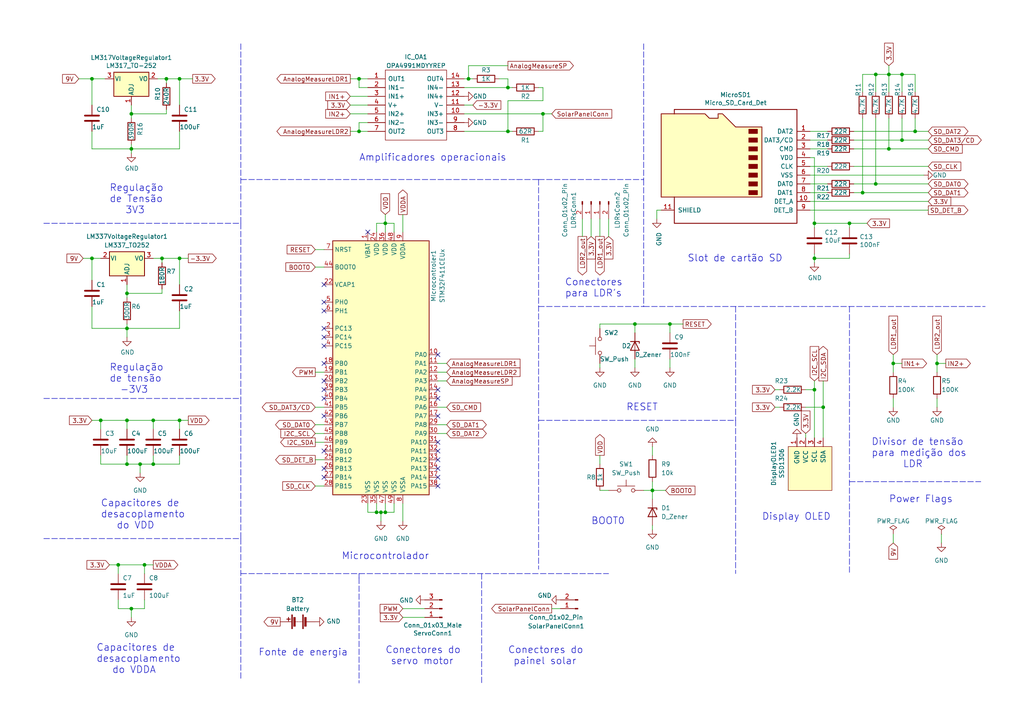
<source format=kicad_sch>
(kicad_sch (version 20230121) (generator eeschema)

  (uuid e3f9eed3-eab6-4089-bc8a-4498c864c95d)

  (paper "A4")

  (title_block
    (title "Projeto Final Sistemas Embarcados")
    (company "Universidade Federal de Uberlândia")
  )

  (lib_symbols
    (symbol "Connector:Conn_01x02_Pin" (pin_names (offset 1.016) hide) (in_bom yes) (on_board yes)
      (property "Reference" "J" (at 0 2.54 0)
        (effects (font (size 1.27 1.27)))
      )
      (property "Value" "Conn_01x02_Pin" (at 0 -5.08 0)
        (effects (font (size 1.27 1.27)))
      )
      (property "Footprint" "" (at 0 0 0)
        (effects (font (size 1.27 1.27)) hide)
      )
      (property "Datasheet" "~" (at 0 0 0)
        (effects (font (size 1.27 1.27)) hide)
      )
      (property "ki_locked" "" (at 0 0 0)
        (effects (font (size 1.27 1.27)))
      )
      (property "ki_keywords" "connector" (at 0 0 0)
        (effects (font (size 1.27 1.27)) hide)
      )
      (property "ki_description" "Generic connector, single row, 01x02, script generated" (at 0 0 0)
        (effects (font (size 1.27 1.27)) hide)
      )
      (property "ki_fp_filters" "Connector*:*_1x??_*" (at 0 0 0)
        (effects (font (size 1.27 1.27)) hide)
      )
      (symbol "Conn_01x02_Pin_1_1"
        (polyline
          (pts
            (xy 1.27 -2.54)
            (xy 0.8636 -2.54)
          )
          (stroke (width 0.1524) (type default))
          (fill (type none))
        )
        (polyline
          (pts
            (xy 1.27 0)
            (xy 0.8636 0)
          )
          (stroke (width 0.1524) (type default))
          (fill (type none))
        )
        (rectangle (start 0.8636 -2.413) (end 0 -2.667)
          (stroke (width 0.1524) (type default))
          (fill (type outline))
        )
        (rectangle (start 0.8636 0.127) (end 0 -0.127)
          (stroke (width 0.1524) (type default))
          (fill (type outline))
        )
        (pin passive line (at 5.08 0 180) (length 3.81)
          (name "Pin_1" (effects (font (size 1.27 1.27))))
          (number "1" (effects (font (size 1.27 1.27))))
        )
        (pin passive line (at 5.08 -2.54 180) (length 3.81)
          (name "Pin_2" (effects (font (size 1.27 1.27))))
          (number "2" (effects (font (size 1.27 1.27))))
        )
      )
    )
    (symbol "Device:Battery" (pin_numbers hide) (pin_names (offset 0) hide) (in_bom yes) (on_board yes)
      (property "Reference" "BT" (at 2.54 2.54 0)
        (effects (font (size 1.27 1.27)) (justify left))
      )
      (property "Value" "Battery" (at 2.54 0 0)
        (effects (font (size 1.27 1.27)) (justify left))
      )
      (property "Footprint" "" (at 0 1.524 90)
        (effects (font (size 1.27 1.27)) hide)
      )
      (property "Datasheet" "~" (at 0 1.524 90)
        (effects (font (size 1.27 1.27)) hide)
      )
      (property "ki_keywords" "batt voltage-source cell" (at 0 0 0)
        (effects (font (size 1.27 1.27)) hide)
      )
      (property "ki_description" "Multiple-cell battery" (at 0 0 0)
        (effects (font (size 1.27 1.27)) hide)
      )
      (symbol "Battery_0_1"
        (rectangle (start -2.032 -1.397) (end 2.032 -1.651)
          (stroke (width 0) (type default))
          (fill (type outline))
        )
        (rectangle (start -2.032 1.778) (end 2.032 1.524)
          (stroke (width 0) (type default))
          (fill (type outline))
        )
        (rectangle (start -1.3208 -1.9812) (end 1.27 -2.4892)
          (stroke (width 0) (type default))
          (fill (type outline))
        )
        (rectangle (start -1.3208 1.1938) (end 1.27 0.6858)
          (stroke (width 0) (type default))
          (fill (type outline))
        )
        (polyline
          (pts
            (xy 0 -1.524)
            (xy 0 -1.27)
          )
          (stroke (width 0) (type default))
          (fill (type none))
        )
        (polyline
          (pts
            (xy 0 -1.016)
            (xy 0 -0.762)
          )
          (stroke (width 0) (type default))
          (fill (type none))
        )
        (polyline
          (pts
            (xy 0 -0.508)
            (xy 0 -0.254)
          )
          (stroke (width 0) (type default))
          (fill (type none))
        )
        (polyline
          (pts
            (xy 0 0)
            (xy 0 0.254)
          )
          (stroke (width 0) (type default))
          (fill (type none))
        )
        (polyline
          (pts
            (xy 0 0.508)
            (xy 0 0.762)
          )
          (stroke (width 0) (type default))
          (fill (type none))
        )
        (polyline
          (pts
            (xy 0 1.778)
            (xy 0 2.54)
          )
          (stroke (width 0) (type default))
          (fill (type none))
        )
        (polyline
          (pts
            (xy 0.254 2.667)
            (xy 1.27 2.667)
          )
          (stroke (width 0.254) (type default))
          (fill (type none))
        )
        (polyline
          (pts
            (xy 0.762 3.175)
            (xy 0.762 2.159)
          )
          (stroke (width 0.254) (type default))
          (fill (type none))
        )
      )
      (symbol "Battery_1_1"
        (pin passive line (at 0 5.08 270) (length 2.54)
          (name "+" (effects (font (size 1.27 1.27))))
          (number "1" (effects (font (size 1.27 1.27))))
        )
        (pin passive line (at 0 -5.08 90) (length 2.54)
          (name "-" (effects (font (size 1.27 1.27))))
          (number "2" (effects (font (size 1.27 1.27))))
        )
      )
    )
    (symbol "Device:C" (pin_numbers hide) (pin_names (offset 0.254)) (in_bom yes) (on_board yes)
      (property "Reference" "C" (at 0.635 2.54 0)
        (effects (font (size 1.27 1.27)) (justify left))
      )
      (property "Value" "C" (at 0.635 -2.54 0)
        (effects (font (size 1.27 1.27)) (justify left))
      )
      (property "Footprint" "" (at 0.9652 -3.81 0)
        (effects (font (size 1.27 1.27)) hide)
      )
      (property "Datasheet" "~" (at 0 0 0)
        (effects (font (size 1.27 1.27)) hide)
      )
      (property "ki_keywords" "cap capacitor" (at 0 0 0)
        (effects (font (size 1.27 1.27)) hide)
      )
      (property "ki_description" "Unpolarized capacitor" (at 0 0 0)
        (effects (font (size 1.27 1.27)) hide)
      )
      (property "ki_fp_filters" "C_*" (at 0 0 0)
        (effects (font (size 1.27 1.27)) hide)
      )
      (symbol "C_0_1"
        (polyline
          (pts
            (xy -2.032 -0.762)
            (xy 2.032 -0.762)
          )
          (stroke (width 0.508) (type default))
          (fill (type none))
        )
        (polyline
          (pts
            (xy -2.032 0.762)
            (xy 2.032 0.762)
          )
          (stroke (width 0.508) (type default))
          (fill (type none))
        )
      )
      (symbol "C_1_1"
        (pin passive line (at 0 3.81 270) (length 2.794)
          (name "~" (effects (font (size 1.27 1.27))))
          (number "1" (effects (font (size 1.27 1.27))))
        )
        (pin passive line (at 0 -3.81 90) (length 2.794)
          (name "~" (effects (font (size 1.27 1.27))))
          (number "2" (effects (font (size 1.27 1.27))))
        )
      )
    )
    (symbol "Device:D_Zener" (pin_numbers hide) (pin_names (offset 1.016) hide) (in_bom yes) (on_board yes)
      (property "Reference" "D" (at 0 2.54 0)
        (effects (font (size 1.27 1.27)))
      )
      (property "Value" "D_Zener" (at 0 -2.54 0)
        (effects (font (size 1.27 1.27)))
      )
      (property "Footprint" "" (at 0 0 0)
        (effects (font (size 1.27 1.27)) hide)
      )
      (property "Datasheet" "~" (at 0 0 0)
        (effects (font (size 1.27 1.27)) hide)
      )
      (property "ki_keywords" "diode" (at 0 0 0)
        (effects (font (size 1.27 1.27)) hide)
      )
      (property "ki_description" "Zener diode" (at 0 0 0)
        (effects (font (size 1.27 1.27)) hide)
      )
      (property "ki_fp_filters" "TO-???* *_Diode_* *SingleDiode* D_*" (at 0 0 0)
        (effects (font (size 1.27 1.27)) hide)
      )
      (symbol "D_Zener_0_1"
        (polyline
          (pts
            (xy 1.27 0)
            (xy -1.27 0)
          )
          (stroke (width 0) (type default))
          (fill (type none))
        )
        (polyline
          (pts
            (xy -1.27 -1.27)
            (xy -1.27 1.27)
            (xy -0.762 1.27)
          )
          (stroke (width 0.254) (type default))
          (fill (type none))
        )
        (polyline
          (pts
            (xy 1.27 -1.27)
            (xy 1.27 1.27)
            (xy -1.27 0)
            (xy 1.27 -1.27)
          )
          (stroke (width 0.254) (type default))
          (fill (type none))
        )
      )
      (symbol "D_Zener_1_1"
        (pin passive line (at -3.81 0 0) (length 2.54)
          (name "K" (effects (font (size 1.27 1.27))))
          (number "1" (effects (font (size 1.27 1.27))))
        )
        (pin passive line (at 3.81 0 180) (length 2.54)
          (name "A" (effects (font (size 1.27 1.27))))
          (number "2" (effects (font (size 1.27 1.27))))
        )
      )
    )
    (symbol "Device:R" (pin_numbers hide) (pin_names (offset 0)) (in_bom yes) (on_board yes)
      (property "Reference" "R" (at 2.032 0 90)
        (effects (font (size 1.27 1.27)))
      )
      (property "Value" "R" (at 0 0 90)
        (effects (font (size 1.27 1.27)))
      )
      (property "Footprint" "" (at -1.778 0 90)
        (effects (font (size 1.27 1.27)) hide)
      )
      (property "Datasheet" "~" (at 0 0 0)
        (effects (font (size 1.27 1.27)) hide)
      )
      (property "ki_keywords" "R res resistor" (at 0 0 0)
        (effects (font (size 1.27 1.27)) hide)
      )
      (property "ki_description" "Resistor" (at 0 0 0)
        (effects (font (size 1.27 1.27)) hide)
      )
      (property "ki_fp_filters" "R_*" (at 0 0 0)
        (effects (font (size 1.27 1.27)) hide)
      )
      (symbol "R_0_1"
        (rectangle (start -1.016 -2.54) (end 1.016 2.54)
          (stroke (width 0.254) (type default))
          (fill (type none))
        )
      )
      (symbol "R_1_1"
        (pin passive line (at 0 3.81 270) (length 1.27)
          (name "~" (effects (font (size 1.27 1.27))))
          (number "1" (effects (font (size 1.27 1.27))))
        )
        (pin passive line (at 0 -3.81 90) (length 1.27)
          (name "~" (effects (font (size 1.27 1.27))))
          (number "2" (effects (font (size 1.27 1.27))))
        )
      )
    )
    (symbol "OPA4991MDYYREP:OPA4991MDYYREP" (pin_names (offset 0.762)) (in_bom yes) (on_board yes)
      (property "Reference" "IC" (at 24.13 7.62 0)
        (effects (font (size 1.27 1.27)) (justify left))
      )
      (property "Value" "OPA4991MDYYREP" (at 24.13 5.08 0)
        (effects (font (size 1.27 1.27)) (justify left))
      )
      (property "Footprint" "SOP50P326X110-14N" (at 24.13 2.54 0)
        (effects (font (size 1.27 1.27)) (justify left) hide)
      )
      (property "Datasheet" "https://www.ti.com/lit/ds/symlink/opa4991-ep.pdf?ts=1669012347014&ref_url=https%253A%252F%252Fwww.ti.com%252Fproduct%252FOPA4991-EP" (at 24.13 0 0)
        (effects (font (size 1.27 1.27)) (justify left) hide)
      )
      (property "Description" "Operational Amplifiers - Op Amps Enhanced-product, quad, 40-V 4.5-MHz rail-to-rail input and output (RRIO) operational amplifier" (at 24.13 -2.54 0)
        (effects (font (size 1.27 1.27)) (justify left) hide)
      )
      (property "Height" "1.1" (at 24.13 -5.08 0)
        (effects (font (size 1.27 1.27)) (justify left) hide)
      )
      (property "Mouser Part Number" "595-OPA4991MDYYREP" (at 24.13 -7.62 0)
        (effects (font (size 1.27 1.27)) (justify left) hide)
      )
      (property "Mouser Price/Stock" "https://www.mouser.co.uk/ProductDetail/Texas-Instruments/OPA4991MDYYREP?qs=IPgv5n7u5QYEXhSvfh2heg%3D%3D" (at 24.13 -10.16 0)
        (effects (font (size 1.27 1.27)) (justify left) hide)
      )
      (property "Manufacturer_Name" "Texas Instruments" (at 24.13 -12.7 0)
        (effects (font (size 1.27 1.27)) (justify left) hide)
      )
      (property "Manufacturer_Part_Number" "OPA4991MDYYREP" (at 24.13 -15.24 0)
        (effects (font (size 1.27 1.27)) (justify left) hide)
      )
      (symbol "OPA4991MDYYREP_0_0"
        (pin passive line (at 0 0 0) (length 5.08)
          (name "OUT1" (effects (font (size 1.27 1.27))))
          (number "1" (effects (font (size 1.27 1.27))))
        )
        (pin passive line (at 27.94 -10.16 180) (length 5.08)
          (name "IN3+" (effects (font (size 1.27 1.27))))
          (number "10" (effects (font (size 1.27 1.27))))
        )
        (pin passive line (at 27.94 -7.62 180) (length 5.08)
          (name "V-" (effects (font (size 1.27 1.27))))
          (number "11" (effects (font (size 1.27 1.27))))
        )
        (pin passive line (at 27.94 -5.08 180) (length 5.08)
          (name "IN4+" (effects (font (size 1.27 1.27))))
          (number "12" (effects (font (size 1.27 1.27))))
        )
        (pin passive line (at 27.94 -2.54 180) (length 5.08)
          (name "IN4-" (effects (font (size 1.27 1.27))))
          (number "13" (effects (font (size 1.27 1.27))))
        )
        (pin passive line (at 27.94 0 180) (length 5.08)
          (name "OUT4" (effects (font (size 1.27 1.27))))
          (number "14" (effects (font (size 1.27 1.27))))
        )
        (pin passive line (at 0 -2.54 0) (length 5.08)
          (name "IN1-" (effects (font (size 1.27 1.27))))
          (number "2" (effects (font (size 1.27 1.27))))
        )
        (pin passive line (at 0 -5.08 0) (length 5.08)
          (name "IN1+" (effects (font (size 1.27 1.27))))
          (number "3" (effects (font (size 1.27 1.27))))
        )
        (pin passive line (at 0 -7.62 0) (length 5.08)
          (name "V+" (effects (font (size 1.27 1.27))))
          (number "4" (effects (font (size 1.27 1.27))))
        )
        (pin passive line (at 0 -10.16 0) (length 5.08)
          (name "IN2+" (effects (font (size 1.27 1.27))))
          (number "5" (effects (font (size 1.27 1.27))))
        )
        (pin passive line (at 0 -12.7 0) (length 5.08)
          (name "IN2-" (effects (font (size 1.27 1.27))))
          (number "6" (effects (font (size 1.27 1.27))))
        )
        (pin passive line (at 0 -15.24 0) (length 5.08)
          (name "OUT2" (effects (font (size 1.27 1.27))))
          (number "7" (effects (font (size 1.27 1.27))))
        )
        (pin passive line (at 27.94 -15.24 180) (length 5.08)
          (name "OUT3" (effects (font (size 1.27 1.27))))
          (number "8" (effects (font (size 1.27 1.27))))
        )
        (pin passive line (at 27.94 -12.7 180) (length 5.08)
          (name "IN3-" (effects (font (size 1.27 1.27))))
          (number "9" (effects (font (size 1.27 1.27))))
        )
      )
      (symbol "OPA4991MDYYREP_0_1"
        (polyline
          (pts
            (xy 5.08 2.54)
            (xy 22.86 2.54)
            (xy 22.86 -17.78)
            (xy 5.08 -17.78)
            (xy 5.08 2.54)
          )
          (stroke (width 0.1524) (type solid))
          (fill (type none))
        )
      )
    )
    (symbol "ProjetoFinalSEMB-rescue:Conn_01x03_Male-Connector" (pin_names (offset 1.016) hide) (in_bom yes) (on_board yes)
      (property "Reference" "J" (at 0 5.08 0)
        (effects (font (size 1.27 1.27)))
      )
      (property "Value" "Connector_Conn_01x03_Male" (at 0 -5.08 0)
        (effects (font (size 1.27 1.27)))
      )
      (property "Footprint" "" (at 0 0 0)
        (effects (font (size 1.27 1.27)) hide)
      )
      (property "Datasheet" "" (at 0 0 0)
        (effects (font (size 1.27 1.27)) hide)
      )
      (property "ki_fp_filters" "Connector*:*_1x??_*" (at 0 0 0)
        (effects (font (size 1.27 1.27)) hide)
      )
      (symbol "Conn_01x03_Male-Connector_1_1"
        (polyline
          (pts
            (xy 1.27 -2.54)
            (xy 0.8636 -2.54)
          )
          (stroke (width 0.1524) (type solid))
          (fill (type none))
        )
        (polyline
          (pts
            (xy 1.27 0)
            (xy 0.8636 0)
          )
          (stroke (width 0.1524) (type solid))
          (fill (type none))
        )
        (polyline
          (pts
            (xy 1.27 2.54)
            (xy 0.8636 2.54)
          )
          (stroke (width 0.1524) (type solid))
          (fill (type none))
        )
        (rectangle (start 0.8636 -2.413) (end 0 -2.667)
          (stroke (width 0.1524) (type solid))
          (fill (type outline))
        )
        (rectangle (start 0.8636 0.127) (end 0 -0.127)
          (stroke (width 0.1524) (type solid))
          (fill (type outline))
        )
        (rectangle (start 0.8636 2.667) (end 0 2.413)
          (stroke (width 0.1524) (type solid))
          (fill (type outline))
        )
        (pin passive line (at 5.08 2.54 180) (length 3.81)
          (name "Pin_1" (effects (font (size 1.27 1.27))))
          (number "1" (effects (font (size 1.27 1.27))))
        )
        (pin passive line (at 5.08 0 180) (length 3.81)
          (name "Pin_2" (effects (font (size 1.27 1.27))))
          (number "2" (effects (font (size 1.27 1.27))))
        )
        (pin passive line (at 5.08 -2.54 180) (length 3.81)
          (name "Pin_3" (effects (font (size 1.27 1.27))))
          (number "3" (effects (font (size 1.27 1.27))))
        )
      )
    )
    (symbol "ProjetoFinalSEMB-rescue:Micro_SD_Card_Det-Connector" (pin_names (offset 1.016)) (in_bom yes) (on_board yes)
      (property "Reference" "J" (at -16.51 17.78 0)
        (effects (font (size 1.27 1.27)))
      )
      (property "Value" "Connector_Micro_SD_Card_Det" (at 16.51 17.78 0)
        (effects (font (size 1.27 1.27)) (justify right))
      )
      (property "Footprint" "" (at 52.07 17.78 0)
        (effects (font (size 1.27 1.27)) hide)
      )
      (property "Datasheet" "" (at 0 2.54 0)
        (effects (font (size 1.27 1.27)) hide)
      )
      (property "ki_fp_filters" "microSD*" (at 0 0 0)
        (effects (font (size 1.27 1.27)) hide)
      )
      (symbol "Micro_SD_Card_Det-Connector_0_1"
        (rectangle (start -7.62 -6.985) (end -5.08 -8.255)
          (stroke (width 0) (type solid))
          (fill (type outline))
        )
        (rectangle (start -7.62 -4.445) (end -5.08 -5.715)
          (stroke (width 0) (type solid))
          (fill (type outline))
        )
        (rectangle (start -7.62 -1.905) (end -5.08 -3.175)
          (stroke (width 0) (type solid))
          (fill (type outline))
        )
        (rectangle (start -7.62 0.635) (end -5.08 -0.635)
          (stroke (width 0) (type solid))
          (fill (type outline))
        )
        (rectangle (start -7.62 3.175) (end -5.08 1.905)
          (stroke (width 0) (type solid))
          (fill (type outline))
        )
        (rectangle (start -7.62 5.715) (end -5.08 4.445)
          (stroke (width 0) (type solid))
          (fill (type outline))
        )
        (rectangle (start -7.62 8.255) (end -5.08 6.985)
          (stroke (width 0) (type solid))
          (fill (type outline))
        )
        (rectangle (start -7.62 10.795) (end -5.08 9.525)
          (stroke (width 0) (type solid))
          (fill (type outline))
        )
        (polyline
          (pts
            (xy 16.51 15.24)
            (xy 16.51 16.51)
            (xy -19.05 16.51)
            (xy -19.05 -16.51)
            (xy 16.51 -16.51)
            (xy 16.51 -8.89)
          )
          (stroke (width 0.254) (type solid))
          (fill (type none))
        )
        (polyline
          (pts
            (xy -8.89 -8.89)
            (xy -8.89 11.43)
            (xy -1.27 11.43)
            (xy 2.54 15.24)
            (xy 3.81 15.24)
            (xy 3.81 13.97)
            (xy 6.35 13.97)
            (xy 7.62 15.24)
            (xy 20.32 15.24)
            (xy 20.32 -8.89)
            (xy -8.89 -8.89)
          )
          (stroke (width 0.254) (type solid))
          (fill (type background))
        )
      )
      (symbol "Micro_SD_Card_Det-Connector_1_1"
        (pin bidirectional line (at -22.86 10.16 0) (length 3.81)
          (name "DAT2" (effects (font (size 1.27 1.27))))
          (number "1" (effects (font (size 1.27 1.27))))
        )
        (pin passive line (at -22.86 -10.16 0) (length 3.81)
          (name "DET_A" (effects (font (size 1.27 1.27))))
          (number "10" (effects (font (size 1.27 1.27))))
        )
        (pin passive line (at 20.32 -12.7 180) (length 3.81)
          (name "SHIELD" (effects (font (size 1.27 1.27))))
          (number "11" (effects (font (size 1.27 1.27))))
        )
        (pin bidirectional line (at -22.86 7.62 0) (length 3.81)
          (name "DAT3/CD" (effects (font (size 1.27 1.27))))
          (number "2" (effects (font (size 1.27 1.27))))
        )
        (pin input line (at -22.86 5.08 0) (length 3.81)
          (name "CMD" (effects (font (size 1.27 1.27))))
          (number "3" (effects (font (size 1.27 1.27))))
        )
        (pin power_in line (at -22.86 2.54 0) (length 3.81)
          (name "VDD" (effects (font (size 1.27 1.27))))
          (number "4" (effects (font (size 1.27 1.27))))
        )
        (pin input line (at -22.86 0 0) (length 3.81)
          (name "CLK" (effects (font (size 1.27 1.27))))
          (number "5" (effects (font (size 1.27 1.27))))
        )
        (pin power_in line (at -22.86 -2.54 0) (length 3.81)
          (name "VSS" (effects (font (size 1.27 1.27))))
          (number "6" (effects (font (size 1.27 1.27))))
        )
        (pin bidirectional line (at -22.86 -5.08 0) (length 3.81)
          (name "DAT0" (effects (font (size 1.27 1.27))))
          (number "7" (effects (font (size 1.27 1.27))))
        )
        (pin bidirectional line (at -22.86 -7.62 0) (length 3.81)
          (name "DAT1" (effects (font (size 1.27 1.27))))
          (number "8" (effects (font (size 1.27 1.27))))
        )
        (pin passive line (at -22.86 -12.7 0) (length 3.81)
          (name "DET_B" (effects (font (size 1.27 1.27))))
          (number "9" (effects (font (size 1.27 1.27))))
        )
      )
    )
    (symbol "ProjetoFinalSEMB-rescue:STM32F411CEUx-MCU_ST_STM32F4" (in_bom yes) (on_board yes)
      (property "Reference" "U" (at -15.24 36.83 0)
        (effects (font (size 1.27 1.27)) (justify left))
      )
      (property "Value" "MCU_ST_STM32F4_STM32F411CEUx" (at 7.62 36.83 0)
        (effects (font (size 1.27 1.27)) (justify left))
      )
      (property "Footprint" "Package_DFN_QFN:QFN-48-1EP_7x7mm_P0.5mm_EP5.6x5.6mm" (at -15.24 -38.1 0)
        (effects (font (size 1.27 1.27)) (justify right) hide)
      )
      (property "Datasheet" "" (at 0 0 0)
        (effects (font (size 1.27 1.27)) hide)
      )
      (property "ki_fp_filters" "QFN*1EP*7x7mm*P0.5mm*" (at 0 0 0)
        (effects (font (size 1.27 1.27)) hide)
      )
      (symbol "STM32F411CEUx-MCU_ST_STM32F4_0_1"
        (rectangle (start -15.24 -38.1) (end 12.7 35.56)
          (stroke (width 0.254) (type solid))
          (fill (type background))
        )
      )
      (symbol "STM32F411CEUx-MCU_ST_STM32F4_1_1"
        (pin power_in line (at -5.08 38.1 270) (length 2.54)
          (name "VBAT" (effects (font (size 1.27 1.27))))
          (number "1" (effects (font (size 1.27 1.27))))
        )
        (pin bidirectional line (at 15.24 2.54 180) (length 2.54)
          (name "PA0" (effects (font (size 1.27 1.27))))
          (number "10" (effects (font (size 1.27 1.27))))
        )
        (pin bidirectional line (at 15.24 0 180) (length 2.54)
          (name "PA1" (effects (font (size 1.27 1.27))))
          (number "11" (effects (font (size 1.27 1.27))))
        )
        (pin bidirectional line (at 15.24 -2.54 180) (length 2.54)
          (name "PA2" (effects (font (size 1.27 1.27))))
          (number "12" (effects (font (size 1.27 1.27))))
        )
        (pin bidirectional line (at 15.24 -5.08 180) (length 2.54)
          (name "PA3" (effects (font (size 1.27 1.27))))
          (number "13" (effects (font (size 1.27 1.27))))
        )
        (pin bidirectional line (at 15.24 -7.62 180) (length 2.54)
          (name "PA4" (effects (font (size 1.27 1.27))))
          (number "14" (effects (font (size 1.27 1.27))))
        )
        (pin bidirectional line (at 15.24 -10.16 180) (length 2.54)
          (name "PA5" (effects (font (size 1.27 1.27))))
          (number "15" (effects (font (size 1.27 1.27))))
        )
        (pin bidirectional line (at 15.24 -12.7 180) (length 2.54)
          (name "PA6" (effects (font (size 1.27 1.27))))
          (number "16" (effects (font (size 1.27 1.27))))
        )
        (pin bidirectional line (at 15.24 -15.24 180) (length 2.54)
          (name "PA7" (effects (font (size 1.27 1.27))))
          (number "17" (effects (font (size 1.27 1.27))))
        )
        (pin bidirectional line (at -17.78 0 0) (length 2.54)
          (name "PB0" (effects (font (size 1.27 1.27))))
          (number "18" (effects (font (size 1.27 1.27))))
        )
        (pin bidirectional line (at -17.78 -2.54 0) (length 2.54)
          (name "PB1" (effects (font (size 1.27 1.27))))
          (number "19" (effects (font (size 1.27 1.27))))
        )
        (pin bidirectional line (at -17.78 10.16 0) (length 2.54)
          (name "PC13" (effects (font (size 1.27 1.27))))
          (number "2" (effects (font (size 1.27 1.27))))
        )
        (pin bidirectional line (at -17.78 -5.08 0) (length 2.54)
          (name "PB2" (effects (font (size 1.27 1.27))))
          (number "20" (effects (font (size 1.27 1.27))))
        )
        (pin bidirectional line (at -17.78 -25.4 0) (length 2.54)
          (name "PB10" (effects (font (size 1.27 1.27))))
          (number "21" (effects (font (size 1.27 1.27))))
        )
        (pin power_in line (at -17.78 22.86 0) (length 2.54)
          (name "VCAP1" (effects (font (size 1.27 1.27))))
          (number "22" (effects (font (size 1.27 1.27))))
        )
        (pin power_in line (at -5.08 -40.64 90) (length 2.54)
          (name "VSS" (effects (font (size 1.27 1.27))))
          (number "23" (effects (font (size 1.27 1.27))))
        )
        (pin power_in line (at -2.54 38.1 270) (length 2.54)
          (name "VDD" (effects (font (size 1.27 1.27))))
          (number "24" (effects (font (size 1.27 1.27))))
        )
        (pin bidirectional line (at -17.78 -27.94 0) (length 2.54)
          (name "PB12" (effects (font (size 1.27 1.27))))
          (number "25" (effects (font (size 1.27 1.27))))
        )
        (pin bidirectional line (at -17.78 -30.48 0) (length 2.54)
          (name "PB13" (effects (font (size 1.27 1.27))))
          (number "26" (effects (font (size 1.27 1.27))))
        )
        (pin bidirectional line (at -17.78 -33.02 0) (length 2.54)
          (name "PB14" (effects (font (size 1.27 1.27))))
          (number "27" (effects (font (size 1.27 1.27))))
        )
        (pin bidirectional line (at -17.78 -35.56 0) (length 2.54)
          (name "PB15" (effects (font (size 1.27 1.27))))
          (number "28" (effects (font (size 1.27 1.27))))
        )
        (pin bidirectional line (at 15.24 -17.78 180) (length 2.54)
          (name "PA8" (effects (font (size 1.27 1.27))))
          (number "29" (effects (font (size 1.27 1.27))))
        )
        (pin bidirectional line (at -17.78 7.62 0) (length 2.54)
          (name "PC14" (effects (font (size 1.27 1.27))))
          (number "3" (effects (font (size 1.27 1.27))))
        )
        (pin bidirectional line (at 15.24 -20.32 180) (length 2.54)
          (name "PA9" (effects (font (size 1.27 1.27))))
          (number "30" (effects (font (size 1.27 1.27))))
        )
        (pin bidirectional line (at 15.24 -22.86 180) (length 2.54)
          (name "PA10" (effects (font (size 1.27 1.27))))
          (number "31" (effects (font (size 1.27 1.27))))
        )
        (pin bidirectional line (at 15.24 -25.4 180) (length 2.54)
          (name "PA11" (effects (font (size 1.27 1.27))))
          (number "32" (effects (font (size 1.27 1.27))))
        )
        (pin bidirectional line (at 15.24 -27.94 180) (length 2.54)
          (name "PA12" (effects (font (size 1.27 1.27))))
          (number "33" (effects (font (size 1.27 1.27))))
        )
        (pin bidirectional line (at 15.24 -30.48 180) (length 2.54)
          (name "PA13" (effects (font (size 1.27 1.27))))
          (number "34" (effects (font (size 1.27 1.27))))
        )
        (pin power_in line (at -2.54 -40.64 90) (length 2.54)
          (name "VSS" (effects (font (size 1.27 1.27))))
          (number "35" (effects (font (size 1.27 1.27))))
        )
        (pin power_in line (at 0 38.1 270) (length 2.54)
          (name "VDD" (effects (font (size 1.27 1.27))))
          (number "36" (effects (font (size 1.27 1.27))))
        )
        (pin bidirectional line (at 15.24 -33.02 180) (length 2.54)
          (name "PA14" (effects (font (size 1.27 1.27))))
          (number "37" (effects (font (size 1.27 1.27))))
        )
        (pin bidirectional line (at 15.24 -35.56 180) (length 2.54)
          (name "PA15" (effects (font (size 1.27 1.27))))
          (number "38" (effects (font (size 1.27 1.27))))
        )
        (pin bidirectional line (at -17.78 -7.62 0) (length 2.54)
          (name "PB3" (effects (font (size 1.27 1.27))))
          (number "39" (effects (font (size 1.27 1.27))))
        )
        (pin bidirectional line (at -17.78 5.08 0) (length 2.54)
          (name "PC15" (effects (font (size 1.27 1.27))))
          (number "4" (effects (font (size 1.27 1.27))))
        )
        (pin bidirectional line (at -17.78 -10.16 0) (length 2.54)
          (name "PB4" (effects (font (size 1.27 1.27))))
          (number "40" (effects (font (size 1.27 1.27))))
        )
        (pin bidirectional line (at -17.78 -12.7 0) (length 2.54)
          (name "PB5" (effects (font (size 1.27 1.27))))
          (number "41" (effects (font (size 1.27 1.27))))
        )
        (pin bidirectional line (at -17.78 -15.24 0) (length 2.54)
          (name "PB6" (effects (font (size 1.27 1.27))))
          (number "42" (effects (font (size 1.27 1.27))))
        )
        (pin bidirectional line (at -17.78 -17.78 0) (length 2.54)
          (name "PB7" (effects (font (size 1.27 1.27))))
          (number "43" (effects (font (size 1.27 1.27))))
        )
        (pin input line (at -17.78 27.94 0) (length 2.54)
          (name "BOOT0" (effects (font (size 1.27 1.27))))
          (number "44" (effects (font (size 1.27 1.27))))
        )
        (pin bidirectional line (at -17.78 -20.32 0) (length 2.54)
          (name "PB8" (effects (font (size 1.27 1.27))))
          (number "45" (effects (font (size 1.27 1.27))))
        )
        (pin bidirectional line (at -17.78 -22.86 0) (length 2.54)
          (name "PB9" (effects (font (size 1.27 1.27))))
          (number "46" (effects (font (size 1.27 1.27))))
        )
        (pin power_in line (at 0 -40.64 90) (length 2.54)
          (name "VSS" (effects (font (size 1.27 1.27))))
          (number "47" (effects (font (size 1.27 1.27))))
        )
        (pin power_in line (at 2.54 38.1 270) (length 2.54)
          (name "VDD" (effects (font (size 1.27 1.27))))
          (number "48" (effects (font (size 1.27 1.27))))
        )
        (pin power_in line (at 2.54 -40.64 90) (length 2.54)
          (name "VSS" (effects (font (size 1.27 1.27))))
          (number "49" (effects (font (size 1.27 1.27))))
        )
        (pin input line (at -17.78 17.78 0) (length 2.54)
          (name "PH0" (effects (font (size 1.27 1.27))))
          (number "5" (effects (font (size 1.27 1.27))))
        )
        (pin input line (at -17.78 15.24 0) (length 2.54)
          (name "PH1" (effects (font (size 1.27 1.27))))
          (number "6" (effects (font (size 1.27 1.27))))
        )
        (pin input line (at -17.78 33.02 0) (length 2.54)
          (name "NRST" (effects (font (size 1.27 1.27))))
          (number "7" (effects (font (size 1.27 1.27))))
        )
        (pin power_in line (at 5.08 -40.64 90) (length 2.54)
          (name "VSSA" (effects (font (size 1.27 1.27))))
          (number "8" (effects (font (size 1.27 1.27))))
        )
        (pin power_in line (at 5.08 38.1 270) (length 2.54)
          (name "VDDA" (effects (font (size 1.27 1.27))))
          (number "9" (effects (font (size 1.27 1.27))))
        )
      )
    )
    (symbol "Regulator_Linear:LM317_TO-252" (pin_names (offset 0.254)) (in_bom yes) (on_board yes)
      (property "Reference" "U" (at -3.81 3.175 0)
        (effects (font (size 1.27 1.27)))
      )
      (property "Value" "LM317_TO-252" (at 0 3.175 0)
        (effects (font (size 1.27 1.27)) (justify left))
      )
      (property "Footprint" "Package_TO_SOT_SMD:TO-252-2" (at 0 6.35 0)
        (effects (font (size 1.27 1.27) italic) hide)
      )
      (property "Datasheet" "http://www.ti.com/lit/ds/snvs774n/snvs774n.pdf" (at 0 0 0)
        (effects (font (size 1.27 1.27)) hide)
      )
      (property "ki_keywords" "Adjustable Voltage Regulator 1A Positive" (at 0 0 0)
        (effects (font (size 1.27 1.27)) hide)
      )
      (property "ki_description" "1.5A 35V Adjustable Linear Regulator, TO-252" (at 0 0 0)
        (effects (font (size 1.27 1.27)) hide)
      )
      (property "ki_fp_filters" "TO?252*" (at 0 0 0)
        (effects (font (size 1.27 1.27)) hide)
      )
      (symbol "LM317_TO-252_0_1"
        (rectangle (start -5.08 1.905) (end 5.08 -5.08)
          (stroke (width 0.254) (type default))
          (fill (type background))
        )
      )
      (symbol "LM317_TO-252_1_1"
        (pin input line (at 0 -7.62 90) (length 2.54)
          (name "ADJ" (effects (font (size 1.27 1.27))))
          (number "1" (effects (font (size 1.27 1.27))))
        )
        (pin power_out line (at 7.62 0 180) (length 2.54)
          (name "VO" (effects (font (size 1.27 1.27))))
          (number "2" (effects (font (size 1.27 1.27))))
        )
        (pin power_in line (at -7.62 0 0) (length 2.54)
          (name "VI" (effects (font (size 1.27 1.27))))
          (number "3" (effects (font (size 1.27 1.27))))
        )
      )
    )
    (symbol "Regulator_Linear:LM337_TO252" (pin_names (offset 0.254)) (in_bom yes) (on_board yes)
      (property "Reference" "U" (at -3.81 -3.175 0)
        (effects (font (size 1.27 1.27)))
      )
      (property "Value" "LM337_TO252" (at 0 -3.175 0)
        (effects (font (size 1.27 1.27)) (justify left))
      )
      (property "Footprint" "Package_TO_SOT_SMD:TO-252-2" (at 0 -5.08 0)
        (effects (font (size 1.27 1.27) italic) hide)
      )
      (property "Datasheet" "http://www.farnell.com/datasheets/1636957.pdf" (at 0 0 0)
        (effects (font (size 1.27 1.27)) hide)
      )
      (property "ki_keywords" "Adjustable Voltage Regulator 1A Negative" (at 0 0 0)
        (effects (font (size 1.27 1.27)) hide)
      )
      (property "ki_description" "Negative 1A 35V Adjustable Linear Regulator, TO-252(DPAK)" (at 0 0 0)
        (effects (font (size 1.27 1.27)) hide)
      )
      (property "ki_fp_filters" "TO?252*" (at 0 0 0)
        (effects (font (size 1.27 1.27)) hide)
      )
      (symbol "LM337_TO252_0_1"
        (rectangle (start -5.08 5.08) (end 5.08 -1.905)
          (stroke (width 0.254) (type default))
          (fill (type background))
        )
      )
      (symbol "LM337_TO252_1_1"
        (pin input line (at 0 7.62 270) (length 2.54)
          (name "ADJ" (effects (font (size 1.27 1.27))))
          (number "1" (effects (font (size 1.27 1.27))))
        )
        (pin power_in line (at -7.62 0 0) (length 2.54)
          (name "VI" (effects (font (size 1.27 1.27))))
          (number "2" (effects (font (size 1.27 1.27))))
        )
        (pin power_out line (at 7.62 0 180) (length 2.54)
          (name "VO" (effects (font (size 1.27 1.27))))
          (number "3" (effects (font (size 1.27 1.27))))
        )
      )
    )
    (symbol "SSD1306-128x64_OLED:SSD1306" (pin_names (offset 1.016)) (in_bom yes) (on_board yes)
      (property "Reference" "Brd" (at 0 -3.81 0)
        (effects (font (size 1.27 1.27)))
      )
      (property "Value" "SSD1306" (at 0 -1.27 0)
        (effects (font (size 1.27 1.27)))
      )
      (property "Footprint" "" (at 0 6.35 0)
        (effects (font (size 1.27 1.27)) hide)
      )
      (property "Datasheet" "" (at 0 6.35 0)
        (effects (font (size 1.27 1.27)) hide)
      )
      (property "ki_fp_filters" "SSD1306-128x64_OLED:SSD1306" (at 0 0 0)
        (effects (font (size 1.27 1.27)) hide)
      )
      (symbol "SSD1306_0_1"
        (rectangle (start -6.35 6.35) (end 6.35 -6.35)
          (stroke (width 0) (type solid))
          (fill (type background))
        )
      )
      (symbol "SSD1306_1_1"
        (pin input line (at -3.81 8.89 270) (length 2.54)
          (name "GND" (effects (font (size 1.27 1.27))))
          (number "1" (effects (font (size 1.27 1.27))))
        )
        (pin input line (at -1.27 8.89 270) (length 2.54)
          (name "VCC" (effects (font (size 1.27 1.27))))
          (number "2" (effects (font (size 1.27 1.27))))
        )
        (pin input line (at 1.27 8.89 270) (length 2.54)
          (name "SCL" (effects (font (size 1.27 1.27))))
          (number "3" (effects (font (size 1.27 1.27))))
        )
        (pin input line (at 3.81 8.89 270) (length 2.54)
          (name "SDA" (effects (font (size 1.27 1.27))))
          (number "4" (effects (font (size 1.27 1.27))))
        )
      )
    )
    (symbol "Switch:SW_Push" (pin_numbers hide) (pin_names (offset 1.016) hide) (in_bom yes) (on_board yes)
      (property "Reference" "SW" (at 1.27 2.54 0)
        (effects (font (size 1.27 1.27)) (justify left))
      )
      (property "Value" "SW_Push" (at 0 -1.524 0)
        (effects (font (size 1.27 1.27)))
      )
      (property "Footprint" "" (at 0 5.08 0)
        (effects (font (size 1.27 1.27)) hide)
      )
      (property "Datasheet" "~" (at 0 5.08 0)
        (effects (font (size 1.27 1.27)) hide)
      )
      (property "ki_keywords" "switch normally-open pushbutton push-button" (at 0 0 0)
        (effects (font (size 1.27 1.27)) hide)
      )
      (property "ki_description" "Push button switch, generic, two pins" (at 0 0 0)
        (effects (font (size 1.27 1.27)) hide)
      )
      (symbol "SW_Push_0_1"
        (circle (center -2.032 0) (radius 0.508)
          (stroke (width 0) (type default))
          (fill (type none))
        )
        (polyline
          (pts
            (xy 0 1.27)
            (xy 0 3.048)
          )
          (stroke (width 0) (type default))
          (fill (type none))
        )
        (polyline
          (pts
            (xy 2.54 1.27)
            (xy -2.54 1.27)
          )
          (stroke (width 0) (type default))
          (fill (type none))
        )
        (circle (center 2.032 0) (radius 0.508)
          (stroke (width 0) (type default))
          (fill (type none))
        )
        (pin passive line (at -5.08 0 0) (length 2.54)
          (name "1" (effects (font (size 1.27 1.27))))
          (number "1" (effects (font (size 1.27 1.27))))
        )
        (pin passive line (at 5.08 0 180) (length 2.54)
          (name "2" (effects (font (size 1.27 1.27))))
          (number "2" (effects (font (size 1.27 1.27))))
        )
      )
    )
    (symbol "power:GND" (power) (pin_names (offset 0)) (in_bom yes) (on_board yes)
      (property "Reference" "#PWR" (at 0 -6.35 0)
        (effects (font (size 1.27 1.27)) hide)
      )
      (property "Value" "GND" (at 0 -3.81 0)
        (effects (font (size 1.27 1.27)))
      )
      (property "Footprint" "" (at 0 0 0)
        (effects (font (size 1.27 1.27)) hide)
      )
      (property "Datasheet" "" (at 0 0 0)
        (effects (font (size 1.27 1.27)) hide)
      )
      (property "ki_keywords" "global power" (at 0 0 0)
        (effects (font (size 1.27 1.27)) hide)
      )
      (property "ki_description" "Power symbol creates a global label with name \"GND\" , ground" (at 0 0 0)
        (effects (font (size 1.27 1.27)) hide)
      )
      (symbol "GND_0_1"
        (polyline
          (pts
            (xy 0 0)
            (xy 0 -1.27)
            (xy 1.27 -1.27)
            (xy 0 -2.54)
            (xy -1.27 -1.27)
            (xy 0 -1.27)
          )
          (stroke (width 0) (type default))
          (fill (type none))
        )
      )
      (symbol "GND_1_1"
        (pin power_in line (at 0 0 270) (length 0) hide
          (name "GND" (effects (font (size 1.27 1.27))))
          (number "1" (effects (font (size 1.27 1.27))))
        )
      )
    )
    (symbol "power:PWR_FLAG" (power) (pin_numbers hide) (pin_names (offset 0) hide) (in_bom yes) (on_board yes)
      (property "Reference" "#FLG" (at 0 1.905 0)
        (effects (font (size 1.27 1.27)) hide)
      )
      (property "Value" "PWR_FLAG" (at 0 3.81 0)
        (effects (font (size 1.27 1.27)))
      )
      (property "Footprint" "" (at 0 0 0)
        (effects (font (size 1.27 1.27)) hide)
      )
      (property "Datasheet" "~" (at 0 0 0)
        (effects (font (size 1.27 1.27)) hide)
      )
      (property "ki_keywords" "flag power" (at 0 0 0)
        (effects (font (size 1.27 1.27)) hide)
      )
      (property "ki_description" "Special symbol for telling ERC where power comes from" (at 0 0 0)
        (effects (font (size 1.27 1.27)) hide)
      )
      (symbol "PWR_FLAG_0_0"
        (pin power_out line (at 0 0 90) (length 0)
          (name "pwr" (effects (font (size 1.27 1.27))))
          (number "1" (effects (font (size 1.27 1.27))))
        )
      )
      (symbol "PWR_FLAG_0_1"
        (polyline
          (pts
            (xy 0 0)
            (xy 0 1.27)
            (xy -1.016 1.905)
            (xy 0 2.54)
            (xy 1.016 1.905)
            (xy 0 1.27)
          )
          (stroke (width 0) (type default))
          (fill (type none))
        )
      )
    )
  )

  (junction (at 147.32 25.4) (diameter 0) (color 0 0 0 0)
    (uuid 08f3bb72-9885-463c-90ee-ed92c6c196ec)
  )
  (junction (at 29.21 121.92) (diameter 0) (color 0 0 0 0)
    (uuid 0a1c8741-0102-4229-9ab2-ed76d7c0095c)
  )
  (junction (at 48.26 22.86) (diameter 0) (color 0 0 0 0)
    (uuid 16691045-2b1b-4c42-ba00-1529b1e34416)
  )
  (junction (at 36.83 134.62) (diameter 0) (color 0 0 0 0)
    (uuid 16866f3e-0dbc-4a9a-b72b-91cea9c84785)
  )
  (junction (at 38.1 33.02) (diameter 0) (color 0 0 0 0)
    (uuid 16de54a6-c6a1-4550-81aa-4b50d6b29249)
  )
  (junction (at 111.76 148.59) (diameter 0) (color 0 0 0 0)
    (uuid 1ac962c7-9327-470f-8fff-d8a64448fe8e)
  )
  (junction (at 261.62 21.59) (diameter 0) (color 0 0 0 0)
    (uuid 20d5adba-759f-41e2-a369-d3673f77584a)
  )
  (junction (at 52.07 74.93) (diameter 0) (color 0 0 0 0)
    (uuid 339086a9-e138-42dc-b9fb-07116931026d)
  )
  (junction (at 38.1 176.53) (diameter 0) (color 0 0 0 0)
    (uuid 352e20db-a1fb-45af-bb1a-b35a33017fc2)
  )
  (junction (at 236.22 74.93) (diameter 0) (color 0 0 0 0)
    (uuid 37897b5b-61c7-4f63-a770-115c75e392b3)
  )
  (junction (at 41.91 163.83) (diameter 0) (color 0 0 0 0)
    (uuid 3c093e4a-945a-41d9-9777-23ecc3f31821)
  )
  (junction (at 250.19 55.88) (diameter 0) (color 0 0 0 0)
    (uuid 3dfc24c9-effe-4022-b973-ed1217571f2c)
  )
  (junction (at 257.81 21.59) (diameter 0) (color 0 0 0 0)
    (uuid 44f31c34-9ed2-4a54-b086-852962878cdb)
  )
  (junction (at 46.99 74.93) (diameter 0) (color 0 0 0 0)
    (uuid 4597d2f8-7f45-43f0-b363-da2d3761c6bc)
  )
  (junction (at 236.22 64.77) (diameter 0) (color 0 0 0 0)
    (uuid 4661918c-9020-4422-bcfe-e96fe0452af1)
  )
  (junction (at 135.89 22.86) (diameter 0) (color 0 0 0 0)
    (uuid 4ee8eae7-2bec-429b-8326-ba1072c7e512)
  )
  (junction (at 254 53.34) (diameter 0) (color 0 0 0 0)
    (uuid 55d93bfc-dc9f-41c1-836e-2a33bed870fa)
  )
  (junction (at 184.15 93.98) (diameter 0) (color 0 0 0 0)
    (uuid 60d3c19e-192f-4ab5-83e6-3a0eb7146187)
  )
  (junction (at 36.83 121.92) (diameter 0) (color 0 0 0 0)
    (uuid 6508d970-88ac-4bba-ab06-88f522038386)
  )
  (junction (at 36.83 85.09) (diameter 0) (color 0 0 0 0)
    (uuid 6d022e32-a9b4-4c28-9f65-756488782481)
  )
  (junction (at 38.1 43.18) (diameter 0) (color 0 0 0 0)
    (uuid 789244fc-d131-4835-8bcb-5b2235615fc8)
  )
  (junction (at 26.67 74.93) (diameter 0) (color 0 0 0 0)
    (uuid 7bdca08f-0b55-46fa-8a04-7a7bb43d8de4)
  )
  (junction (at 111.76 64.77) (diameter 0) (color 0 0 0 0)
    (uuid 7fd98513-4ca8-4d24-a954-4e4439563ad8)
  )
  (junction (at 44.45 121.92) (diameter 0) (color 0 0 0 0)
    (uuid 84ce0c28-5b5f-41e1-b244-792d6d790442)
  )
  (junction (at 254 21.59) (diameter 0) (color 0 0 0 0)
    (uuid 8d2986a5-38b2-478f-9288-adbc6b2f4ba5)
  )
  (junction (at 52.07 22.86) (diameter 0) (color 0 0 0 0)
    (uuid 90a203b6-a42b-4161-8fe9-f3ea353d9475)
  )
  (junction (at 104.14 38.1) (diameter 0) (color 0 0 0 0)
    (uuid 917616a9-398c-422d-a2a6-12c67624370b)
  )
  (junction (at 194.31 93.98) (diameter 0) (color 0 0 0 0)
    (uuid 9cf46977-8a75-46de-850c-4010d93428d6)
  )
  (junction (at 40.64 134.62) (diameter 0) (color 0 0 0 0)
    (uuid a238a5c7-9104-4efc-8546-c4e9f067a0b4)
  )
  (junction (at 34.29 163.83) (diameter 0) (color 0 0 0 0)
    (uuid ab9ff263-15f7-409a-88b7-e683d5e78a81)
  )
  (junction (at 44.45 134.62) (diameter 0) (color 0 0 0 0)
    (uuid aceaf71c-f7cd-4da7-84ba-e3ed03623573)
  )
  (junction (at 238.76 118.11) (diameter 0) (color 0 0 0 0)
    (uuid b0222ff4-ef6a-454f-aeb0-58038d935d50)
  )
  (junction (at 271.78 105.41) (diameter 0) (color 0 0 0 0)
    (uuid b1378617-41fd-4d87-b69d-dc3e6167433e)
  )
  (junction (at 104.14 22.86) (diameter 0) (color 0 0 0 0)
    (uuid b2212a12-a8ad-4ff3-a313-cc7b9a049ea3)
  )
  (junction (at 52.07 121.92) (diameter 0) (color 0 0 0 0)
    (uuid b3d59a0d-953f-4ce0-9043-cdeb1461b3df)
  )
  (junction (at 109.22 148.59) (diameter 0) (color 0 0 0 0)
    (uuid b475ddfd-3be6-4fa7-9340-c327da360700)
  )
  (junction (at 246.38 64.77) (diameter 0) (color 0 0 0 0)
    (uuid b5b1f1ed-4b91-43a9-8782-f142f9aa7d87)
  )
  (junction (at 259.08 105.41) (diameter 0) (color 0 0 0 0)
    (uuid b8e91784-511b-43be-aed7-265049f8fab2)
  )
  (junction (at 257.81 43.18) (diameter 0) (color 0 0 0 0)
    (uuid bbe325ff-8280-48fb-9b4e-cd7278a5f68b)
  )
  (junction (at 261.62 40.64) (diameter 0) (color 0 0 0 0)
    (uuid c605629f-386a-4277-ae72-408719299e14)
  )
  (junction (at 26.67 22.86) (diameter 0) (color 0 0 0 0)
    (uuid d57efc96-97f8-4249-921a-3cae4ca767bd)
  )
  (junction (at 110.49 148.59) (diameter 0) (color 0 0 0 0)
    (uuid dac25e65-4623-47b4-a66a-a908186b8467)
  )
  (junction (at 36.83 95.25) (diameter 0) (color 0 0 0 0)
    (uuid dc3facce-023b-4d01-8669-e49f2d3be845)
  )
  (junction (at 189.23 142.24) (diameter 0) (color 0 0 0 0)
    (uuid de93b4ef-2953-477a-a548-7ab23eb0652f)
  )
  (junction (at 147.32 38.1) (diameter 0) (color 0 0 0 0)
    (uuid e126a807-6b2f-4d7c-aba3-71bbc6863dee)
  )
  (junction (at 265.43 38.1) (diameter 0) (color 0 0 0 0)
    (uuid e726ef7a-af38-444f-a6a7-cccb0dbc58b3)
  )
  (junction (at 157.48 33.02) (diameter 0) (color 0 0 0 0)
    (uuid f76cfc7b-ec1e-40f0-afde-d6e40c4b72ee)
  )
  (junction (at 236.22 113.03) (diameter 0) (color 0 0 0 0)
    (uuid fb5bc6ad-04b7-4d4b-93fe-9ec5f4eeb716)
  )

  (no_connect (at 127 133.35) (uuid 0b409895-27ff-471c-a3a5-a78d84b83e50))
  (no_connect (at 127 102.87) (uuid 119eb664-49e8-4946-b5f7-5ae4f7813e17))
  (no_connect (at 93.98 138.43) (uuid 200e2d89-a8e9-460c-9ba1-68f5ee935911))
  (no_connect (at 93.98 95.25) (uuid 3ef3c6f1-38b1-4ebe-ad40-2893459c06ef))
  (no_connect (at 127 130.81) (uuid 4169bfdb-16f6-4ef9-bb09-89b6ee96d74f))
  (no_connect (at 93.98 115.57) (uuid 41e17d93-0990-4321-8e49-845ca3a41139))
  (no_connect (at 127 115.57) (uuid 44ff8eff-670b-4306-ac3c-47b4230ec30c))
  (no_connect (at 93.98 100.33) (uuid 5171ed81-e45d-4fbd-95f9-7c0a48d65300))
  (no_connect (at 127 120.65) (uuid 55cc03cf-3449-4125-81d5-a0931f9b1f48))
  (no_connect (at 93.98 87.63) (uuid 60bc0ee5-7fe7-4075-b441-77de19c543d4))
  (no_connect (at 93.98 82.55) (uuid 6b8154dd-ccd3-4f96-ad7b-ffd000e22fd0))
  (no_connect (at 93.98 105.41) (uuid 7b1b0297-eb23-4d04-8b66-409b0a5818cf))
  (no_connect (at 127 113.03) (uuid 7ddea819-e1a6-4ed5-902c-0e45c6f9f536))
  (no_connect (at 127 140.97) (uuid 9040572f-eb34-4611-811d-01bc5156dabf))
  (no_connect (at 127 138.43) (uuid 918beabe-48ec-4dec-8213-8f74e359f792))
  (no_connect (at 93.98 113.03) (uuid bde38910-a2e1-46e3-9426-33ebfa8bd2f8))
  (no_connect (at 93.98 97.79) (uuid c3396857-3036-4c6d-9cd6-7f208d2292b3))
  (no_connect (at 127 128.27) (uuid daf0cb54-37a5-40aa-b14b-823327cefaf7))
  (no_connect (at 93.98 135.89) (uuid dcc75684-c74e-4f85-9334-e8e88b702b42))
  (no_connect (at 127 135.89) (uuid df44b203-c421-4c50-9e85-cd65eecb37d0))
  (no_connect (at 93.98 130.81) (uuid e37f029f-9157-43f4-bf00-525a8e7c755d))
  (no_connect (at 93.98 120.65) (uuid e66bf5f5-8142-4fa0-9b56-8f26d5f5d5a7))
  (no_connect (at 106.68 67.31) (uuid f00c5944-dee2-41f5-b4c3-0e6a900f8555))
  (no_connect (at 93.98 90.17) (uuid f21069cb-6f42-465f-9d5c-5a36bf629be4))
  (no_connect (at 93.98 110.49) (uuid f7b67d69-0d34-411a-96b7-d22836dd6163))

  (wire (pts (xy 190.5 60.96) (xy 191.77 60.96))
    (stroke (width 0) (type default))
    (uuid 01eef59c-e4cf-4505-995e-1c3127bbe19d)
  )
  (wire (pts (xy 173.99 93.98) (xy 173.99 95.25))
    (stroke (width 0) (type default))
    (uuid 03384090-c9a6-4205-81da-e0d6e1618758)
  )
  (wire (pts (xy 259.08 115.57) (xy 259.08 118.11))
    (stroke (width 0) (type default))
    (uuid 0430dbc7-c3cf-4c9f-bdb3-3897e2ab2add)
  )
  (wire (pts (xy 171.45 63.5) (xy 171.45 68.58))
    (stroke (width 0) (type default))
    (uuid 049ce695-ec28-410f-a2bd-82c3354f1a2c)
  )
  (wire (pts (xy 265.43 38.1) (xy 269.24 38.1))
    (stroke (width 0) (type default))
    (uuid 05a19a4c-2f68-4f53-a251-be32efea2cfa)
  )
  (wire (pts (xy 247.65 53.34) (xy 254 53.34))
    (stroke (width 0) (type default))
    (uuid 0619500c-7d2a-4dc2-989c-fd83e8482c93)
  )
  (wire (pts (xy 29.21 132.08) (xy 29.21 134.62))
    (stroke (width 0) (type default))
    (uuid 061d9734-a7f2-43db-bd33-f4e6e8d02288)
  )
  (wire (pts (xy 109.22 64.77) (xy 109.22 67.31))
    (stroke (width 0) (type default))
    (uuid 07f4ef77-73df-4f3f-9e3a-f85292c7acd8)
  )
  (wire (pts (xy 38.1 176.53) (xy 34.29 176.53))
    (stroke (width 0) (type default))
    (uuid 0a5ae077-b386-4731-a9a0-d5b56a413d53)
  )
  (wire (pts (xy 44.45 134.62) (xy 44.45 132.08))
    (stroke (width 0) (type default))
    (uuid 0a6d27be-fc47-44b5-b72f-c34501dd6b55)
  )
  (wire (pts (xy 38.1 34.29) (xy 38.1 33.02))
    (stroke (width 0) (type default))
    (uuid 0c1a1cf5-e66b-4d0e-982a-744e26e6e41c)
  )
  (wire (pts (xy 194.31 104.14) (xy 194.31 106.68))
    (stroke (width 0) (type default))
    (uuid 0c7d20d0-5f40-4cf5-abf4-8ae659c46423)
  )
  (wire (pts (xy 46.99 85.09) (xy 36.83 85.09))
    (stroke (width 0) (type default))
    (uuid 0d6a8878-c757-4cd3-b373-e73dcf3e361c)
  )
  (wire (pts (xy 267.97 50.8) (xy 234.95 50.8))
    (stroke (width 0) (type default))
    (uuid 0e0c93f2-230d-474f-a2d3-95aa5fdb1a70)
  )
  (wire (pts (xy 123.19 179.07) (xy 116.84 179.07))
    (stroke (width 0) (type default))
    (uuid 0f8d346b-e94d-4687-8604-90ad2b7fa703)
  )
  (wire (pts (xy 46.99 83.82) (xy 46.99 85.09))
    (stroke (width 0) (type default))
    (uuid 0f99f2ba-027c-4364-94e0-f34c8b1f6170)
  )
  (wire (pts (xy 38.1 176.53) (xy 41.91 176.53))
    (stroke (width 0) (type default))
    (uuid 0f9d706d-9157-4b8b-9de4-d0cb71a8e2d9)
  )
  (wire (pts (xy 189.23 144.78) (xy 189.23 142.24))
    (stroke (width 0) (type default))
    (uuid 10a5131b-a66f-4c82-950a-154f499b8b32)
  )
  (wire (pts (xy 48.26 33.02) (xy 38.1 33.02))
    (stroke (width 0) (type default))
    (uuid 13788c4e-14b7-4fa2-aa5b-f3adf6144680)
  )
  (wire (pts (xy 236.22 45.72) (xy 236.22 64.77))
    (stroke (width 0) (type default))
    (uuid 14688b76-acaa-4856-981a-71ef9bd89011)
  )
  (polyline (pts (xy 69.85 166.37) (xy 176.53 166.37))
    (stroke (width 0) (type dash))
    (uuid 147874d2-bd83-4c6f-b887-d7f59bbf0358)
  )

  (wire (pts (xy 238.76 127) (xy 238.76 118.11))
    (stroke (width 0) (type default))
    (uuid 1484d310-6bbf-4cc9-8cf3-0706f3e7d355)
  )
  (wire (pts (xy 48.26 22.86) (xy 48.26 24.13))
    (stroke (width 0) (type default))
    (uuid 163e1af0-1697-43a2-9b3c-7e719dc1fb43)
  )
  (polyline (pts (xy 246.38 139.7) (xy 284.48 139.7))
    (stroke (width 0) (type dash))
    (uuid 17cf4310-42fc-469d-ab75-1898842d4e69)
  )

  (wire (pts (xy 36.83 121.92) (xy 36.83 124.46))
    (stroke (width 0) (type default))
    (uuid 18a68b7f-5619-40c2-bdae-cd5c3f7016ad)
  )
  (wire (pts (xy 254 53.34) (xy 269.24 53.34))
    (stroke (width 0) (type default))
    (uuid 1b0584f3-3dcb-4d25-b5e8-63979306fa9d)
  )
  (wire (pts (xy 271.78 105.41) (xy 271.78 107.95))
    (stroke (width 0) (type default))
    (uuid 1b0b7685-5d68-4fd3-89c2-8c65576b0ae5)
  )
  (wire (pts (xy 193.04 142.24) (xy 189.23 142.24))
    (stroke (width 0) (type default))
    (uuid 1d271638-a07d-4226-8539-41986c6d22ad)
  )
  (wire (pts (xy 46.99 76.2) (xy 46.99 74.93))
    (stroke (width 0) (type default))
    (uuid 1d60aa89-b065-4494-9b64-f310b7b0ada1)
  )
  (wire (pts (xy 44.45 121.92) (xy 44.45 124.46))
    (stroke (width 0) (type default))
    (uuid 1efc9751-1e3a-4403-ab5e-6c1e26a1ffc8)
  )
  (polyline (pts (xy 12.7 115.57) (xy 69.85 115.57))
    (stroke (width 0) (type dash))
    (uuid 1f2aa6a2-8b27-4afb-94ad-81a38542c255)
  )

  (wire (pts (xy 148.59 38.1) (xy 147.32 38.1))
    (stroke (width 0) (type default))
    (uuid 24d22e7c-a395-4b51-9ce8-85d07624ba31)
  )
  (wire (pts (xy 116.84 62.23) (xy 116.84 67.31))
    (stroke (width 0) (type default))
    (uuid 2590b4d0-b2a8-4a57-a3f7-8626e22c30cc)
  )
  (polyline (pts (xy 69.85 64.77) (xy 69.85 115.57))
    (stroke (width 0) (type dash))
    (uuid 26096808-1f8e-4401-87a9-2c8063d30362)
  )

  (wire (pts (xy 110.49 148.59) (xy 111.76 148.59))
    (stroke (width 0) (type default))
    (uuid 269cd9a6-babd-4b38-ab6e-f7d168b3e66c)
  )
  (wire (pts (xy 26.67 74.93) (xy 26.67 81.28))
    (stroke (width 0) (type default))
    (uuid 272c382b-95c8-4d40-add0-8da28c248799)
  )
  (polyline (pts (xy 156.21 88.9) (xy 186.69 88.9))
    (stroke (width 0) (type dash))
    (uuid 273b1677-8e91-4a48-8d99-0bae06e35147)
  )

  (wire (pts (xy 234.95 58.42) (xy 269.24 58.42))
    (stroke (width 0) (type default))
    (uuid 27eb2811-9a09-4394-8caa-e75f6f1e3c79)
  )
  (wire (pts (xy 91.44 123.19) (xy 93.98 123.19))
    (stroke (width 0) (type default))
    (uuid 2833fa42-c8f7-4096-9551-da34b24ed362)
  )
  (wire (pts (xy 41.91 176.53) (xy 41.91 173.99))
    (stroke (width 0) (type default))
    (uuid 28b24750-4dd1-41ff-92e2-f07fc40ebadd)
  )
  (wire (pts (xy 233.68 113.03) (xy 236.22 113.03))
    (stroke (width 0) (type default))
    (uuid 28d45f54-1aad-4c91-a07c-d15aa390b180)
  )
  (wire (pts (xy 247.65 38.1) (xy 265.43 38.1))
    (stroke (width 0) (type default))
    (uuid 29f87c08-b39b-4e01-9b8c-7969768c5ae7)
  )
  (wire (pts (xy 91.44 133.35) (xy 93.98 133.35))
    (stroke (width 0) (type default))
    (uuid 2a5b9533-6092-4c6f-abd3-24a81b284b82)
  )
  (wire (pts (xy 135.89 22.86) (xy 137.16 22.86))
    (stroke (width 0) (type default))
    (uuid 2d4cc3a6-87c6-47fe-b27e-be9db955255a)
  )
  (wire (pts (xy 257.81 34.29) (xy 257.81 43.18))
    (stroke (width 0) (type default))
    (uuid 2d76bed1-9cdb-4a34-9cb2-db89060536c8)
  )
  (wire (pts (xy 194.31 96.52) (xy 194.31 93.98))
    (stroke (width 0) (type default))
    (uuid 2da3fccb-6c65-4f8d-9dc5-3d5dd2a819c3)
  )
  (wire (pts (xy 134.62 33.02) (xy 157.48 33.02))
    (stroke (width 0) (type default))
    (uuid 2df6b643-2f78-4181-ac0c-b5716722ba0e)
  )
  (wire (pts (xy 109.22 148.59) (xy 110.49 148.59))
    (stroke (width 0) (type default))
    (uuid 2fef66d1-3d74-40ec-a896-04df27a55684)
  )
  (wire (pts (xy 29.21 121.92) (xy 29.21 124.46))
    (stroke (width 0) (type default))
    (uuid 3465f0f8-96c8-4d70-8305-0319715b529c)
  )
  (polyline (pts (xy 186.69 52.07) (xy 186.69 88.9))
    (stroke (width 0) (type dash))
    (uuid 35a38082-f994-46be-b2b6-1a568598ad41)
  )

  (wire (pts (xy 259.08 105.41) (xy 259.08 107.95))
    (stroke (width 0) (type default))
    (uuid 368984ec-c8dc-4e33-a768-fec678350303)
  )
  (wire (pts (xy 173.99 93.98) (xy 184.15 93.98))
    (stroke (width 0) (type default))
    (uuid 36a8e399-7603-4d93-9672-285dad9e4946)
  )
  (wire (pts (xy 173.99 142.24) (xy 176.53 142.24))
    (stroke (width 0) (type default))
    (uuid 36ef4922-1e77-4e20-bca9-8d085cc7b256)
  )
  (wire (pts (xy 91.44 107.95) (xy 93.98 107.95))
    (stroke (width 0) (type default))
    (uuid 39926932-072f-4c2c-983b-248a8d7bce51)
  )
  (wire (pts (xy 110.49 148.59) (xy 110.49 151.13))
    (stroke (width 0) (type default))
    (uuid 39a85ef6-38b0-4a9a-a98f-167cb48e94fd)
  )
  (wire (pts (xy 238.76 118.11) (xy 238.76 110.49))
    (stroke (width 0) (type default))
    (uuid 3abf7d36-7bc5-4ccb-98c0-df1ce667f797)
  )
  (wire (pts (xy 109.22 146.05) (xy 109.22 148.59))
    (stroke (width 0) (type default))
    (uuid 3cc77dd8-ef05-4b3a-ba6d-b935ad6de5f0)
  )
  (polyline (pts (xy 69.85 52.07) (xy 156.21 52.07))
    (stroke (width 0) (type dash))
    (uuid 3df74288-978b-467d-b1ed-088bcd35ac9b)
  )

  (wire (pts (xy 173.99 63.5) (xy 173.99 68.58))
    (stroke (width 0) (type default))
    (uuid 40228e3e-f4f0-4fdc-b079-8ad53dac0b9b)
  )
  (wire (pts (xy 48.26 31.75) (xy 48.26 33.02))
    (stroke (width 0) (type default))
    (uuid 408bcbe2-fb7d-467d-9806-8a253bd8ecb0)
  )
  (wire (pts (xy 271.78 102.87) (xy 271.78 105.41))
    (stroke (width 0) (type default))
    (uuid 41331770-ea1f-4456-80ea-b50b760ea079)
  )
  (wire (pts (xy 46.99 74.93) (xy 52.07 74.93))
    (stroke (width 0) (type default))
    (uuid 44a6c657-d68e-4d66-85cf-b482a1ae2a8a)
  )
  (wire (pts (xy 226.06 118.11) (xy 224.79 118.11))
    (stroke (width 0) (type default))
    (uuid 44da5258-e758-4bbf-a21c-5ce3bdb1ec2e)
  )
  (polyline (pts (xy 69.85 115.57) (xy 69.85 156.21))
    (stroke (width 0) (type dash))
    (uuid 45316be2-5cd7-4b42-8f4a-bdcc7422ae81)
  )

  (wire (pts (xy 157.48 29.21) (xy 147.32 29.21))
    (stroke (width 0) (type default))
    (uuid 460271a3-29e1-4573-96fd-6aaa3d2155a5)
  )
  (wire (pts (xy 134.62 38.1) (xy 147.32 38.1))
    (stroke (width 0) (type default))
    (uuid 46860a36-bddf-4a2d-a2d4-acdae8d90fb8)
  )
  (wire (pts (xy 36.83 134.62) (xy 36.83 132.08))
    (stroke (width 0) (type default))
    (uuid 46e35e30-9b10-4808-ac96-e9325a22243a)
  )
  (wire (pts (xy 236.22 64.77) (xy 246.38 64.77))
    (stroke (width 0) (type default))
    (uuid 4b8e8357-4b74-41d3-811e-94d20a35172a)
  )
  (polyline (pts (xy 104.14 166.37) (xy 104.14 167.64))
    (stroke (width 0) (type dash))
    (uuid 4ccaf977-d925-44a9-966d-ff7245ee7a39)
  )

  (wire (pts (xy 236.22 74.93) (xy 236.22 73.66))
    (stroke (width 0) (type default))
    (uuid 4ce68a98-55fe-493b-a1ab-412ccf843cfb)
  )
  (wire (pts (xy 101.6 38.1) (xy 104.14 38.1))
    (stroke (width 0) (type default))
    (uuid 4d19a808-b2ee-4109-8f87-68e6a276bf9c)
  )
  (wire (pts (xy 116.84 146.05) (xy 116.84 151.13))
    (stroke (width 0) (type default))
    (uuid 4dab845e-0d4b-4b02-b893-53797965ecb2)
  )
  (wire (pts (xy 236.22 64.77) (xy 236.22 66.04))
    (stroke (width 0) (type default))
    (uuid 4e7d96f7-09b5-4778-80b0-6089534799af)
  )
  (wire (pts (xy 194.31 93.98) (xy 198.12 93.98))
    (stroke (width 0) (type default))
    (uuid 4fe03ed5-1f75-41bd-9da7-bd606e960131)
  )
  (wire (pts (xy 31.75 163.83) (xy 34.29 163.83))
    (stroke (width 0) (type default))
    (uuid 509cd71d-4d25-4ea9-925e-d3a51e1b2dca)
  )
  (wire (pts (xy 157.48 25.4) (xy 156.21 25.4))
    (stroke (width 0) (type default))
    (uuid 5116e372-bc91-4b8b-891c-f36a84c089f1)
  )
  (wire (pts (xy 48.26 22.86) (xy 45.72 22.86))
    (stroke (width 0) (type default))
    (uuid 5138adf6-4590-41c4-8cc5-272531f0c3d4)
  )
  (wire (pts (xy 111.76 146.05) (xy 111.76 148.59))
    (stroke (width 0) (type default))
    (uuid 51cbb585-487d-4656-ac04-39f773572fc3)
  )
  (wire (pts (xy 91.44 125.73) (xy 93.98 125.73))
    (stroke (width 0) (type default))
    (uuid 51fad16e-7fb5-4ccb-b63d-b954927840ea)
  )
  (wire (pts (xy 29.21 121.92) (xy 36.83 121.92))
    (stroke (width 0) (type default))
    (uuid 52757900-eff6-4c05-b40d-47a281396351)
  )
  (wire (pts (xy 246.38 74.93) (xy 236.22 74.93))
    (stroke (width 0) (type default))
    (uuid 52a1d258-a4ed-4170-bc94-c525e0206361)
  )
  (wire (pts (xy 261.62 40.64) (xy 269.24 40.64))
    (stroke (width 0) (type default))
    (uuid 555afb67-47d8-4d20-8d0b-83bc56791e38)
  )
  (wire (pts (xy 26.67 121.92) (xy 29.21 121.92))
    (stroke (width 0) (type default))
    (uuid 567222b6-54fe-482d-827d-f5f30fe351ae)
  )
  (wire (pts (xy 259.08 154.94) (xy 259.08 157.48))
    (stroke (width 0) (type default))
    (uuid 56c8c06b-aaef-43b2-8488-534c345b359e)
  )
  (wire (pts (xy 157.48 38.1) (xy 156.21 38.1))
    (stroke (width 0) (type default))
    (uuid 5745d29d-6726-49e3-b16f-90a9cd143cc5)
  )
  (wire (pts (xy 127 125.73) (xy 129.54 125.73))
    (stroke (width 0) (type default))
    (uuid 58b91e68-f4ea-48a9-a5da-6e006ad17ab0)
  )
  (wire (pts (xy 52.07 30.48) (xy 52.07 22.86))
    (stroke (width 0) (type default))
    (uuid 58c64858-1844-406e-8016-12bd5ed3b2de)
  )
  (wire (pts (xy 55.88 22.86) (xy 52.07 22.86))
    (stroke (width 0) (type default))
    (uuid 59d786a4-82f8-42ce-955b-87b789c78b66)
  )
  (wire (pts (xy 34.29 173.99) (xy 34.29 176.53))
    (stroke (width 0) (type default))
    (uuid 5a2c09f5-6ab3-4290-a899-080274f75503)
  )
  (wire (pts (xy 190.5 63.5) (xy 190.5 60.96))
    (stroke (width 0) (type default))
    (uuid 5a5f79df-ea4d-478c-bbc6-05870b59df1a)
  )
  (wire (pts (xy 233.68 127) (xy 233.68 125.73))
    (stroke (width 0) (type default))
    (uuid 5cca6752-70ad-4e3b-a71e-876eb2b3ca02)
  )
  (polyline (pts (xy 246.38 88.9) (xy 246.38 166.37))
    (stroke (width 0) (type dash))
    (uuid 5e170244-bdb8-4586-9f41-cf43d02d5ef4)
  )

  (wire (pts (xy 111.76 62.23) (xy 111.76 64.77))
    (stroke (width 0) (type default))
    (uuid 5e2f7925-706e-410c-a889-6314e92652ac)
  )
  (wire (pts (xy 168.91 63.5) (xy 168.91 68.58))
    (stroke (width 0) (type default))
    (uuid 5e5faee2-68e7-4328-9837-0436608b0685)
  )
  (wire (pts (xy 52.07 82.55) (xy 52.07 74.93))
    (stroke (width 0) (type default))
    (uuid 6094f522-9e72-4374-8c6d-45eb00034fce)
  )
  (wire (pts (xy 189.23 139.7) (xy 189.23 142.24))
    (stroke (width 0) (type default))
    (uuid 627a685b-2e6e-439f-a549-f57f94d24b58)
  )
  (wire (pts (xy 157.48 33.02) (xy 160.02 33.02))
    (stroke (width 0) (type default))
    (uuid 63c4227a-73c8-4f31-8332-1a6aa4deb042)
  )
  (wire (pts (xy 106.68 146.05) (xy 106.68 148.59))
    (stroke (width 0) (type default))
    (uuid 642e4571-779e-497e-87fb-eac4078e7843)
  )
  (wire (pts (xy 52.07 134.62) (xy 44.45 134.62))
    (stroke (width 0) (type default))
    (uuid 64488ca8-e45b-4d53-a1a7-f01332821277)
  )
  (wire (pts (xy 254 26.67) (xy 254 21.59))
    (stroke (width 0) (type default))
    (uuid 6702015d-9c54-476c-ad09-d1d5138ed439)
  )
  (wire (pts (xy 24.13 74.93) (xy 26.67 74.93))
    (stroke (width 0) (type default))
    (uuid 673c3c15-eafd-45d5-a0ed-fecd6195ac95)
  )
  (wire (pts (xy 114.3 146.05) (xy 114.3 148.59))
    (stroke (width 0) (type default))
    (uuid 676e0e15-fe49-475c-98de-9aad8fa4201b)
  )
  (wire (pts (xy 246.38 73.66) (xy 246.38 74.93))
    (stroke (width 0) (type default))
    (uuid 67dbe6b0-e640-437f-b911-710112d770a1)
  )
  (wire (pts (xy 29.21 74.93) (xy 26.67 74.93))
    (stroke (width 0) (type default))
    (uuid 68f868b9-a589-4427-8426-fa2ffb10ef42)
  )
  (wire (pts (xy 184.15 93.98) (xy 184.15 96.52))
    (stroke (width 0) (type default))
    (uuid 699e8f63-b0c6-4cec-a014-d561f8bcd27d)
  )
  (wire (pts (xy 246.38 64.77) (xy 251.46 64.77))
    (stroke (width 0) (type default))
    (uuid 6a342b98-d4a7-472c-be7a-afd11eafb8c6)
  )
  (wire (pts (xy 236.22 113.03) (xy 236.22 110.49))
    (stroke (width 0) (type default))
    (uuid 6c7e58e7-3694-419c-8f78-19c3f08a046a)
  )
  (wire (pts (xy 52.07 132.08) (xy 52.07 134.62))
    (stroke (width 0) (type default))
    (uuid 6f2fa830-6f90-4628-92c2-362dd75496ed)
  )
  (wire (pts (xy 101.6 27.94) (xy 106.68 27.94))
    (stroke (width 0) (type default))
    (uuid 6ff27838-e500-4bd7-9432-3eb30e163163)
  )
  (wire (pts (xy 240.03 40.64) (xy 234.95 40.64))
    (stroke (width 0) (type default))
    (uuid 712a52bf-fd5a-4c5d-92e3-865f4582c90d)
  )
  (wire (pts (xy 36.83 95.25) (xy 52.07 95.25))
    (stroke (width 0) (type default))
    (uuid 722197c3-4e88-4c06-af0f-8e8538a68aaa)
  )
  (wire (pts (xy 26.67 43.18) (xy 26.67 38.1))
    (stroke (width 0) (type default))
    (uuid 7244df8f-6adb-44ac-b10c-6e4aa67585fe)
  )
  (polyline (pts (xy 213.36 121.92) (xy 213.36 166.37))
    (stroke (width 0) (type dash))
    (uuid 7398f77b-7342-4aa8-9369-2f7de9f30591)
  )

  (wire (pts (xy 194.31 93.98) (xy 184.15 93.98))
    (stroke (width 0) (type default))
    (uuid 74b2ee5a-bf15-45ab-a9c8-fb53bb31f9cf)
  )
  (wire (pts (xy 236.22 74.93) (xy 236.22 76.2))
    (stroke (width 0) (type default))
    (uuid 74e49d1d-bc28-43d5-ae64-230e2eba30e8)
  )
  (wire (pts (xy 91.44 72.39) (xy 93.98 72.39))
    (stroke (width 0) (type default))
    (uuid 75acd2ca-4381-4c44-8cc1-217a01a3f2e0)
  )
  (wire (pts (xy 34.29 163.83) (xy 41.91 163.83))
    (stroke (width 0) (type default))
    (uuid 75c2d4ee-ccb3-4f12-9966-11ca6c6ac8e1)
  )
  (wire (pts (xy 259.08 102.87) (xy 259.08 105.41))
    (stroke (width 0) (type default))
    (uuid 75f90fb8-ea8e-42a9-a76c-7f073a60adec)
  )
  (wire (pts (xy 104.14 25.4) (xy 106.68 25.4))
    (stroke (width 0) (type default))
    (uuid 7616dff3-969b-4be2-9cd2-df7297c2326a)
  )
  (wire (pts (xy 273.05 154.94) (xy 273.05 157.48))
    (stroke (width 0) (type default))
    (uuid 76477c74-3be2-4b8a-a630-2fcaee2b32f7)
  )
  (wire (pts (xy 101.6 22.86) (xy 104.14 22.86))
    (stroke (width 0) (type default))
    (uuid 76daea43-ca52-48ce-b4dd-efc9fd2b0bf8)
  )
  (wire (pts (xy 254 21.59) (xy 257.81 21.59))
    (stroke (width 0) (type default))
    (uuid 7866b1f2-5b96-48bd-aee4-537c83a8b73c)
  )
  (wire (pts (xy 127 118.11) (xy 129.54 118.11))
    (stroke (width 0) (type default))
    (uuid 78a414b4-cf23-4e39-aa61-31b986edfc29)
  )
  (polyline (pts (xy 139.7 166.37) (xy 139.7 168.91))
    (stroke (width 0) (type dash))
    (uuid 795eacaf-e7da-4136-b627-c93f2eebd9ab)
  )

  (wire (pts (xy 106.68 35.56) (xy 104.14 35.56))
    (stroke (width 0) (type default))
    (uuid 7a25a846-91af-4072-b6c8-413c3ddf4ea7)
  )
  (polyline (pts (xy 69.85 12.7) (xy 69.85 64.77))
    (stroke (width 0) (type dash))
    (uuid 7be5b1d1-4783-448c-9f14-50473681e3da)
  )

  (wire (pts (xy 261.62 26.67) (xy 261.62 21.59))
    (stroke (width 0) (type default))
    (uuid 7e4143b2-54d5-4cdd-a3da-2b9e874bf8ee)
  )
  (wire (pts (xy 52.07 121.92) (xy 52.07 124.46))
    (stroke (width 0) (type default))
    (uuid 7ea2622f-2625-47f2-81b0-c8d4488cf70d)
  )
  (wire (pts (xy 144.78 22.86) (xy 147.32 22.86))
    (stroke (width 0) (type default))
    (uuid 7f15d171-a09f-4a25-a86d-5bb8bb670178)
  )
  (wire (pts (xy 52.07 121.92) (xy 44.45 121.92))
    (stroke (width 0) (type default))
    (uuid 7fed1997-d290-41f9-bda9-981553f1dcbb)
  )
  (polyline (pts (xy 186.69 12.7) (xy 186.69 52.07))
    (stroke (width 0) (type dash))
    (uuid 8172ea0f-913d-412b-b094-d770b7243c8a)
  )

  (wire (pts (xy 106.68 22.86) (xy 104.14 22.86))
    (stroke (width 0) (type default))
    (uuid 8345066b-0943-42af-b7b1-5389a223d9bb)
  )
  (wire (pts (xy 26.67 95.25) (xy 26.67 88.9))
    (stroke (width 0) (type default))
    (uuid 84c4c87d-638a-49a1-baf9-d3434cdc5073)
  )
  (wire (pts (xy 36.83 121.92) (xy 44.45 121.92))
    (stroke (width 0) (type default))
    (uuid 85eb57c4-fd37-4bce-bf08-b4aeac8bb527)
  )
  (wire (pts (xy 111.76 64.77) (xy 111.76 67.31))
    (stroke (width 0) (type default))
    (uuid 87d860d6-ba92-432e-9493-9bcbafa20b0f)
  )
  (polyline (pts (xy 139.7 168.91) (xy 139.7 198.12))
    (stroke (width 0) (type dash))
    (uuid 8851680a-12a9-4067-9768-5aea9c07f662)
  )

  (wire (pts (xy 240.03 43.18) (xy 234.95 43.18))
    (stroke (width 0) (type default))
    (uuid 88b71b9a-f535-49b0-84c1-71109229d0b2)
  )
  (wire (pts (xy 111.76 148.59) (xy 114.3 148.59))
    (stroke (width 0) (type default))
    (uuid 88b72c65-79fe-42d4-a72f-dab6fcd6ffd7)
  )
  (wire (pts (xy 91.44 77.47) (xy 93.98 77.47))
    (stroke (width 0) (type default))
    (uuid 88e7332f-6266-4ab8-9801-af9015f45521)
  )
  (wire (pts (xy 176.53 63.5) (xy 176.53 68.58))
    (stroke (width 0) (type default))
    (uuid 8a5aff74-dd7e-4397-8416-1f5fa80380f5)
  )
  (polyline (pts (xy 12.7 156.21) (xy 69.85 156.21))
    (stroke (width 0) (type dash))
    (uuid 8a6aa3a5-6f49-40cb-805a-0bedda30d991)
  )

  (wire (pts (xy 36.83 134.62) (xy 40.64 134.62))
    (stroke (width 0) (type default))
    (uuid 8b5ac8fd-7a86-4819-b6a6-e2adbf4105cf)
  )
  (wire (pts (xy 101.6 33.02) (xy 106.68 33.02))
    (stroke (width 0) (type default))
    (uuid 8c7776de-20b5-4ba7-8e1f-3135c512383f)
  )
  (wire (pts (xy 52.07 74.93) (xy 54.61 74.93))
    (stroke (width 0) (type default))
    (uuid 91bacb7e-c3ff-425b-ab93-2ea6a90b7edf)
  )
  (polyline (pts (xy 186.69 88.9) (xy 285.75 88.9))
    (stroke (width 0) (type dash))
    (uuid 953eb5f5-669a-49a1-a9c4-e46684d3a85e)
  )

  (wire (pts (xy 148.59 25.4) (xy 147.32 25.4))
    (stroke (width 0) (type default))
    (uuid 9549a689-8936-4c74-99d5-72bc3e63f287)
  )
  (wire (pts (xy 247.65 48.26) (xy 269.24 48.26))
    (stroke (width 0) (type default))
    (uuid 972ed0f8-05c7-4911-b940-c2c50a5b49e3)
  )
  (wire (pts (xy 234.95 38.1) (xy 240.03 38.1))
    (stroke (width 0) (type default))
    (uuid 999fecfc-cbc6-4539-a03e-bac31431037e)
  )
  (wire (pts (xy 157.48 25.4) (xy 157.48 29.21))
    (stroke (width 0) (type default))
    (uuid 9ba9913e-f8dc-4cd5-a950-69363554dc4c)
  )
  (wire (pts (xy 247.65 40.64) (xy 261.62 40.64))
    (stroke (width 0) (type default))
    (uuid 9cdb3cc1-b0b7-4244-8afd-e82426ca223a)
  )
  (wire (pts (xy 104.14 38.1) (xy 106.68 38.1))
    (stroke (width 0) (type default))
    (uuid 9d46823d-c061-405d-a00e-35eebdb48d7a)
  )
  (wire (pts (xy 271.78 105.41) (xy 274.32 105.41))
    (stroke (width 0) (type default))
    (uuid 9ece817c-d530-4060-8e9c-1ddc071166fb)
  )
  (wire (pts (xy 91.44 140.97) (xy 93.98 140.97))
    (stroke (width 0) (type default))
    (uuid a1eb0265-e741-4db3-9e70-9478cf8d738c)
  )
  (wire (pts (xy 40.64 134.62) (xy 44.45 134.62))
    (stroke (width 0) (type default))
    (uuid a3ca6f8b-349e-4c4a-bae8-2e12d42bfd0e)
  )
  (wire (pts (xy 184.15 104.14) (xy 184.15 106.68))
    (stroke (width 0) (type default))
    (uuid a4e2241d-ffff-41f0-be62-90ae1e9e5a39)
  )
  (wire (pts (xy 247.65 55.88) (xy 250.19 55.88))
    (stroke (width 0) (type default))
    (uuid a6b7084d-6795-40be-a6cc-a0e82052bbca)
  )
  (polyline (pts (xy 104.14 167.64) (xy 104.14 198.12))
    (stroke (width 0) (type dash))
    (uuid a8a4b22b-df08-46fa-a322-1f31bbf5624d)
  )

  (wire (pts (xy 250.19 55.88) (xy 269.24 55.88))
    (stroke (width 0) (type default))
    (uuid a8ef4e37-6d77-4402-80d6-17ce79fb419f)
  )
  (wire (pts (xy 101.6 30.48) (xy 106.68 30.48))
    (stroke (width 0) (type default))
    (uuid a9ccd092-185e-4dd7-b208-5c5d2c104ac5)
  )
  (wire (pts (xy 26.67 22.86) (xy 26.67 30.48))
    (stroke (width 0) (type default))
    (uuid abce7012-be4f-400e-84dc-f3160b2717c3)
  )
  (wire (pts (xy 52.07 43.18) (xy 52.07 38.1))
    (stroke (width 0) (type default))
    (uuid ac68fb3d-022b-43f5-85f0-de01ae64e26b)
  )
  (wire (pts (xy 257.81 21.59) (xy 257.81 19.05))
    (stroke (width 0) (type default))
    (uuid aca76ae7-3066-4889-bedd-07933e050d76)
  )
  (wire (pts (xy 36.83 82.55) (xy 36.83 85.09))
    (stroke (width 0) (type default))
    (uuid acadcf17-f919-43e7-8f7e-b76879be0d3b)
  )
  (wire (pts (xy 247.65 43.18) (xy 257.81 43.18))
    (stroke (width 0) (type default))
    (uuid ad0430f4-e8cd-4fa5-8935-110b24dbc216)
  )
  (wire (pts (xy 30.48 22.86) (xy 26.67 22.86))
    (stroke (width 0) (type default))
    (uuid ae8da6d2-3c3f-4647-87ff-2b2f1d4e754f)
  )
  (wire (pts (xy 41.91 163.83) (xy 41.91 166.37))
    (stroke (width 0) (type default))
    (uuid af8256ed-b9be-4384-9d7c-09436755bed8)
  )
  (wire (pts (xy 36.83 95.25) (xy 26.67 95.25))
    (stroke (width 0) (type default))
    (uuid b050bdb1-1fb1-498d-bbc7-943d9210ee7a)
  )
  (wire (pts (xy 236.22 127) (xy 236.22 113.03))
    (stroke (width 0) (type default))
    (uuid b2030762-2952-433e-9712-3b9b7038ead9)
  )
  (wire (pts (xy 173.99 106.68) (xy 173.99 105.41))
    (stroke (width 0) (type default))
    (uuid b2fff4e0-3138-435e-b744-a11c00e25a98)
  )
  (wire (pts (xy 137.16 30.48) (xy 134.62 30.48))
    (stroke (width 0) (type default))
    (uuid b331de83-5b37-46fd-be44-ffbb9ae965cb)
  )
  (wire (pts (xy 38.1 43.18) (xy 38.1 44.45))
    (stroke (width 0) (type default))
    (uuid b37bd400-cf85-41c1-b156-19495459f595)
  )
  (wire (pts (xy 265.43 38.1) (xy 265.43 34.29))
    (stroke (width 0) (type default))
    (uuid b5d39ced-f71e-4ac5-9bd8-5975c7cc6ea2)
  )
  (wire (pts (xy 48.26 22.86) (xy 52.07 22.86))
    (stroke (width 0) (type default))
    (uuid b6d2f25d-b346-4591-9cb6-f5f7c990af83)
  )
  (wire (pts (xy 186.69 142.24) (xy 189.23 142.24))
    (stroke (width 0) (type default))
    (uuid b7c82407-8939-4494-98b5-ca15d9fd1bd1)
  )
  (wire (pts (xy 36.83 86.36) (xy 36.83 85.09))
    (stroke (width 0) (type default))
    (uuid b81a1394-6208-4613-aeac-f70a7822c803)
  )
  (wire (pts (xy 36.83 95.25) (xy 36.83 97.79))
    (stroke (width 0) (type default))
    (uuid b85a4004-a065-4694-aa4d-b4d11a50200f)
  )
  (wire (pts (xy 250.19 26.67) (xy 250.19 21.59))
    (stroke (width 0) (type default))
    (uuid bc2e371d-85cd-4fba-9469-ac1f62639c7a)
  )
  (wire (pts (xy 147.32 29.21) (xy 147.32 38.1))
    (stroke (width 0) (type default))
    (uuid bc4a1767-3dc4-47f2-9e14-fce805625d05)
  )
  (polyline (pts (xy 69.85 156.21) (xy 69.85 196.85))
    (stroke (width 0) (type dash))
    (uuid bc87fa96-1c06-45f5-9696-495243766498)
  )

  (wire (pts (xy 44.45 163.83) (xy 41.91 163.83))
    (stroke (width 0) (type default))
    (uuid bcc1f6ed-469e-45e8-931c-ff7fdd9d0954)
  )
  (wire (pts (xy 257.81 26.67) (xy 257.81 21.59))
    (stroke (width 0) (type default))
    (uuid be02ec3c-52db-49ef-84ca-615975c17b3d)
  )
  (wire (pts (xy 261.62 21.59) (xy 265.43 21.59))
    (stroke (width 0) (type default))
    (uuid c063bfe0-c9a4-4017-96cb-996d45e76752)
  )
  (wire (pts (xy 134.62 25.4) (xy 147.32 25.4))
    (stroke (width 0) (type default))
    (uuid c08b3058-d414-45c3-b3a6-07fe3f724c63)
  )
  (wire (pts (xy 38.1 43.18) (xy 52.07 43.18))
    (stroke (width 0) (type default))
    (uuid c1b4829a-9139-48d6-86f3-cc1fba0d453a)
  )
  (wire (pts (xy 91.44 118.11) (xy 93.98 118.11))
    (stroke (width 0) (type default))
    (uuid c285bd5a-3471-423d-bfd8-c20a02511a69)
  )
  (wire (pts (xy 134.62 22.86) (xy 135.89 22.86))
    (stroke (width 0) (type default))
    (uuid c364e62a-029b-4f51-bb5d-2402a1509594)
  )
  (wire (pts (xy 226.06 113.03) (xy 224.79 113.03))
    (stroke (width 0) (type default))
    (uuid c5779e07-f3da-4d62-b7f6-5bda84dbedb5)
  )
  (wire (pts (xy 38.1 179.07) (xy 38.1 176.53))
    (stroke (width 0) (type default))
    (uuid c70a4004-bf16-4294-b04a-f812d717ae60)
  )
  (polyline (pts (xy 156.21 121.92) (xy 213.36 121.92))
    (stroke (width 0) (type dash))
    (uuid c74af9cb-4729-413b-9c13-70e7a0841f16)
  )

  (wire (pts (xy 240.03 48.26) (xy 234.95 48.26))
    (stroke (width 0) (type default))
    (uuid cbcf82b4-b019-417c-b7c5-64d2c9c472bb)
  )
  (wire (pts (xy 250.19 34.29) (xy 250.19 55.88))
    (stroke (width 0) (type default))
    (uuid cc560eb0-82de-4c00-854a-6f35ea80d46c)
  )
  (wire (pts (xy 157.48 33.02) (xy 157.48 38.1))
    (stroke (width 0) (type default))
    (uuid cd11c1e4-ca23-4008-9176-d16c8de1ef05)
  )
  (wire (pts (xy 246.38 64.77) (xy 246.38 66.04))
    (stroke (width 0) (type default))
    (uuid cec2bc30-fbea-4546-b32e-74874fe9bc8f)
  )
  (wire (pts (xy 236.22 45.72) (xy 234.95 45.72))
    (stroke (width 0) (type default))
    (uuid d08059ee-04ef-4b86-a4cb-68ba8985a44d)
  )
  (wire (pts (xy 127 123.19) (xy 129.54 123.19))
    (stroke (width 0) (type default))
    (uuid d21025b4-e4c6-4a25-b874-ee732610ae78)
  )
  (polyline (pts (xy 213.36 88.9) (xy 213.36 121.92))
    (stroke (width 0) (type dash))
    (uuid d224fa92-3b84-42a7-b095-b3ddeb43d9b1)
  )

  (wire (pts (xy 36.83 95.25) (xy 36.83 93.98))
    (stroke (width 0) (type default))
    (uuid d269f2e2-95e6-4dd3-9b83-9c72ead99229)
  )
  (wire (pts (xy 44.45 74.93) (xy 46.99 74.93))
    (stroke (width 0) (type default))
    (uuid d35f36bb-8ede-4174-bac6-e4d8405e29ac)
  )
  (wire (pts (xy 259.08 105.41) (xy 261.62 105.41))
    (stroke (width 0) (type default))
    (uuid d3a432f1-73b8-41f6-93ab-d29532d31085)
  )
  (wire (pts (xy 265.43 21.59) (xy 265.43 26.67))
    (stroke (width 0) (type default))
    (uuid d3b23b83-9351-461d-bacd-d00de132b836)
  )
  (wire (pts (xy 240.03 53.34) (xy 234.95 53.34))
    (stroke (width 0) (type default))
    (uuid d451942e-defe-400f-921a-c525479767d1)
  )
  (wire (pts (xy 38.1 30.48) (xy 38.1 33.02))
    (stroke (width 0) (type default))
    (uuid d46468c9-93be-4a98-8576-e13aeb7c2e85)
  )
  (wire (pts (xy 127 107.95) (xy 129.54 107.95))
    (stroke (width 0) (type default))
    (uuid d49f50ba-dbd7-4e1b-ad7b-094144b6b47a)
  )
  (wire (pts (xy 271.78 115.57) (xy 271.78 118.11))
    (stroke (width 0) (type default))
    (uuid d576995c-c6d7-4018-bc68-f8fc5826e98c)
  )
  (wire (pts (xy 162.56 176.53) (xy 160.02 176.53))
    (stroke (width 0) (type default))
    (uuid d58da477-6b85-48c6-a5f3-9389e9677ee8)
  )
  (polyline (pts (xy 156.21 52.07) (xy 186.69 52.07))
    (stroke (width 0) (type dash))
    (uuid d7637793-5037-4a92-b0dd-6faa9a28a71d)
  )

  (wire (pts (xy 104.14 35.56) (xy 104.14 38.1))
    (stroke (width 0) (type default))
    (uuid d9ccb6b5-e298-4701-87d3-26efaeeaf7d9)
  )
  (wire (pts (xy 38.1 43.18) (xy 26.67 43.18))
    (stroke (width 0) (type default))
    (uuid db147446-f8bf-4edd-ab5a-259abb60af43)
  )
  (wire (pts (xy 104.14 22.86) (xy 104.14 25.4))
    (stroke (width 0) (type default))
    (uuid dc12409b-cc4c-4749-bc99-bea6586f47e0)
  )
  (wire (pts (xy 173.99 132.08) (xy 173.99 134.62))
    (stroke (width 0) (type default))
    (uuid dc5bdccd-9162-416a-9c66-2669bdb320da)
  )
  (wire (pts (xy 40.64 137.16) (xy 40.64 134.62))
    (stroke (width 0) (type default))
    (uuid dce6c3bf-c562-44b1-915e-5a560426caa6)
  )
  (wire (pts (xy 135.89 19.05) (xy 147.32 19.05))
    (stroke (width 0) (type default))
    (uuid ddf112d0-0e5b-4496-9e85-db5024312bae)
  )
  (wire (pts (xy 106.68 148.59) (xy 109.22 148.59))
    (stroke (width 0) (type default))
    (uuid de520373-6e6d-404e-93ee-e86ead27c37b)
  )
  (wire (pts (xy 261.62 40.64) (xy 261.62 34.29))
    (stroke (width 0) (type default))
    (uuid de677dbb-3a87-4a18-87a6-c5ae430ff9fc)
  )
  (wire (pts (xy 34.29 163.83) (xy 34.29 166.37))
    (stroke (width 0) (type default))
    (uuid debd439f-958a-40e2-bf2c-d7dae67ec8f4)
  )
  (wire (pts (xy 111.76 64.77) (xy 114.3 64.77))
    (stroke (width 0) (type default))
    (uuid dfe61597-aaad-485e-b707-68baf5e11d7a)
  )
  (wire (pts (xy 135.89 22.86) (xy 135.89 19.05))
    (stroke (width 0) (type default))
    (uuid e04f8642-6556-4bf4-90b7-051a573e28e7)
  )
  (wire (pts (xy 52.07 95.25) (xy 52.07 90.17))
    (stroke (width 0) (type default))
    (uuid e210f518-13f0-45d0-abff-793e540ba445)
  )
  (wire (pts (xy 233.68 118.11) (xy 238.76 118.11))
    (stroke (width 0) (type default))
    (uuid e5a16a29-a186-42d6-9d37-ef7a46a8e10e)
  )
  (wire (pts (xy 109.22 64.77) (xy 111.76 64.77))
    (stroke (width 0) (type default))
    (uuid e9dfe768-5e92-46d0-a3ac-d15fe4cc9b9d)
  )
  (wire (pts (xy 114.3 64.77) (xy 114.3 67.31))
    (stroke (width 0) (type default))
    (uuid ea3f3d47-5c19-4b78-bcc2-75f6961a4cad)
  )
  (wire (pts (xy 91.44 128.27) (xy 93.98 128.27))
    (stroke (width 0) (type default))
    (uuid eb9e601f-eb05-4d26-ae00-c5059a1972ac)
  )
  (wire (pts (xy 22.86 22.86) (xy 26.67 22.86))
    (stroke (width 0) (type default))
    (uuid eca74d38-b33d-4e1b-b77e-813e91be0afb)
  )
  (wire (pts (xy 127 110.49) (xy 129.54 110.49))
    (stroke (width 0) (type default))
    (uuid ed9e2a73-268e-42a2-ba29-adc0d067587e)
  )
  (wire (pts (xy 257.81 21.59) (xy 261.62 21.59))
    (stroke (width 0) (type default))
    (uuid edb0583e-6ea5-4bbf-9f33-fa8f234821d8)
  )
  (wire (pts (xy 29.21 134.62) (xy 36.83 134.62))
    (stroke (width 0) (type default))
    (uuid eef898a9-b25e-4afa-add6-31955216090c)
  )
  (wire (pts (xy 250.19 21.59) (xy 254 21.59))
    (stroke (width 0) (type default))
    (uuid f1311806-ff04-49de-84e8-36994900882e)
  )
  (wire (pts (xy 189.23 129.54) (xy 189.23 132.08))
    (stroke (width 0) (type default))
    (uuid f278d1d4-4771-4ac8-9672-67dce1da09e4)
  )
  (wire (pts (xy 123.19 176.53) (xy 116.84 176.53))
    (stroke (width 0) (type default))
    (uuid f44c8b7e-e947-41c1-853d-86eeee9b2541)
  )
  (wire (pts (xy 254 53.34) (xy 254 34.29))
    (stroke (width 0) (type default))
    (uuid f4c9a488-1faa-4ea2-9935-c53be53b7376)
  )
  (wire (pts (xy 147.32 22.86) (xy 147.32 25.4))
    (stroke (width 0) (type default))
    (uuid f6ab9351-fa88-49ab-a951-2a5ce9d9f40f)
  )
  (wire (pts (xy 52.07 121.92) (xy 54.61 121.92))
    (stroke (width 0) (type default))
    (uuid f6dd465a-f292-405a-9e38-a6cf87b20397)
  )
  (wire (pts (xy 234.95 60.96) (xy 269.24 60.96))
    (stroke (width 0) (type default))
    (uuid f7ff983f-8c6f-4b4b-aa6f-2a02de565f9e)
  )
  (wire (pts (xy 127 105.41) (xy 129.54 105.41))
    (stroke (width 0) (type default))
    (uuid f8d24cac-1f95-486a-b5c7-1d3508f84448)
  )
  (polyline (pts (xy 12.7 64.77) (xy 69.85 64.77))
    (stroke (width 0) (type dash))
    (uuid f90466d3-bc34-41c2-a744-8a631a3fd340)
  )
  (polyline (pts (xy 156.21 52.07) (xy 156.21 165.1))
    (stroke (width 0) (type dash))
    (uuid f9fa46f0-bfad-42b9-b898-390fd0bdab9d)
  )

  (wire (pts (xy 257.81 43.18) (xy 269.24 43.18))
    (stroke (width 0) (type default))
    (uuid fce776bf-da42-466e-9458-9d5238715e0c)
  )
  (wire (pts (xy 189.23 152.4) (xy 189.23 153.67))
    (stroke (width 0) (type default))
    (uuid fda66b93-b706-4f72-997a-75c758e8b764)
  )
  (wire (pts (xy 240.03 55.88) (xy 234.95 55.88))
    (stroke (width 0) (type default))
    (uuid fdbd2e48-cca1-41b8-b231-023cdbecb64d)
  )
  (wire (pts (xy 38.1 43.18) (xy 38.1 41.91))
    (stroke (width 0) (type default))
    (uuid ffd3501c-5e3c-47e6-a963-662a83e8fea3)
  )

  (text "Conectores \npara LDR's" (at 163.83 86.36 0)
    (effects (font (size 2 2)) (justify left bottom))
    (uuid 11866d22-422e-4b58-8404-c548e075d199)
  )
  (text "Microcontrolador\n" (at 99.06 162.56 0)
    (effects (font (size 2 2)) (justify left bottom))
    (uuid 2a0f414c-a546-4a19-863b-286f2a9c825d)
  )
  (text "Conectores do \n painel solar" (at 147.32 193.04 0)
    (effects (font (size 2 2)) (justify left bottom))
    (uuid 2cfc2a28-e1be-4a67-9872-90f2b37131b2)
  )
  (text "Fonte de energia" (at 74.93 190.5 0)
    (effects (font (size 2 2)) (justify left bottom))
    (uuid 3373b1b3-25be-41d5-927c-2e1058ffdace)
  )
  (text "Slot de cartão SD" (at 199.39 76.2 0)
    (effects (font (size 2 2)) (justify left bottom))
    (uuid 350708f6-cb31-4993-9019-ccf396608cc0)
  )
  (text "Display OLED" (at 220.98 151.13 0)
    (effects (font (size 2 2)) (justify left bottom))
    (uuid 5dfb2376-118a-436c-b8d4-159b1373531c)
  )
  (text "Power Flags\n" (at 257.81 146.05 0)
    (effects (font (size 2 2)) (justify left bottom))
    (uuid 61ec104e-4e75-471d-b0fc-12449134cde1)
  )
  (text "BOOT0" (at 171.45 152.4 0)
    (effects (font (size 2 2)) (justify left bottom))
    (uuid 68fd7013-2289-4fea-abed-b841c1adc097)
  )
  (text "Capacitores de \ndesacoplamento \n   do VDDA   " (at 27.94 195.58 0)
    (effects (font (size 2 2)) (justify left bottom))
    (uuid 9e760342-fb18-4162-9074-bad9997993b2)
  )
  (text "Regulação \nde Tensão \n   3V3" (at 31.75 62.23 0)
    (effects (font (size 2 2)) (justify left bottom))
    (uuid b8d25857-3684-444c-adfa-640f1ed96eac)
  )
  (text "Conectores do \n servo motor" (at 111.76 193.04 0)
    (effects (font (size 2 2)) (justify left bottom))
    (uuid bb508369-3608-4825-8724-97ebe0b98b2b)
  )
  (text "Capacitores de \ndesacoplamento\n   do VDD" (at 29.21 153.67 0)
    (effects (font (size 2 2)) (justify left bottom))
    (uuid c498675c-3e63-4065-acd2-4e5d10976321)
  )
  (text "Regulação \nde tensão \n  -3V3" (at 31.75 114.3 0)
    (effects (font (size 2 2)) (justify left bottom))
    (uuid cbdc3fc1-6954-4880-9848-3ff4df7b6a5e)
  )
  (text "Divisor de tensão \npara medição dos \n      LDR" (at 252.73 135.89 0)
    (effects (font (size 2 2)) (justify left bottom))
    (uuid d85c84f2-2798-4601-8e4d-1b71c3e88da8)
  )
  (text "RESET" (at 181.61 119.38 0)
    (effects (font (size 2 2)) (justify left bottom))
    (uuid e3d4239b-6590-4d1c-a4b9-f6a68da20fa2)
  )
  (text "Amplificadores operacionais" (at 104.14 46.99 0)
    (effects (font (size 2 2)) (justify left bottom))
    (uuid f28bc7f0-4aa7-4459-a6da-68dc802c6cc9)
  )

  (global_label "SD_DAT3{slash}CD" (shape bidirectional) (at 269.24 40.64 0) (fields_autoplaced)
    (effects (font (size 1.27 1.27)) (justify left))
    (uuid 02c05799-3f54-427d-8f62-2aa063c40b1e)
    (property "Intersheetrefs" "${INTERSHEET_REFS}" (at 284.2974 40.64 0)
      (effects (font (size 1.27 1.27)) (justify left) hide)
    )
  )
  (global_label "3.3V" (shape input) (at 26.67 121.92 180)
    (effects (font (size 1.27 1.27)) (justify right))
    (uuid 08e8c1cd-d30c-4002-a449-2310c661b5c1)
    (property "Intersheetrefs" "${INTERSHEET_REFS}" (at 26.67 121.92 0)
      (effects (font (size 1.27 1.27)) hide)
    )
  )
  (global_label "3.3V" (shape output) (at 55.88 22.86 0)
    (effects (font (size 1.27 1.27)) (justify left))
    (uuid 0ab7b80c-1351-419b-87bf-048ac1b5f242)
    (property "Intersheetrefs" "${INTERSHEET_REFS}" (at 55.88 22.86 0)
      (effects (font (size 1.27 1.27)) hide)
    )
  )
  (global_label "IN1+" (shape input) (at 101.6 27.94 180) (fields_autoplaced)
    (effects (font (size 1.27 1.27)) (justify right))
    (uuid 0b44f950-6d38-41de-826f-0701446a4e52)
    (property "Intersheetrefs" "${INTERSHEET_REFS}" (at 94.6312 27.94 0)
      (effects (font (size 1.27 1.27)) (justify right) hide)
    )
  )
  (global_label "SD_CMD" (shape input) (at 129.54 118.11 0) (fields_autoplaced)
    (effects (font (size 1.27 1.27)) (justify left))
    (uuid 0e706318-5b97-49e8-acf2-a246ae507689)
    (property "Intersheetrefs" "${INTERSHEET_REFS}" (at 139.2301 118.11 0)
      (effects (font (size 1.27 1.27)) (justify left) hide)
    )
  )
  (global_label "9V" (shape input) (at 22.86 22.86 180)
    (effects (font (size 1.27 1.27)) (justify right))
    (uuid 10c49048-46d1-4d92-9f5b-b75233e15a5c)
    (property "Intersheetrefs" "${INTERSHEET_REFS}" (at 22.86 22.86 0)
      (effects (font (size 1.27 1.27)) hide)
    )
  )
  (global_label "SD_DAT2" (shape bidirectional) (at 269.24 38.1 0) (fields_autoplaced)
    (effects (font (size 1.27 1.27)) (justify left))
    (uuid 1c3c044e-5af8-4422-a5a8-bb0de76b16a9)
    (property "Intersheetrefs" "${INTERSHEET_REFS}" (at 280.4269 38.1 0)
      (effects (font (size 1.27 1.27)) (justify left) hide)
    )
  )
  (global_label "SD_DAT3{slash}CD" (shape bidirectional) (at 91.44 118.11 180) (fields_autoplaced)
    (effects (font (size 1.27 1.27)) (justify right))
    (uuid 1ed3fdee-1540-4c4d-a849-16c436d2dfb9)
    (property "Intersheetrefs" "${INTERSHEET_REFS}" (at 76.3826 118.11 0)
      (effects (font (size 1.27 1.27)) (justify right) hide)
    )
  )
  (global_label "AnalogMeasureSP" (shape input) (at 129.54 110.49 0) (fields_autoplaced)
    (effects (font (size 1.27 1.27)) (justify left))
    (uuid 20bc1115-2e02-4c52-8e41-c3c9ab0977cf)
    (property "Intersheetrefs" "${INTERSHEET_REFS}" (at 148.3618 110.49 0)
      (effects (font (size 1.27 1.27)) (justify left) hide)
    )
  )
  (global_label "LDR1_out" (shape output) (at 173.99 68.58 270) (fields_autoplaced)
    (effects (font (size 1.27 1.27)) (justify right))
    (uuid 2591e77d-5fb5-4a5f-8146-71a5624f06eb)
    (property "Intersheetrefs" "${INTERSHEET_REFS}" (at 173.99 79.6005 90)
      (effects (font (size 1.27 1.27)) (justify right) hide)
    )
  )
  (global_label "9V" (shape input) (at 24.13 74.93 180)
    (effects (font (size 1.27 1.27)) (justify right))
    (uuid 264fc72c-f567-400b-a3cd-b409d76ff83e)
    (property "Intersheetrefs" "${INTERSHEET_REFS}" (at 24.13 74.93 0)
      (effects (font (size 1.27 1.27)) hide)
    )
  )
  (global_label "IN2+" (shape input) (at 101.6 33.02 180) (fields_autoplaced)
    (effects (font (size 1.27 1.27)) (justify right))
    (uuid 27255c3a-99f8-46e4-8e15-e0af48571cca)
    (property "Intersheetrefs" "${INTERSHEET_REFS}" (at 94.6312 33.02 0)
      (effects (font (size 1.27 1.27)) (justify right) hide)
    )
  )
  (global_label "I2C_SCL" (shape input) (at 236.22 110.49 90)
    (effects (font (size 1.27 1.27)) (justify left))
    (uuid 29f0cce9-cc76-47ba-ae24-52bc18b6d3c6)
    (property "Intersheetrefs" "${INTERSHEET_REFS}" (at 236.22 110.49 0)
      (effects (font (size 1.27 1.27)) hide)
    )
  )
  (global_label "3.3V" (shape input) (at 116.84 179.07 180)
    (effects (font (size 1.27 1.27)) (justify right))
    (uuid 2cc9afd8-2c7d-4757-a738-7ed1c3e71061)
    (property "Intersheetrefs" "${INTERSHEET_REFS}" (at 116.84 179.07 0)
      (effects (font (size 1.27 1.27)) hide)
    )
  )
  (global_label "PWM" (shape input) (at 116.84 176.53 180)
    (effects (font (size 1.27 1.27)) (justify right))
    (uuid 2e830347-fe45-439e-aba7-42340ef23ac8)
    (property "Intersheetrefs" "${INTERSHEET_REFS}" (at 116.84 176.53 0)
      (effects (font (size 1.27 1.27)) hide)
    )
  )
  (global_label "PWM" (shape output) (at 91.44 107.95 180)
    (effects (font (size 1.27 1.27)) (justify right))
    (uuid 31dbc2e6-9606-4978-b455-4521e740714f)
    (property "Intersheetrefs" "${INTERSHEET_REFS}" (at 91.44 107.95 0)
      (effects (font (size 1.27 1.27)) hide)
    )
  )
  (global_label "I2C_SCL" (shape input) (at 91.44 125.73 180)
    (effects (font (size 1.27 1.27)) (justify right))
    (uuid 36a7f03d-0d59-4c12-a3b6-f45ee5777834)
    (property "Intersheetrefs" "${INTERSHEET_REFS}" (at 91.44 125.73 0)
      (effects (font (size 1.27 1.27)) hide)
    )
  )
  (global_label "SD_DAT1" (shape bidirectional) (at 129.54 123.19 0) (fields_autoplaced)
    (effects (font (size 1.27 1.27)) (justify left))
    (uuid 3909f325-3c91-4b37-af68-15f23689bef7)
    (property "Intersheetrefs" "${INTERSHEET_REFS}" (at 140.7269 123.19 0)
      (effects (font (size 1.27 1.27)) (justify left) hide)
    )
  )
  (global_label "IN1+" (shape output) (at 261.62 105.41 0) (fields_autoplaced)
    (effects (font (size 1.27 1.27)) (justify left))
    (uuid 395d2e47-69d6-4f33-8c20-9712846d60e2)
    (property "Intersheetrefs" "${INTERSHEET_REFS}" (at 268.5888 105.41 0)
      (effects (font (size 1.27 1.27)) (justify left) hide)
    )
  )
  (global_label "LDR2_out" (shape input) (at 271.78 102.87 90) (fields_autoplaced)
    (effects (font (size 1.27 1.27)) (justify left))
    (uuid 39ddb76c-da6d-4aa9-af95-c22507745f80)
    (property "Intersheetrefs" "${INTERSHEET_REFS}" (at 271.78 91.8495 90)
      (effects (font (size 1.27 1.27)) (justify left) hide)
    )
  )
  (global_label "SD_DET_B" (shape output) (at 269.24 60.96 0) (fields_autoplaced)
    (effects (font (size 1.27 1.27)) (justify left))
    (uuid 3c2eaadf-c78b-4c1e-9a2a-2e4dd73c3ecd)
    (property "Intersheetrefs" "${INTERSHEET_REFS}" (at 280.5629 60.96 0)
      (effects (font (size 1.27 1.27)) (justify left) hide)
    )
  )
  (global_label "3.3V" (shape input) (at 224.79 113.03 180)
    (effects (font (size 1.27 1.27)) (justify right))
    (uuid 451f4b25-1b41-4b62-9052-84cfe25e8c32)
    (property "Intersheetrefs" "${INTERSHEET_REFS}" (at 224.79 113.03 0)
      (effects (font (size 1.27 1.27)) hide)
    )
  )
  (global_label "AnalogMeasureSP" (shape output) (at 147.32 19.05 0) (fields_autoplaced)
    (effects (font (size 1.27 1.27)) (justify left))
    (uuid 497f8be3-5dec-486e-a2ac-186e7e660ac9)
    (property "Intersheetrefs" "${INTERSHEET_REFS}" (at 166.1418 19.05 0)
      (effects (font (size 1.27 1.27)) (justify left) hide)
    )
  )
  (global_label "IN2+" (shape output) (at 274.32 105.41 0) (fields_autoplaced)
    (effects (font (size 1.27 1.27)) (justify left))
    (uuid 504c7c82-57ed-4fc1-8686-24f259ed1884)
    (property "Intersheetrefs" "${INTERSHEET_REFS}" (at 281.2888 105.41 0)
      (effects (font (size 1.27 1.27)) (justify left) hide)
    )
  )
  (global_label "RESET" (shape output) (at 198.12 93.98 0) (fields_autoplaced)
    (effects (font (size 1.27 1.27)) (justify left))
    (uuid 5694df06-423e-4824-9628-cc0a00474525)
    (property "Intersheetrefs" "${INTERSHEET_REFS}" (at 206.1167 93.98 0)
      (effects (font (size 1.27 1.27)) (justify left) hide)
    )
  )
  (global_label "3.3V" (shape input) (at 31.75 163.83 180)
    (effects (font (size 1.27 1.27)) (justify right))
    (uuid 57261da9-8c0b-4d4a-a8f6-865a6900fcb8)
    (property "Intersheetrefs" "${INTERSHEET_REFS}" (at 31.75 163.83 0)
      (effects (font (size 1.27 1.27)) hide)
    )
  )
  (global_label "3.3V" (shape input) (at 176.53 68.58 270) (fields_autoplaced)
    (effects (font (size 1.27 1.27)) (justify right))
    (uuid 601b0f29-c729-405e-a181-366d1b5c6479)
    (property "Intersheetrefs" "${INTERSHEET_REFS}" (at 176.53 74.944 90)
      (effects (font (size 1.27 1.27)) (justify right) hide)
    )
  )
  (global_label "9V" (shape input) (at 259.08 157.48 270)
    (effects (font (size 1.27 1.27)) (justify right))
    (uuid 63ac305f-d200-4144-a06c-e3332fa80b61)
    (property "Intersheetrefs" "${INTERSHEET_REFS}" (at 259.08 157.48 0)
      (effects (font (size 1.27 1.27)) hide)
    )
  )
  (global_label "AnalogMeasureLDR2" (shape output) (at 101.6 38.1 180) (fields_autoplaced)
    (effects (font (size 1.27 1.27)) (justify right))
    (uuid 642a0a22-d7ab-429d-a990-acb7978d31df)
    (property "Intersheetrefs" "${INTERSHEET_REFS}" (at 80.4801 38.1 0)
      (effects (font (size 1.27 1.27)) (justify right) hide)
    )
  )
  (global_label "VDD" (shape output) (at 173.99 132.08 90) (fields_autoplaced)
    (effects (font (size 1.27 1.27)) (justify left))
    (uuid 64c40e9f-0990-41ac-a54c-8783435d886b)
    (property "Intersheetrefs" "${INTERSHEET_REFS}" (at 173.99 126.1998 90)
      (effects (font (size 1.27 1.27)) (justify left) hide)
    )
  )
  (global_label "LDR2_out" (shape output) (at 168.91 68.58 270) (fields_autoplaced)
    (effects (font (size 1.27 1.27)) (justify right))
    (uuid 65094471-5b4c-4d53-8d11-2dbc34c0db4a)
    (property "Intersheetrefs" "${INTERSHEET_REFS}" (at 168.91 79.6005 90)
      (effects (font (size 1.27 1.27)) (justify right) hide)
    )
  )
  (global_label "SD_DET_B" (shape output) (at 91.44 133.35 180) (fields_autoplaced)
    (effects (font (size 1.27 1.27)) (justify right))
    (uuid 670b57b2-f928-404b-a08f-c6b3ae695d7a)
    (property "Intersheetrefs" "${INTERSHEET_REFS}" (at 80.1171 133.35 0)
      (effects (font (size 1.27 1.27)) (justify right) hide)
    )
  )
  (global_label "BOOT0" (shape input) (at 193.04 142.24 0) (fields_autoplaced)
    (effects (font (size 1.27 1.27)) (justify left))
    (uuid 6c5f5096-7a97-4ba6-b247-0995660ee36a)
    (property "Intersheetrefs" "${INTERSHEET_REFS}" (at 201.3997 142.24 0)
      (effects (font (size 1.27 1.27)) (justify left) hide)
    )
  )
  (global_label "I2C_SDA" (shape output) (at 238.76 110.49 90)
    (effects (font (size 1.27 1.27)) (justify left))
    (uuid 6cde6b1e-2a7f-4e76-a89f-702fb9086eca)
    (property "Intersheetrefs" "${INTERSHEET_REFS}" (at 238.76 110.49 0)
      (effects (font (size 1.27 1.27)) hide)
    )
  )
  (global_label "VDD" (shape output) (at 54.61 121.92 0) (fields_autoplaced)
    (effects (font (size 1.27 1.27)) (justify left))
    (uuid 6f229f8f-8b83-4758-a1e7-47ea73135df4)
    (property "Intersheetrefs" "${INTERSHEET_REFS}" (at 60.4902 121.92 0)
      (effects (font (size 1.27 1.27)) (justify left) hide)
    )
  )
  (global_label "SolarPanelConn" (shape output) (at 160.02 176.53 180) (fields_autoplaced)
    (effects (font (size 1.27 1.27)) (justify right))
    (uuid 800c0050-d638-4a8a-ace2-c053c6143cec)
    (property "Intersheetrefs" "${INTERSHEET_REFS}" (at 142.7707 176.53 0)
      (effects (font (size 1.27 1.27)) (justify right) hide)
    )
  )
  (global_label "3.3V" (shape input) (at 269.24 58.42 0) (fields_autoplaced)
    (effects (font (size 1.27 1.27)) (justify left))
    (uuid 83035f90-2e7d-4c59-bbdb-80d39a8f23e5)
    (property "Intersheetrefs" "${INTERSHEET_REFS}" (at 275.604 58.42 0)
      (effects (font (size 1.27 1.27)) (justify left) hide)
    )
  )
  (global_label "LDR1_out" (shape input) (at 259.08 102.87 90) (fields_autoplaced)
    (effects (font (size 1.27 1.27)) (justify left))
    (uuid 8e15af36-bad5-415a-9545-4c58defc833e)
    (property "Intersheetrefs" "${INTERSHEET_REFS}" (at 259.08 91.8495 90)
      (effects (font (size 1.27 1.27)) (justify left) hide)
    )
  )
  (global_label "SD_DAT2" (shape bidirectional) (at 129.54 125.73 0) (fields_autoplaced)
    (effects (font (size 1.27 1.27)) (justify left))
    (uuid 8ed093da-a723-4dbc-b251-97456b516e93)
    (property "Intersheetrefs" "${INTERSHEET_REFS}" (at 140.7269 125.73 0)
      (effects (font (size 1.27 1.27)) (justify left) hide)
    )
  )
  (global_label "SD_CMD" (shape input) (at 269.24 43.18 0) (fields_autoplaced)
    (effects (font (size 1.27 1.27)) (justify left))
    (uuid 91a4399f-e1af-4913-a5bf-6a29165b5212)
    (property "Intersheetrefs" "${INTERSHEET_REFS}" (at 278.9301 43.18 0)
      (effects (font (size 1.27 1.27)) (justify left) hide)
    )
  )
  (global_label "-3.3V" (shape input) (at 137.16 30.48 0) (fields_autoplaced)
    (effects (font (size 1.27 1.27)) (justify left))
    (uuid 999c166d-f04d-48bc-bae9-6a9b24b8aee5)
    (property "Intersheetrefs" "${INTERSHEET_REFS}" (at 145.0964 30.48 0)
      (effects (font (size 1.27 1.27)) (justify left) hide)
    )
  )
  (global_label "SD_CLK" (shape input) (at 91.44 140.97 180) (fields_autoplaced)
    (effects (font (size 1.27 1.27)) (justify right))
    (uuid 9ca55c5e-e322-40be-a3ad-b15280b01ba7)
    (property "Intersheetrefs" "${INTERSHEET_REFS}" (at 82.1732 140.97 0)
      (effects (font (size 1.27 1.27)) (justify right) hide)
    )
  )
  (global_label "9V" (shape output) (at 81.28 180.34 180)
    (effects (font (size 1.27 1.27)) (justify right))
    (uuid 9d0b3b73-7987-4949-a3e8-fda2863723fa)
    (property "Intersheetrefs" "${INTERSHEET_REFS}" (at 81.28 180.34 0)
      (effects (font (size 1.27 1.27)) hide)
    )
  )
  (global_label "3.3V" (shape input) (at 224.79 118.11 180)
    (effects (font (size 1.27 1.27)) (justify right))
    (uuid a6deb2d7-a209-4c95-8cfd-bbc14674c39e)
    (property "Intersheetrefs" "${INTERSHEET_REFS}" (at 224.79 118.11 0)
      (effects (font (size 1.27 1.27)) hide)
    )
  )
  (global_label "SD_DAT0" (shape bidirectional) (at 269.24 53.34 0) (fields_autoplaced)
    (effects (font (size 1.27 1.27)) (justify left))
    (uuid a7967c15-042d-49c1-9831-d8685fa94462)
    (property "Intersheetrefs" "${INTERSHEET_REFS}" (at 280.4269 53.34 0)
      (effects (font (size 1.27 1.27)) (justify left) hide)
    )
  )
  (global_label "3.3V" (shape input) (at 257.81 19.05 90)
    (effects (font (size 1.27 1.27)) (justify left))
    (uuid aa4ebd5f-c5d8-4300-8684-0778873fb90c)
    (property "Intersheetrefs" "${INTERSHEET_REFS}" (at 257.81 19.05 0)
      (effects (font (size 1.27 1.27)) hide)
    )
  )
  (global_label "RESET" (shape input) (at 91.44 72.39 180) (fields_autoplaced)
    (effects (font (size 1.27 1.27)) (justify right))
    (uuid b04b11af-7ede-4967-a7b2-d86d14aef214)
    (property "Intersheetrefs" "${INTERSHEET_REFS}" (at 83.4433 72.39 0)
      (effects (font (size 1.27 1.27)) (justify right) hide)
    )
  )
  (global_label "BOOT0" (shape input) (at 91.44 77.47 180) (fields_autoplaced)
    (effects (font (size 1.27 1.27)) (justify right))
    (uuid b59decc1-172b-4e4e-b409-5c24dfa147ce)
    (property "Intersheetrefs" "${INTERSHEET_REFS}" (at 83.0803 77.47 0)
      (effects (font (size 1.27 1.27)) (justify right) hide)
    )
  )
  (global_label "AnalogMeasureLDR1" (shape output) (at 101.6 22.86 180) (fields_autoplaced)
    (effects (font (size 1.27 1.27)) (justify right))
    (uuid b67d0b59-ded3-4bac-8b34-f6ed3585937c)
    (property "Intersheetrefs" "${INTERSHEET_REFS}" (at 80.4801 22.86 0)
      (effects (font (size 1.27 1.27)) (justify right) hide)
    )
  )
  (global_label "3.3V" (shape input) (at 251.46 64.77 0) (fields_autoplaced)
    (effects (font (size 1.27 1.27)) (justify left))
    (uuid b6b7d460-d07b-4f4e-a5ae-9e8eb6bfe755)
    (property "Intersheetrefs" "${INTERSHEET_REFS}" (at 257.824 64.77 0)
      (effects (font (size 1.27 1.27)) (justify left) hide)
    )
  )
  (global_label "SD_CLK" (shape input) (at 269.24 48.26 0) (fields_autoplaced)
    (effects (font (size 1.27 1.27)) (justify left))
    (uuid bb557461-9ab2-4f2f-82f7-c19c5c2a560a)
    (property "Intersheetrefs" "${INTERSHEET_REFS}" (at 278.5068 48.26 0)
      (effects (font (size 1.27 1.27)) (justify left) hide)
    )
  )
  (global_label "SD_DAT0" (shape bidirectional) (at 91.44 123.19 180) (fields_autoplaced)
    (effects (font (size 1.27 1.27)) (justify right))
    (uuid bf84be7f-3ede-4c10-8824-ad609d3f7cbc)
    (property "Intersheetrefs" "${INTERSHEET_REFS}" (at 80.2531 123.19 0)
      (effects (font (size 1.27 1.27)) (justify right) hide)
    )
  )
  (global_label "VDD" (shape input) (at 111.76 62.23 90) (fields_autoplaced)
    (effects (font (size 1.27 1.27)) (justify left))
    (uuid c9821a76-0126-4d27-a781-d20be65d0160)
    (property "Intersheetrefs" "${INTERSHEET_REFS}" (at 111.76 56.3498 90)
      (effects (font (size 1.27 1.27)) (justify left) hide)
    )
  )
  (global_label "VDDA" (shape output) (at 116.84 62.23 90) (fields_autoplaced)
    (effects (font (size 1.27 1.27)) (justify left))
    (uuid cdfef1c3-bbeb-4eaf-8d58-6ee16570b7f3)
    (property "Intersheetrefs" "${INTERSHEET_REFS}" (at 116.84 55.2612 90)
      (effects (font (size 1.27 1.27)) (justify left) hide)
    )
  )
  (global_label "3.3V" (shape input) (at 101.6 30.48 180) (fields_autoplaced)
    (effects (font (size 1.27 1.27)) (justify right))
    (uuid ce5ac4db-3037-46a9-a1b4-f9a13835950b)
    (property "Intersheetrefs" "${INTERSHEET_REFS}" (at 95.236 30.48 0)
      (effects (font (size 1.27 1.27)) (justify right) hide)
    )
  )
  (global_label "-3.3V" (shape output) (at 54.61 74.93 0)
    (effects (font (size 1.27 1.27)) (justify left))
    (uuid cfc81601-06e2-44d5-9627-281bb3f4817e)
    (property "Intersheetrefs" "${INTERSHEET_REFS}" (at 54.61 74.93 0)
      (effects (font (size 1.27 1.27)) hide)
    )
  )
  (global_label "3.3V" (shape input) (at 171.45 68.58 270) (fields_autoplaced)
    (effects (font (size 1.27 1.27)) (justify right))
    (uuid dc964cf6-27a3-4c75-9c27-5bcb9b588a43)
    (property "Intersheetrefs" "${INTERSHEET_REFS}" (at 171.45 74.944 90)
      (effects (font (size 1.27 1.27)) (justify right) hide)
    )
  )
  (global_label "VDDA" (shape output) (at 44.45 163.83 0) (fields_autoplaced)
    (effects (font (size 1.27 1.27)) (justify left))
    (uuid dfc4755d-cf58-4591-a9ed-6df8becf4dcc)
    (property "Intersheetrefs" "${INTERSHEET_REFS}" (at 51.4188 163.83 0)
      (effects (font (size 1.27 1.27)) (justify left) hide)
    )
  )
  (global_label "SD_DAT1" (shape bidirectional) (at 269.24 55.88 0) (fields_autoplaced)
    (effects (font (size 1.27 1.27)) (justify left))
    (uuid ec451168-41ed-4792-bba2-e8c2c995191b)
    (property "Intersheetrefs" "${INTERSHEET_REFS}" (at 280.4269 55.88 0)
      (effects (font (size 1.27 1.27)) (justify left) hide)
    )
  )
  (global_label "3.3V" (shape input) (at 233.68 125.73 90)
    (effects (font (size 1.27 1.27)) (justify left))
    (uuid ec62df66-c4fb-41b5-9b54-11acc18dcd3b)
    (property "Intersheetrefs" "${INTERSHEET_REFS}" (at 233.68 125.73 0)
      (effects (font (size 1.27 1.27)) hide)
    )
  )
  (global_label "SolarPanelConn" (shape input) (at 160.02 33.02 0) (fields_autoplaced)
    (effects (font (size 1.27 1.27)) (justify left))
    (uuid ee16baf8-f340-47c8-bd60-706842ce9eca)
    (property "Intersheetrefs" "${INTERSHEET_REFS}" (at 177.2693 33.02 0)
      (effects (font (size 1.27 1.27)) (justify left) hide)
    )
  )
  (global_label "AnalogMeasureLDR2" (shape input) (at 129.54 107.95 0) (fields_autoplaced)
    (effects (font (size 1.27 1.27)) (justify left))
    (uuid f0341f25-6da7-489c-9ed8-fcaef1581cac)
    (property "Intersheetrefs" "${INTERSHEET_REFS}" (at 150.6599 107.95 0)
      (effects (font (size 1.27 1.27)) (justify left) hide)
    )
  )
  (global_label "AnalogMeasureLDR1" (shape input) (at 129.54 105.41 0) (fields_autoplaced)
    (effects (font (size 1.27 1.27)) (justify left))
    (uuid f5463bae-cea7-4cee-b9a0-ed9e73e262f0)
    (property "Intersheetrefs" "${INTERSHEET_REFS}" (at 150.6599 105.41 0)
      (effects (font (size 1.27 1.27)) (justify left) hide)
    )
  )
  (global_label "I2C_SDA" (shape output) (at 91.44 128.27 180)
    (effects (font (size 1.27 1.27)) (justify right))
    (uuid f8e1945b-060e-4f64-93a9-f0fd9747fcb0)
    (property "Intersheetrefs" "${INTERSHEET_REFS}" (at 91.44 128.27 0)
      (effects (font (size 1.27 1.27)) hide)
    )
  )

  (symbol (lib_id "ProjetoFinalSEMB-rescue:STM32F411CEUx-MCU_ST_STM32F4") (at 111.76 105.41 0) (unit 1)
    (in_bom yes) (on_board yes) (dnp no)
    (uuid 00000000-0000-0000-0000-0000646ece92)
    (property "Reference" "MIcrocontroler1" (at 125.73 80.01 90)
      (effects (font (size 1.27 1.27)))
    )
    (property "Value" "STM32F411CEUx" (at 128.27 80.01 90)
      (effects (font (size 1.27 1.27)))
    )
    (property "Footprint" "Package_DFN_QFN:QFN-48-1EP_7x7mm_P0.5mm_EP5.6x5.6mm" (at 96.52 143.51 0)
      (effects (font (size 1.27 1.27)) (justify right) hide)
    )
    (property "Datasheet" "http://www.st.com/st-web-ui/static/active/en/resource/technical/document/datasheet/DM00115249.pdf" (at 111.76 105.41 0)
      (effects (font (size 1.27 1.27)) hide)
    )
    (pin "1" (uuid 1b20fc47-f43e-4433-b124-0c1c257b3f9a))
    (pin "10" (uuid b9220e59-f12c-4561-a09a-56dbaae95567))
    (pin "11" (uuid 928e5885-666f-47ae-afb7-84e190f8da8b))
    (pin "12" (uuid 1ba48981-c75e-4a7e-a16d-47f3b4cb978e))
    (pin "13" (uuid 12606a9a-4549-4715-bb9a-656cb73809e0))
    (pin "14" (uuid 52c96533-b531-4b30-8403-5669d4c6b985))
    (pin "15" (uuid fea21cf6-cb6c-4836-a056-769b5afb6e61))
    (pin "16" (uuid 3d78091a-b067-4ea7-8372-600d3aa91baa))
    (pin "17" (uuid b5cf7368-2034-4d7e-ae5a-f0fc5bc1bceb))
    (pin "18" (uuid 8d19e238-355c-413f-aa1c-e930b0b9aa76))
    (pin "19" (uuid d45f377b-62f1-414d-8c85-9d483e615c7a))
    (pin "2" (uuid e05cd4da-337f-4f30-b67c-46c467080597))
    (pin "20" (uuid 8ec46fe4-af24-4e4e-a6d2-4d064ecdc26b))
    (pin "21" (uuid e4c359c4-a4f7-4173-bb86-bf92bb54900d))
    (pin "22" (uuid 1a7d050a-775f-498c-a4c1-e585060ad454))
    (pin "23" (uuid e0989333-b289-47f6-abf2-be09ce92c82c))
    (pin "24" (uuid b8bff09b-7a2d-4e67-a127-f65ef6ef1d58))
    (pin "25" (uuid 3e2950b3-fc4e-4dd7-b31a-30ef3f1fea5d))
    (pin "26" (uuid b67dd06c-c352-4fe0-9dd1-04ceb448c16b))
    (pin "27" (uuid f42e7260-e85a-4992-9d2e-095694d1cb1e))
    (pin "28" (uuid 10517653-17d9-4e6e-8255-21665b0f2287))
    (pin "29" (uuid e572fd33-66ce-4faf-a928-4286655b2073))
    (pin "3" (uuid 82687856-748d-4921-b65b-41a790db38c3))
    (pin "30" (uuid 7e4068aa-65bd-49c7-8fb5-dedd66bb2a89))
    (pin "31" (uuid 3a0a19de-8f7a-4c15-b28c-d2fd33a73f63))
    (pin "32" (uuid 13c5a83c-e30e-465f-9665-ba61daa14d0d))
    (pin "33" (uuid b1322aba-ca8d-4842-ac24-7384f0d3542a))
    (pin "34" (uuid 494b7f8b-e877-4ba2-9ceb-1278a8fbd75c))
    (pin "35" (uuid 3136b159-da91-48dc-978b-147b4f8be9dc))
    (pin "36" (uuid 93cc2265-3c1a-46e3-937a-01b1e101266b))
    (pin "37" (uuid a7c9376a-aef2-4497-8d52-4040100abe92))
    (pin "38" (uuid 89b10613-f838-4b17-bbc8-0b85892831b1))
    (pin "39" (uuid 04d726bf-0e61-40a7-a9fb-b9a72ab1bcc2))
    (pin "4" (uuid b80795a0-b01f-46ab-8a0a-3a2ced19db4f))
    (pin "40" (uuid f527555b-5532-46a2-961d-93ca62d02d5f))
    (pin "41" (uuid 84f85923-8fdb-4090-bfe0-9d09b9dca117))
    (pin "42" (uuid 88a5a6e5-4471-41a1-b6d5-c07b61bc486d))
    (pin "43" (uuid 7c4277be-4502-4e95-a6c0-7529fc841704))
    (pin "44" (uuid 16b692de-2374-4d55-9c13-f511b2ec7e8e))
    (pin "45" (uuid a37188b7-7977-40d1-8b70-21c5af038860))
    (pin "46" (uuid 27fd5dad-cb10-4fc2-acc5-e40e958253df))
    (pin "47" (uuid a6906c36-607f-42cc-a494-e9d262ad7ee1))
    (pin "48" (uuid 049e1d99-f03e-449a-91f8-0f995aa427e6))
    (pin "49" (uuid f1a292bc-e265-4231-ae06-e18abfb7efe0))
    (pin "5" (uuid 7f9754e6-35e2-4df1-949d-1ca9200de923))
    (pin "6" (uuid 3306ecd1-4db9-4afd-b6ac-50827d53ffde))
    (pin "7" (uuid 7c118458-018e-42c3-b67a-c84047f35107))
    (pin "8" (uuid ca17f0b7-74b3-46f1-b87d-d38a86ff0781))
    (pin "9" (uuid 3710762d-a09e-42f0-a8fe-8217263e6d91))
    (instances
      (project "ProjetoFinalSEMB"
        (path "/e3f9eed3-eab6-4089-bc8a-4498c864c95d"
          (reference "MIcrocontroler1") (unit 1)
        )
      )
    )
  )

  (symbol (lib_id "Regulator_Linear:LM317_TO-252") (at 38.1 22.86 0) (unit 1)
    (in_bom yes) (on_board yes) (dnp no)
    (uuid 00000000-0000-0000-0000-0000646f8bd2)
    (property "Reference" "LM317VoltageRegulator1" (at 38.1 16.7132 0)
      (effects (font (size 1.27 1.27)))
    )
    (property "Value" "LM317_TO-252" (at 38.1 19.0246 0)
      (effects (font (size 1.27 1.27)))
    )
    (property "Footprint" "Package_TO_SOT_SMD:TO-252-2" (at 38.1 16.51 0)
      (effects (font (size 1.27 1.27) italic) hide)
    )
    (property "Datasheet" "http://www.ti.com/lit/ds/snvs774n/snvs774n.pdf" (at 38.1 22.86 0)
      (effects (font (size 1.27 1.27)) hide)
    )
    (pin "1" (uuid 098aaf12-f7bb-47aa-bb72-c7ef11607e4e))
    (pin "2" (uuid b154814b-3fc2-4656-9273-ab3b64d670ec))
    (pin "3" (uuid ce0efece-e379-4ba4-a945-ee176d29c8a6))
    (instances
      (project "ProjetoFinalSEMB"
        (path "/e3f9eed3-eab6-4089-bc8a-4498c864c95d"
          (reference "LM317VoltageRegulator1") (unit 1)
        )
      )
    )
  )

  (symbol (lib_id "SSD1306-128x64_OLED:SSD1306") (at 234.95 135.89 0) (unit 1)
    (in_bom yes) (on_board yes) (dnp no)
    (uuid 00000000-0000-0000-0000-0000647271a3)
    (property "Reference" "DisplayOLED1" (at 224.409 134.4168 90)
      (effects (font (size 1.27 1.27)))
    )
    (property "Value" "SSD1306" (at 226.7204 134.4168 90)
      (effects (font (size 1.27 1.27)))
    )
    (property "Footprint" "Footprints:128x64OLED" (at 226.7458 134.4168 90)
      (effects (font (size 1.27 1.27)) hide)
    )
    (property "Datasheet" "" (at 234.95 129.54 0)
      (effects (font (size 1.27 1.27)) hide)
    )
    (pin "1" (uuid e9d54d9b-2d16-49fd-845a-813ea8ff3301))
    (pin "2" (uuid c52b9e11-e4b1-4813-97c2-5802690bb5a2))
    (pin "3" (uuid b865d54a-0451-42bb-b8e0-e784f0b98d7f))
    (pin "4" (uuid af0c2066-3462-470a-bfca-5399b2215afe))
    (instances
      (project "ProjetoFinalSEMB"
        (path "/e3f9eed3-eab6-4089-bc8a-4498c864c95d"
          (reference "DisplayOLED1") (unit 1)
        )
      )
    )
  )

  (symbol (lib_id "Device:R") (at 48.26 27.94 0) (unit 1)
    (in_bom yes) (on_board yes) (dnp no)
    (uuid 00000000-0000-0000-0000-00006472d6a7)
    (property "Reference" "R10" (at 45.72 29.21 90)
      (effects (font (size 1.27 1.27)) (justify left))
    )
    (property "Value" "240R" (at 48.26 30.48 90)
      (effects (font (size 1.27 1.27)) (justify left))
    )
    (property "Footprint" "Footprints:ERJ1T__2512_" (at 46.482 27.94 90)
      (effects (font (size 1.27 1.27)) hide)
    )
    (property "Datasheet" "~" (at 48.26 27.94 0)
      (effects (font (size 1.27 1.27)) hide)
    )
    (pin "1" (uuid 2e8f4296-4c57-4b7f-ac96-697c40007fca))
    (pin "2" (uuid 4a9e4717-cfaa-4ef0-bdd6-7490dd9e7de4))
    (instances
      (project "ProjetoFinalSEMB"
        (path "/e3f9eed3-eab6-4089-bc8a-4498c864c95d"
          (reference "R10") (unit 1)
        )
      )
    )
  )

  (symbol (lib_id "Device:R") (at 38.1 38.1 0) (unit 1)
    (in_bom yes) (on_board yes) (dnp no)
    (uuid 00000000-0000-0000-0000-00006472e2a8)
    (property "Reference" "R16" (at 40.64 39.37 90)
      (effects (font (size 1.27 1.27)) (justify left))
    )
    (property "Value" "390R" (at 38.1 40.64 90)
      (effects (font (size 1.27 1.27)) (justify left))
    )
    (property "Footprint" "Footprints:ERJ1T__2512_" (at 36.322 38.1 90)
      (effects (font (size 1.27 1.27)) hide)
    )
    (property "Datasheet" "~" (at 38.1 38.1 0)
      (effects (font (size 1.27 1.27)) hide)
    )
    (pin "1" (uuid 895c881a-4e93-4bdb-b6f6-5418eea47013))
    (pin "2" (uuid 8f61e2da-010d-4974-8597-3371367aace2))
    (instances
      (project "ProjetoFinalSEMB"
        (path "/e3f9eed3-eab6-4089-bc8a-4498c864c95d"
          (reference "R16") (unit 1)
        )
      )
    )
  )

  (symbol (lib_id "power:GND") (at 38.1 44.45 0) (unit 1)
    (in_bom yes) (on_board yes) (dnp no)
    (uuid 00000000-0000-0000-0000-000064734c99)
    (property "Reference" "#PWR017" (at 38.1 50.8 0)
      (effects (font (size 1.27 1.27)) hide)
    )
    (property "Value" "GND" (at 38.227 48.8442 0)
      (effects (font (size 1.27 1.27)))
    )
    (property "Footprint" "" (at 38.1 44.45 0)
      (effects (font (size 1.27 1.27)) hide)
    )
    (property "Datasheet" "" (at 38.1 44.45 0)
      (effects (font (size 1.27 1.27)) hide)
    )
    (pin "1" (uuid 4ebb5223-1281-43fe-9c39-6a54ea978ce3))
    (instances
      (project "ProjetoFinalSEMB"
        (path "/e3f9eed3-eab6-4089-bc8a-4498c864c95d"
          (reference "#PWR017") (unit 1)
        )
      )
    )
  )

  (symbol (lib_id "ProjetoFinalSEMB-rescue:Conn_01x03_Male-Connector") (at 128.27 176.53 180) (unit 1)
    (in_bom yes) (on_board yes) (dnp no)
    (uuid 00000000-0000-0000-0000-00006475043b)
    (property "Reference" "ServoConn1" (at 125.5268 183.6674 0)
      (effects (font (size 1.27 1.27)))
    )
    (property "Value" "Conn_01x03_Male" (at 125.5268 181.356 0)
      (effects (font (size 1.27 1.27)))
    )
    (property "Footprint" "Footprints:10129380903001BLF" (at 128.27 176.53 0)
      (effects (font (size 1.27 1.27)) hide)
    )
    (property "Datasheet" "~" (at 128.27 176.53 0)
      (effects (font (size 1.27 1.27)) hide)
    )
    (pin "1" (uuid 55cd16e5-4d64-4675-91de-12b1e3abe4f0))
    (pin "2" (uuid 49936797-814c-4b7b-b2df-18be258242be))
    (pin "3" (uuid 7224f1c9-a385-4aa6-ab7a-2d5b7c722b69))
    (instances
      (project "ProjetoFinalSEMB"
        (path "/e3f9eed3-eab6-4089-bc8a-4498c864c95d"
          (reference "ServoConn1") (unit 1)
        )
      )
    )
  )

  (symbol (lib_id "ProjetoFinalSEMB-rescue:Micro_SD_Card_Det-Connector") (at 212.09 48.26 0) (mirror y) (unit 1)
    (in_bom yes) (on_board yes) (dnp no)
    (uuid 00000000-0000-0000-0000-00006475e96d)
    (property "Reference" "MicroSD1" (at 213.36 27.5082 0)
      (effects (font (size 1.27 1.27)))
    )
    (property "Value" "Micro_SD_Card_Det" (at 213.36 29.8196 0)
      (effects (font (size 1.27 1.27)))
    )
    (property "Footprint" "Connector_Card:microSD_HC_Hirose_DM3D-SF" (at 160.02 30.48 0)
      (effects (font (size 1.27 1.27)) hide)
    )
    (property "Datasheet" "https://www.hirose.com/product/en/download_file/key_name/DM3/category/Catalog/doc_file_id/49662/?file_category_id=4&item_id=195&is_series=1" (at 212.09 45.72 0)
      (effects (font (size 1.27 1.27)) hide)
    )
    (pin "1" (uuid 51770354-f74e-4e19-893c-a75276104e28))
    (pin "10" (uuid c1ed7c5d-3b67-4347-bba9-4c80e5022808))
    (pin "11" (uuid 6072c6a4-66a5-4ad6-aeb6-da16d6c2c943))
    (pin "2" (uuid 3b425933-0087-4020-932f-b363d507e173))
    (pin "3" (uuid 3d58b586-e50a-4826-8af0-dd76f957c637))
    (pin "4" (uuid 9332000f-7be3-4e27-83ca-924e99f572ce))
    (pin "5" (uuid 51358b62-abc2-401d-a763-e8046145c702))
    (pin "6" (uuid 82583e9f-62a7-4a58-a2df-876834cf5693))
    (pin "7" (uuid caeffdeb-55f1-4a04-accd-f47fa9f6739c))
    (pin "8" (uuid 97b70dfd-2c3a-4638-98cc-81d044897a41))
    (pin "9" (uuid 99cfc73b-c643-4447-b020-caca36c24764))
    (instances
      (project "ProjetoFinalSEMB"
        (path "/e3f9eed3-eab6-4089-bc8a-4498c864c95d"
          (reference "MicroSD1") (unit 1)
        )
      )
    )
  )

  (symbol (lib_id "Device:R") (at 243.84 38.1 270) (unit 1)
    (in_bom yes) (on_board yes) (dnp no)
    (uuid 00000000-0000-0000-0000-00006476b02b)
    (property "Reference" "R17" (at 238.76 39.37 90)
      (effects (font (size 1.27 1.27)))
    )
    (property "Value" "22R" (at 243.84 38.1 90)
      (effects (font (size 1.27 1.27)))
    )
    (property "Footprint" "Footprints:ERJL12__1812_" (at 243.84 36.322 90)
      (effects (font (size 1.27 1.27)) hide)
    )
    (property "Datasheet" "~" (at 243.84 38.1 0)
      (effects (font (size 1.27 1.27)) hide)
    )
    (pin "1" (uuid bd4882c9-b9e8-40b5-b7ae-c4224db88df5))
    (pin "2" (uuid a1138efc-44a8-440b-adf2-e9a9ea0aebea))
    (instances
      (project "ProjetoFinalSEMB"
        (path "/e3f9eed3-eab6-4089-bc8a-4498c864c95d"
          (reference "R17") (unit 1)
        )
      )
    )
  )

  (symbol (lib_id "Device:R") (at 243.84 40.64 270) (unit 1)
    (in_bom yes) (on_board yes) (dnp no)
    (uuid 00000000-0000-0000-0000-00006476be30)
    (property "Reference" "R18" (at 238.76 41.91 90)
      (effects (font (size 1.27 1.27)))
    )
    (property "Value" "22R" (at 243.84 40.64 90)
      (effects (font (size 1.27 1.27)))
    )
    (property "Footprint" "Footprints:ERJL12__1812_" (at 243.84 38.862 90)
      (effects (font (size 1.27 1.27)) hide)
    )
    (property "Datasheet" "~" (at 243.84 40.64 0)
      (effects (font (size 1.27 1.27)) hide)
    )
    (pin "1" (uuid b995ca86-7879-4ea2-9232-a5cf8c92ac36))
    (pin "2" (uuid 980d2a9a-d55d-4a17-9834-333320996230))
    (instances
      (project "ProjetoFinalSEMB"
        (path "/e3f9eed3-eab6-4089-bc8a-4498c864c95d"
          (reference "R18") (unit 1)
        )
      )
    )
  )

  (symbol (lib_id "Device:R") (at 243.84 43.18 270) (unit 1)
    (in_bom yes) (on_board yes) (dnp no)
    (uuid 00000000-0000-0000-0000-00006476e47f)
    (property "Reference" "R19" (at 238.76 44.45 90)
      (effects (font (size 1.27 1.27)))
    )
    (property "Value" "22R" (at 243.84 43.18 90)
      (effects (font (size 1.27 1.27)))
    )
    (property "Footprint" "Footprints:ERJL12__1812_" (at 243.84 41.402 90)
      (effects (font (size 1.27 1.27)) hide)
    )
    (property "Datasheet" "~" (at 243.84 43.18 0)
      (effects (font (size 1.27 1.27)) hide)
    )
    (pin "1" (uuid 08bc485b-6ede-48de-aaa8-ae14276b06db))
    (pin "2" (uuid d1ef7e8f-6f41-47cd-81a9-80e9f844c0b3))
    (instances
      (project "ProjetoFinalSEMB"
        (path "/e3f9eed3-eab6-4089-bc8a-4498c864c95d"
          (reference "R19") (unit 1)
        )
      )
    )
  )

  (symbol (lib_id "Device:R") (at 243.84 48.26 270) (unit 1)
    (in_bom yes) (on_board yes) (dnp no)
    (uuid 00000000-0000-0000-0000-00006476f1e4)
    (property "Reference" "R20" (at 238.76 49.53 90)
      (effects (font (size 1.27 1.27)))
    )
    (property "Value" "22R" (at 243.84 48.26 90)
      (effects (font (size 1.27 1.27)))
    )
    (property "Footprint" "Footprints:ERJL12__1812_" (at 243.84 46.482 90)
      (effects (font (size 1.27 1.27)) hide)
    )
    (property "Datasheet" "~" (at 243.84 48.26 0)
      (effects (font (size 1.27 1.27)) hide)
    )
    (pin "1" (uuid ea2a8d11-3101-4d8c-9787-d433a1900f41))
    (pin "2" (uuid 1bf2dbed-6eb3-43ae-adee-77822ffb2743))
    (instances
      (project "ProjetoFinalSEMB"
        (path "/e3f9eed3-eab6-4089-bc8a-4498c864c95d"
          (reference "R20") (unit 1)
        )
      )
    )
  )

  (symbol (lib_id "Device:R") (at 243.84 53.34 270) (unit 1)
    (in_bom yes) (on_board yes) (dnp no)
    (uuid 00000000-0000-0000-0000-00006477015e)
    (property "Reference" "R21" (at 238.76 54.61 90)
      (effects (font (size 1.27 1.27)))
    )
    (property "Value" "22R" (at 243.84 53.34 90)
      (effects (font (size 1.27 1.27)))
    )
    (property "Footprint" "Footprints:ERJL12__1812_" (at 243.84 51.562 90)
      (effects (font (size 1.27 1.27)) hide)
    )
    (property "Datasheet" "~" (at 243.84 53.34 0)
      (effects (font (size 1.27 1.27)) hide)
    )
    (pin "1" (uuid e5ab56c2-d75d-420f-beb9-481162eccbb0))
    (pin "2" (uuid a9da9a59-e2c6-45d8-bef2-fe2a759ad369))
    (instances
      (project "ProjetoFinalSEMB"
        (path "/e3f9eed3-eab6-4089-bc8a-4498c864c95d"
          (reference "R21") (unit 1)
        )
      )
    )
  )

  (symbol (lib_id "Device:R") (at 243.84 55.88 270) (unit 1)
    (in_bom yes) (on_board yes) (dnp no)
    (uuid 00000000-0000-0000-0000-0000647711ad)
    (property "Reference" "R22" (at 238.76 57.15 90)
      (effects (font (size 1.27 1.27)))
    )
    (property "Value" "22R" (at 243.84 55.88 90)
      (effects (font (size 1.27 1.27)))
    )
    (property "Footprint" "Footprints:ERJL12__1812_" (at 243.84 54.102 90)
      (effects (font (size 1.27 1.27)) hide)
    )
    (property "Datasheet" "~" (at 243.84 55.88 0)
      (effects (font (size 1.27 1.27)) hide)
    )
    (pin "1" (uuid c9acf1ad-b2ff-443b-ba81-7f2bd9066f47))
    (pin "2" (uuid 078752b5-0c78-49fc-9701-b3c4530037a2))
    (instances
      (project "ProjetoFinalSEMB"
        (path "/e3f9eed3-eab6-4089-bc8a-4498c864c95d"
          (reference "R22") (unit 1)
        )
      )
    )
  )

  (symbol (lib_id "Device:C") (at 246.38 69.85 0) (unit 1)
    (in_bom yes) (on_board yes) (dnp no)
    (uuid 00000000-0000-0000-0000-00006477aa3d)
    (property "Reference" "C13" (at 249.301 68.6816 0)
      (effects (font (size 1.27 1.27)) (justify left))
    )
    (property "Value" "100nF" (at 249.301 70.993 0)
      (effects (font (size 1.27 1.27)) (justify left))
    )
    (property "Footprint" "Footprints:C1206" (at 247.3452 73.66 0)
      (effects (font (size 1.27 1.27)) hide)
    )
    (property "Datasheet" "~" (at 246.38 69.85 0)
      (effects (font (size 1.27 1.27)) hide)
    )
    (pin "1" (uuid 21ff8ff2-4ca1-45b4-9ae7-67ad7fa5c15d))
    (pin "2" (uuid 6dd56469-973e-4900-b10b-aa85879ec96a))
    (instances
      (project "ProjetoFinalSEMB"
        (path "/e3f9eed3-eab6-4089-bc8a-4498c864c95d"
          (reference "C13") (unit 1)
        )
      )
    )
  )

  (symbol (lib_id "Device:C") (at 236.22 69.85 0) (unit 1)
    (in_bom yes) (on_board yes) (dnp no)
    (uuid 00000000-0000-0000-0000-00006477b7a5)
    (property "Reference" "C12" (at 239.141 67.4116 0)
      (effects (font (size 1.27 1.27)) (justify left))
    )
    (property "Value" "10uF" (at 239.141 69.723 0)
      (effects (font (size 1.27 1.27)) (justify left))
    )
    (property "Footprint" "Footprints:capacitor10u" (at 237.1852 73.66 0)
      (effects (font (size 1.27 1.27)) hide)
    )
    (property "Datasheet" "~" (at 236.22 69.85 0)
      (effects (font (size 1.27 1.27)) hide)
    )
    (pin "1" (uuid dd766247-2b86-4176-a807-1aeb733baac8))
    (pin "2" (uuid bfd7e7bb-bf16-473b-989a-d8c9f874d8d6))
    (instances
      (project "ProjetoFinalSEMB"
        (path "/e3f9eed3-eab6-4089-bc8a-4498c864c95d"
          (reference "C12") (unit 1)
        )
      )
    )
  )

  (symbol (lib_id "power:GND") (at 236.22 76.2 0) (unit 1)
    (in_bom yes) (on_board yes) (dnp no)
    (uuid 00000000-0000-0000-0000-000064783afe)
    (property "Reference" "#PWR019" (at 236.22 82.55 0)
      (effects (font (size 1.27 1.27)) hide)
    )
    (property "Value" "GND" (at 236.347 80.5942 0)
      (effects (font (size 1.27 1.27)))
    )
    (property "Footprint" "" (at 236.22 76.2 0)
      (effects (font (size 1.27 1.27)) hide)
    )
    (property "Datasheet" "" (at 236.22 76.2 0)
      (effects (font (size 1.27 1.27)) hide)
    )
    (pin "1" (uuid 16044413-02b8-4a8c-aec4-15c3b8a48416))
    (instances
      (project "ProjetoFinalSEMB"
        (path "/e3f9eed3-eab6-4089-bc8a-4498c864c95d"
          (reference "#PWR019") (unit 1)
        )
      )
    )
  )

  (symbol (lib_id "power:GND") (at 267.97 50.8 90) (unit 1)
    (in_bom yes) (on_board yes) (dnp no)
    (uuid 00000000-0000-0000-0000-00006478b8e8)
    (property "Reference" "#PWR018" (at 274.32 50.8 0)
      (effects (font (size 1.27 1.27)) hide)
    )
    (property "Value" "GND" (at 270.51 50.8 90)
      (effects (font (size 1.27 1.27)) (justify right))
    )
    (property "Footprint" "" (at 267.97 50.8 0)
      (effects (font (size 1.27 1.27)) hide)
    )
    (property "Datasheet" "" (at 267.97 50.8 0)
      (effects (font (size 1.27 1.27)) hide)
    )
    (pin "1" (uuid aab32725-921f-47ad-b1d1-6c6fb3f2674b))
    (instances
      (project "ProjetoFinalSEMB"
        (path "/e3f9eed3-eab6-4089-bc8a-4498c864c95d"
          (reference "#PWR018") (unit 1)
        )
      )
    )
  )

  (symbol (lib_id "Device:R") (at 250.19 30.48 0) (unit 1)
    (in_bom yes) (on_board yes) (dnp no)
    (uuid 00000000-0000-0000-0000-00006478df80)
    (property "Reference" "R11" (at 248.92 27.94 90)
      (effects (font (size 1.27 1.27)) (justify left))
    )
    (property "Value" "4.7K" (at 250.19 33.02 90)
      (effects (font (size 1.27 1.27)) (justify left))
    )
    (property "Footprint" "Footprints:ERJ1T__2512_" (at 248.412 30.48 90)
      (effects (font (size 1.27 1.27)) hide)
    )
    (property "Datasheet" "~" (at 250.19 30.48 0)
      (effects (font (size 1.27 1.27)) hide)
    )
    (pin "1" (uuid 7bbb0a85-2877-48d2-be2a-0fa9a89b62f0))
    (pin "2" (uuid 6fee42fa-4cc9-4840-89ca-231d04cce78b))
    (instances
      (project "ProjetoFinalSEMB"
        (path "/e3f9eed3-eab6-4089-bc8a-4498c864c95d"
          (reference "R11") (unit 1)
        )
      )
    )
  )

  (symbol (lib_id "Device:R") (at 254 30.48 0) (unit 1)
    (in_bom yes) (on_board yes) (dnp no)
    (uuid 00000000-0000-0000-0000-000064790838)
    (property "Reference" "R12" (at 252.73 27.94 90)
      (effects (font (size 1.27 1.27)) (justify left))
    )
    (property "Value" "4.7K" (at 254 33.02 90)
      (effects (font (size 1.27 1.27)) (justify left))
    )
    (property "Footprint" "Footprints:ERJ1T__2512_" (at 252.222 30.48 90)
      (effects (font (size 1.27 1.27)) hide)
    )
    (property "Datasheet" "~" (at 254 30.48 0)
      (effects (font (size 1.27 1.27)) hide)
    )
    (pin "1" (uuid 93a7ca1d-1d30-4a15-9cd4-78143ba78db4))
    (pin "2" (uuid 419c16d4-fcf1-46f5-82f4-bd1707483960))
    (instances
      (project "ProjetoFinalSEMB"
        (path "/e3f9eed3-eab6-4089-bc8a-4498c864c95d"
          (reference "R12") (unit 1)
        )
      )
    )
  )

  (symbol (lib_id "Device:R") (at 257.81 30.48 0) (unit 1)
    (in_bom yes) (on_board yes) (dnp no)
    (uuid 00000000-0000-0000-0000-000064790aeb)
    (property "Reference" "R13" (at 256.54 27.94 90)
      (effects (font (size 1.27 1.27)) (justify left))
    )
    (property "Value" "4.7K" (at 257.81 33.02 90)
      (effects (font (size 1.27 1.27)) (justify left))
    )
    (property "Footprint" "Footprints:ERJ1T__2512_" (at 256.032 30.48 90)
      (effects (font (size 1.27 1.27)) hide)
    )
    (property "Datasheet" "~" (at 257.81 30.48 0)
      (effects (font (size 1.27 1.27)) hide)
    )
    (pin "1" (uuid a2836001-3174-46e5-9c5f-452cdc78f6ed))
    (pin "2" (uuid 421b267a-01a9-4a5c-868b-3370f036c277))
    (instances
      (project "ProjetoFinalSEMB"
        (path "/e3f9eed3-eab6-4089-bc8a-4498c864c95d"
          (reference "R13") (unit 1)
        )
      )
    )
  )

  (symbol (lib_id "Device:R") (at 261.62 30.48 0) (unit 1)
    (in_bom yes) (on_board yes) (dnp no)
    (uuid 00000000-0000-0000-0000-000064790b66)
    (property "Reference" "R14" (at 260.35 27.94 90)
      (effects (font (size 1.27 1.27)) (justify left))
    )
    (property "Value" "4.7K" (at 261.62 33.02 90)
      (effects (font (size 1.27 1.27)) (justify left))
    )
    (property "Footprint" "Footprints:ERJ1T__2512_" (at 259.842 30.48 90)
      (effects (font (size 1.27 1.27)) hide)
    )
    (property "Datasheet" "~" (at 261.62 30.48 0)
      (effects (font (size 1.27 1.27)) hide)
    )
    (pin "1" (uuid ebbf8f4c-a871-4c2a-8917-e428f585836d))
    (pin "2" (uuid 6aa3dd3c-906f-414c-adef-f62fbf7a8d60))
    (instances
      (project "ProjetoFinalSEMB"
        (path "/e3f9eed3-eab6-4089-bc8a-4498c864c95d"
          (reference "R14") (unit 1)
        )
      )
    )
  )

  (symbol (lib_id "Device:R") (at 265.43 30.48 0) (unit 1)
    (in_bom yes) (on_board yes) (dnp no)
    (uuid 00000000-0000-0000-0000-000064790cfa)
    (property "Reference" "R15" (at 264.16 27.94 90)
      (effects (font (size 1.27 1.27)) (justify left))
    )
    (property "Value" "4.7K" (at 265.43 33.02 90)
      (effects (font (size 1.27 1.27)) (justify left))
    )
    (property "Footprint" "Footprints:ERJ1T__2512_" (at 263.652 30.48 90)
      (effects (font (size 1.27 1.27)) hide)
    )
    (property "Datasheet" "~" (at 265.43 30.48 0)
      (effects (font (size 1.27 1.27)) hide)
    )
    (pin "1" (uuid 51fbfc16-36da-4d32-b301-67c41a4bc136))
    (pin "2" (uuid b85d30c8-5395-430e-8ed5-eb84d553477a))
    (instances
      (project "ProjetoFinalSEMB"
        (path "/e3f9eed3-eab6-4089-bc8a-4498c864c95d"
          (reference "R15") (unit 1)
        )
      )
    )
  )

  (symbol (lib_id "power:GND") (at 231.14 127 180) (unit 1)
    (in_bom yes) (on_board yes) (dnp no)
    (uuid 00000000-0000-0000-0000-00006484a00b)
    (property "Reference" "#PWR020" (at 231.14 120.65 0)
      (effects (font (size 1.27 1.27)) hide)
    )
    (property "Value" "GND" (at 231.013 123.7488 90)
      (effects (font (size 1.27 1.27)) (justify right))
    )
    (property "Footprint" "" (at 231.14 127 0)
      (effects (font (size 1.27 1.27)) hide)
    )
    (property "Datasheet" "" (at 231.14 127 0)
      (effects (font (size 1.27 1.27)) hide)
    )
    (pin "1" (uuid 8c09600d-3cc5-438f-9de2-f1a64a3d5cc1))
    (instances
      (project "ProjetoFinalSEMB"
        (path "/e3f9eed3-eab6-4089-bc8a-4498c864c95d"
          (reference "#PWR020") (unit 1)
        )
      )
    )
  )

  (symbol (lib_id "Device:R") (at 229.87 118.11 90) (unit 1)
    (in_bom yes) (on_board yes) (dnp no)
    (uuid 00000000-0000-0000-0000-000064851607)
    (property "Reference" "R24" (at 228.6 115.57 90)
      (effects (font (size 1.27 1.27)) (justify left))
    )
    (property "Value" "2.2K" (at 232.41 118.11 90)
      (effects (font (size 1.27 1.27)) (justify left))
    )
    (property "Footprint" "Footprints:ERJ1T__2512_" (at 229.87 119.888 90)
      (effects (font (size 1.27 1.27)) hide)
    )
    (property "Datasheet" "~" (at 229.87 118.11 0)
      (effects (font (size 1.27 1.27)) hide)
    )
    (pin "1" (uuid 897d48bf-14a3-4150-afd3-61db25333134))
    (pin "2" (uuid 4a4dc791-e062-4da2-8de0-9af90a25c749))
    (instances
      (project "ProjetoFinalSEMB"
        (path "/e3f9eed3-eab6-4089-bc8a-4498c864c95d"
          (reference "R24") (unit 1)
        )
      )
    )
  )

  (symbol (lib_id "Device:R") (at 229.87 113.03 90) (unit 1)
    (in_bom yes) (on_board yes) (dnp no)
    (uuid 00000000-0000-0000-0000-000064851f7a)
    (property "Reference" "R23" (at 228.6 110.49 90)
      (effects (font (size 1.27 1.27)) (justify left))
    )
    (property "Value" "2.2K" (at 232.41 113.03 90)
      (effects (font (size 1.27 1.27)) (justify left))
    )
    (property "Footprint" "Footprints:ERJ1T__2512_" (at 229.87 114.808 90)
      (effects (font (size 1.27 1.27)) hide)
    )
    (property "Datasheet" "~" (at 229.87 113.03 0)
      (effects (font (size 1.27 1.27)) hide)
    )
    (pin "1" (uuid 3366c8a2-8f6e-4555-951a-0a1c5406c481))
    (pin "2" (uuid e3e43574-cdcc-4c1d-ba65-0913e8ea48fe))
    (instances
      (project "ProjetoFinalSEMB"
        (path "/e3f9eed3-eab6-4089-bc8a-4498c864c95d"
          (reference "R23") (unit 1)
        )
      )
    )
  )

  (symbol (lib_id "power:GND") (at 123.19 173.99 270) (unit 1)
    (in_bom yes) (on_board yes) (dnp no)
    (uuid 00000000-0000-0000-0000-00006486a16b)
    (property "Reference" "#PWR021" (at 116.84 173.99 0)
      (effects (font (size 1.27 1.27)) hide)
    )
    (property "Value" "GND" (at 119.9388 174.117 90)
      (effects (font (size 1.27 1.27)) (justify right))
    )
    (property "Footprint" "" (at 123.19 173.99 0)
      (effects (font (size 1.27 1.27)) hide)
    )
    (property "Datasheet" "" (at 123.19 173.99 0)
      (effects (font (size 1.27 1.27)) hide)
    )
    (pin "1" (uuid 5662a529-b6b1-476b-8f56-07fea79791ac))
    (instances
      (project "ProjetoFinalSEMB"
        (path "/e3f9eed3-eab6-4089-bc8a-4498c864c95d"
          (reference "#PWR021") (unit 1)
        )
      )
    )
  )

  (symbol (lib_id "power:GND") (at 91.44 180.34 90) (unit 1)
    (in_bom yes) (on_board yes) (dnp no)
    (uuid 00000000-0000-0000-0000-00006486fd3e)
    (property "Reference" "#PWR022" (at 97.79 180.34 0)
      (effects (font (size 1.27 1.27)) hide)
    )
    (property "Value" "GND" (at 94.6912 180.213 90)
      (effects (font (size 1.27 1.27)) (justify right))
    )
    (property "Footprint" "" (at 91.44 180.34 0)
      (effects (font (size 1.27 1.27)) hide)
    )
    (property "Datasheet" "" (at 91.44 180.34 0)
      (effects (font (size 1.27 1.27)) hide)
    )
    (pin "1" (uuid 7a88cdb5-ac16-4531-8579-60372c0b1ece))
    (instances
      (project "ProjetoFinalSEMB"
        (path "/e3f9eed3-eab6-4089-bc8a-4498c864c95d"
          (reference "#PWR022") (unit 1)
        )
      )
    )
  )

  (symbol (lib_id "power:GND") (at 134.62 27.94 90) (unit 1)
    (in_bom yes) (on_board yes) (dnp no)
    (uuid 00bf31e0-2d12-4576-928c-a2e5e480675a)
    (property "Reference" "#PWR06" (at 140.97 27.94 0)
      (effects (font (size 1.27 1.27)) hide)
    )
    (property "Value" "GND" (at 137.16 27.94 90)
      (effects (font (size 1.27 1.27)) (justify right))
    )
    (property "Footprint" "" (at 134.62 27.94 0)
      (effects (font (size 1.27 1.27)) hide)
    )
    (property "Datasheet" "" (at 134.62 27.94 0)
      (effects (font (size 1.27 1.27)) hide)
    )
    (pin "1" (uuid 1f95be9a-3a1b-4643-8974-5a59485fe906))
    (instances
      (project "ProjetoFinalSEMB"
        (path "/e3f9eed3-eab6-4089-bc8a-4498c864c95d"
          (reference "#PWR06") (unit 1)
        )
      )
    )
  )

  (symbol (lib_id "power:GND") (at 162.56 173.99 270) (unit 1)
    (in_bom yes) (on_board yes) (dnp no)
    (uuid 0a7f5a48-651e-4639-97f4-0ade82e2971a)
    (property "Reference" "#PWR01" (at 156.21 173.99 0)
      (effects (font (size 1.27 1.27)) hide)
    )
    (property "Value" "GND" (at 160.02 172.72 90)
      (effects (font (size 1.27 1.27)) (justify right))
    )
    (property "Footprint" "" (at 162.56 173.99 0)
      (effects (font (size 1.27 1.27)) hide)
    )
    (property "Datasheet" "" (at 162.56 173.99 0)
      (effects (font (size 1.27 1.27)) hide)
    )
    (pin "1" (uuid 076fa718-c7d0-4f9d-ae95-109e9875dc6f))
    (instances
      (project "ProjetoFinalSEMB"
        (path "/e3f9eed3-eab6-4089-bc8a-4498c864c95d"
          (reference "#PWR01") (unit 1)
        )
      )
    )
  )

  (symbol (lib_id "power:GND") (at 110.49 151.13 0) (unit 1)
    (in_bom yes) (on_board yes) (dnp no) (fields_autoplaced)
    (uuid 0c0987ac-773c-40e2-9db3-7609283463c7)
    (property "Reference" "#PWR015" (at 110.49 157.48 0)
      (effects (font (size 1.27 1.27)) hide)
    )
    (property "Value" "GND" (at 110.49 156.21 0)
      (effects (font (size 1.27 1.27)))
    )
    (property "Footprint" "" (at 110.49 151.13 0)
      (effects (font (size 1.27 1.27)) hide)
    )
    (property "Datasheet" "" (at 110.49 151.13 0)
      (effects (font (size 1.27 1.27)) hide)
    )
    (pin "1" (uuid 7196259e-8d7a-466e-90ff-1f69b451775b))
    (instances
      (project "ProjetoFinalSEMB"
        (path "/e3f9eed3-eab6-4089-bc8a-4498c864c95d"
          (reference "#PWR015") (unit 1)
        )
      )
    )
  )

  (symbol (lib_id "power:GND") (at 40.64 137.16 0) (unit 1)
    (in_bom yes) (on_board yes) (dnp no)
    (uuid 0df2a95e-f2f3-421f-ac36-30e230982f2d)
    (property "Reference" "#PWR07" (at 40.64 143.51 0)
      (effects (font (size 1.27 1.27)) hide)
    )
    (property "Value" "GND" (at 40.64 142.24 0)
      (effects (font (size 1.27 1.27)))
    )
    (property "Footprint" "" (at 40.64 137.16 0)
      (effects (font (size 1.27 1.27)) hide)
    )
    (property "Datasheet" "" (at 40.64 137.16 0)
      (effects (font (size 1.27 1.27)) hide)
    )
    (pin "1" (uuid d8500705-52f0-4fd8-add2-ec618f17432d))
    (instances
      (project "ProjetoFinalSEMB"
        (path "/e3f9eed3-eab6-4089-bc8a-4498c864c95d"
          (reference "#PWR07") (unit 1)
        )
      )
    )
  )

  (symbol (lib_id "Device:R") (at 46.99 80.01 0) (unit 1)
    (in_bom yes) (on_board yes) (dnp no)
    (uuid 1d2fcc88-8906-49ec-a151-ab0fbc0f0412)
    (property "Reference" "R7" (at 48.26 78.74 0)
      (effects (font (size 1.27 1.27)) (justify left))
    )
    (property "Value" "180R" (at 46.99 82.55 90)
      (effects (font (size 1.27 1.27)) (justify left))
    )
    (property "Footprint" "Footprints:ERJ1T__2512_" (at 45.212 80.01 90)
      (effects (font (size 1.27 1.27)) hide)
    )
    (property "Datasheet" "~" (at 46.99 80.01 0)
      (effects (font (size 1.27 1.27)) hide)
    )
    (pin "1" (uuid f227c7b8-ad2f-45ad-b331-e17712436aa8))
    (pin "2" (uuid 09b5128a-8b5c-49b5-9f5b-2ca49ed0bd22))
    (instances
      (project "ProjetoFinalSEMB"
        (path "/e3f9eed3-eab6-4089-bc8a-4498c864c95d"
          (reference "R7") (unit 1)
        )
      )
    )
  )

  (symbol (lib_id "Device:R") (at 173.99 138.43 0) (unit 1)
    (in_bom yes) (on_board yes) (dnp no)
    (uuid 296d1d3d-2c50-4af2-990d-1af5a175c8d5)
    (property "Reference" "R8" (at 171.45 138.43 0)
      (effects (font (size 1.27 1.27)))
    )
    (property "Value" "1k" (at 173.99 138.43 90)
      (effects (font (size 1.27 1.27)))
    )
    (property "Footprint" "Footprints:ERJ1T__2512_" (at 172.212 138.43 90)
      (effects (font (size 1.27 1.27)) hide)
    )
    (property "Datasheet" "~" (at 173.99 138.43 0)
      (effects (font (size 1.27 1.27)) hide)
    )
    (pin "1" (uuid 0313e164-bfb8-403c-884b-561bfa05dcd4))
    (pin "2" (uuid 961b8872-fda9-405f-a816-01282ada741e))
    (instances
      (project "ProjetoFinalSEMB"
        (path "/e3f9eed3-eab6-4089-bc8a-4498c864c95d"
          (reference "R8") (unit 1)
        )
      )
    )
  )

  (symbol (lib_id "Connector:Conn_01x02_Pin") (at 171.45 58.42 270) (unit 1)
    (in_bom yes) (on_board yes) (dnp no)
    (uuid 2b3416d6-cf5b-4f35-9282-b27bbd2dff24)
    (property "Reference" "LDRsConn1" (at 166.37 60.96 0)
      (effects (font (size 1.27 1.27)))
    )
    (property "Value" "Conn_01x02_Pin" (at 163.83 60.96 0)
      (effects (font (size 1.27 1.27)))
    )
    (property "Footprint" "Footprints:10129380902001ALF" (at 171.45 58.42 0)
      (effects (font (size 1.27 1.27)) hide)
    )
    (property "Datasheet" "~" (at 171.45 58.42 0)
      (effects (font (size 1.27 1.27)) hide)
    )
    (pin "1" (uuid eb83eef3-ea2d-48f8-bea4-34bcc8fbe989))
    (pin "2" (uuid 004d884a-f13c-47aa-9eff-fe7922bd0c84))
    (instances
      (project "ProjetoFinalSEMB"
        (path "/e3f9eed3-eab6-4089-bc8a-4498c864c95d"
          (reference "LDRsConn1") (unit 1)
        )
      )
    )
  )

  (symbol (lib_id "Device:R") (at 152.4 25.4 90) (unit 1)
    (in_bom yes) (on_board yes) (dnp no)
    (uuid 2b68b796-7e58-49e3-98a5-35bb59048e6c)
    (property "Reference" "R2" (at 152.4 27.94 90)
      (effects (font (size 1.27 1.27)))
    )
    (property "Value" "1K" (at 152.4 25.4 90)
      (effects (font (size 1.27 1.27)))
    )
    (property "Footprint" "Footprints:ERJ1T__2512_" (at 152.4 27.178 90)
      (effects (font (size 1.27 1.27)) hide)
    )
    (property "Datasheet" "~" (at 152.4 25.4 0)
      (effects (font (size 1.27 1.27)) hide)
    )
    (pin "1" (uuid 055a42b4-b070-4eec-bd8d-6e5f1daf713d))
    (pin "2" (uuid 2033fdf6-49ae-47b1-8db5-723118748ae3))
    (instances
      (project "ProjetoFinalSEMB"
        (path "/e3f9eed3-eab6-4089-bc8a-4498c864c95d"
          (reference "R2") (unit 1)
        )
      )
    )
  )

  (symbol (lib_id "Device:C") (at 41.91 170.18 0) (unit 1)
    (in_bom yes) (on_board yes) (dnp no)
    (uuid 2e4192aa-d169-4b22-893f-a200ea38b32b)
    (property "Reference" "C8" (at 43.18 167.64 0)
      (effects (font (size 1.27 1.27)) (justify left))
    )
    (property "Value" "100uF" (at 43.18 172.72 0)
      (effects (font (size 1.27 1.27)) (justify left))
    )
    (property "Footprint" "Footprints:CAPC3225X279N" (at 42.8752 173.99 0)
      (effects (font (size 1.27 1.27)) hide)
    )
    (property "Datasheet" "~" (at 41.91 170.18 0)
      (effects (font (size 1.27 1.27)) hide)
    )
    (pin "1" (uuid 7fca3a7c-7ad5-4326-a670-9ad346a0ac8e))
    (pin "2" (uuid fbc3a792-c55d-4cd2-a332-4560e4da68dd))
    (instances
      (project "ProjetoFinalSEMB"
        (path "/e3f9eed3-eab6-4089-bc8a-4498c864c95d"
          (reference "C8") (unit 1)
        )
      )
    )
  )

  (symbol (lib_id "Device:C") (at 26.67 34.29 0) (unit 1)
    (in_bom yes) (on_board yes) (dnp no)
    (uuid 2ef0b13b-5b5b-436d-a382-2413a73d1c42)
    (property "Reference" "C10" (at 27.94 31.75 0)
      (effects (font (size 1.27 1.27)) (justify left))
    )
    (property "Value" "1uF" (at 26.67 36.83 0)
      (effects (font (size 1.27 1.27)) (justify left))
    )
    (property "Footprint" "Footprints:C2220_FT" (at 27.6352 38.1 0)
      (effects (font (size 1.27 1.27)) hide)
    )
    (property "Datasheet" "~" (at 26.67 34.29 0)
      (effects (font (size 1.27 1.27)) hide)
    )
    (pin "1" (uuid df2a2e9d-745b-4c44-bc62-c0bd6be077fe))
    (pin "2" (uuid 8e7de62f-b8d0-4453-bc43-1ec6bff535f0))
    (instances
      (project "ProjetoFinalSEMB"
        (path "/e3f9eed3-eab6-4089-bc8a-4498c864c95d"
          (reference "C10") (unit 1)
        )
      )
    )
  )

  (symbol (lib_id "Device:R") (at 140.97 22.86 90) (unit 1)
    (in_bom yes) (on_board yes) (dnp no)
    (uuid 35137b32-ebb5-43b0-9f06-16f3aea371f6)
    (property "Reference" "R3" (at 140.97 20.32 90)
      (effects (font (size 1.27 1.27)))
    )
    (property "Value" "1K" (at 140.97 22.86 90)
      (effects (font (size 1.27 1.27)))
    )
    (property "Footprint" "Footprints:ERJ1T__2512_" (at 140.97 24.638 90)
      (effects (font (size 1.27 1.27)) hide)
    )
    (property "Datasheet" "~" (at 140.97 22.86 0)
      (effects (font (size 1.27 1.27)) hide)
    )
    (pin "1" (uuid b71c8ea6-c2f4-46d3-82d6-432bd99d6aa3))
    (pin "2" (uuid bad42fb8-ada0-46e2-965d-eea31f5590c0))
    (instances
      (project "ProjetoFinalSEMB"
        (path "/e3f9eed3-eab6-4089-bc8a-4498c864c95d"
          (reference "R3") (unit 1)
        )
      )
    )
  )

  (symbol (lib_id "Device:C") (at 36.83 128.27 0) (unit 1)
    (in_bom yes) (on_board yes) (dnp no)
    (uuid 3c535233-23b5-4c96-b398-fa90f5c8ccb6)
    (property "Reference" "C4" (at 38.1 125.73 0)
      (effects (font (size 1.27 1.27)) (justify left))
    )
    (property "Value" "100uF" (at 36.83 130.81 0)
      (effects (font (size 1.27 1.27)) (justify left))
    )
    (property "Footprint" "Footprints:CAPC3225X279N" (at 37.7952 132.08 0)
      (effects (font (size 1.27 1.27)) hide)
    )
    (property "Datasheet" "~" (at 36.83 128.27 0)
      (effects (font (size 1.27 1.27)) hide)
    )
    (pin "1" (uuid 503ee2ea-ecff-473c-b8cb-45c59bdac5b7))
    (pin "2" (uuid 92dd93d8-71f8-48f1-9864-e42836c928a7))
    (instances
      (project "ProjetoFinalSEMB"
        (path "/e3f9eed3-eab6-4089-bc8a-4498c864c95d"
          (reference "C4") (unit 1)
        )
      )
    )
  )

  (symbol (lib_id "power:GND") (at 189.23 153.67 0) (unit 1)
    (in_bom yes) (on_board yes) (dnp no) (fields_autoplaced)
    (uuid 4210106e-d5ed-4ba6-a66c-aff4aab4befa)
    (property "Reference" "#PWR011" (at 189.23 160.02 0)
      (effects (font (size 1.27 1.27)) hide)
    )
    (property "Value" "GND" (at 189.23 158.75 0)
      (effects (font (size 1.27 1.27)))
    )
    (property "Footprint" "" (at 189.23 153.67 0)
      (effects (font (size 1.27 1.27)) hide)
    )
    (property "Datasheet" "" (at 189.23 153.67 0)
      (effects (font (size 1.27 1.27)) hide)
    )
    (pin "1" (uuid 4962d611-845d-4c1b-b055-e5b373a841ff))
    (instances
      (project "ProjetoFinalSEMB"
        (path "/e3f9eed3-eab6-4089-bc8a-4498c864c95d"
          (reference "#PWR011") (unit 1)
        )
      )
    )
  )

  (symbol (lib_id "power:GND") (at 189.23 129.54 180) (unit 1)
    (in_bom yes) (on_board yes) (dnp no) (fields_autoplaced)
    (uuid 4493923d-292c-48ef-8d81-a35772b90a45)
    (property "Reference" "#PWR010" (at 189.23 123.19 0)
      (effects (font (size 1.27 1.27)) hide)
    )
    (property "Value" "GND" (at 189.23 124.46 0)
      (effects (font (size 1.27 1.27)))
    )
    (property "Footprint" "" (at 189.23 129.54 0)
      (effects (font (size 1.27 1.27)) hide)
    )
    (property "Datasheet" "" (at 189.23 129.54 0)
      (effects (font (size 1.27 1.27)) hide)
    )
    (pin "1" (uuid ad8bc748-0636-4a93-a490-456f1be8cb8f))
    (instances
      (project "ProjetoFinalSEMB"
        (path "/e3f9eed3-eab6-4089-bc8a-4498c864c95d"
          (reference "#PWR010") (unit 1)
        )
      )
    )
  )

  (symbol (lib_id "power:GND") (at 194.31 106.68 0) (unit 1)
    (in_bom yes) (on_board yes) (dnp no)
    (uuid 469f1752-f41a-44b5-b1c9-2324ab30d097)
    (property "Reference" "#PWR014" (at 194.31 113.03 0)
      (effects (font (size 1.27 1.27)) hide)
    )
    (property "Value" "GND" (at 194.31 111.76 0)
      (effects (font (size 1.27 1.27)))
    )
    (property "Footprint" "" (at 194.31 106.68 0)
      (effects (font (size 1.27 1.27)) hide)
    )
    (property "Datasheet" "" (at 194.31 106.68 0)
      (effects (font (size 1.27 1.27)) hide)
    )
    (pin "1" (uuid c6de236b-9427-47db-9c79-75c58436689c))
    (instances
      (project "ProjetoFinalSEMB"
        (path "/e3f9eed3-eab6-4089-bc8a-4498c864c95d"
          (reference "#PWR014") (unit 1)
        )
      )
    )
  )

  (symbol (lib_id "Device:R") (at 259.08 111.76 0) (unit 1)
    (in_bom yes) (on_board yes) (dnp no)
    (uuid 46d01867-5391-456f-85fc-632a2c5b63cc)
    (property "Reference" "R4" (at 260.35 110.49 0)
      (effects (font (size 1.27 1.27)) (justify left))
    )
    (property "Value" "100K" (at 260.35 113.03 0)
      (effects (font (size 1.27 1.27)) (justify left))
    )
    (property "Footprint" "Footprints:ERA8KEB1004V" (at 257.302 111.76 90)
      (effects (font (size 1.27 1.27)) hide)
    )
    (property "Datasheet" "~" (at 259.08 111.76 0)
      (effects (font (size 1.27 1.27)) hide)
    )
    (pin "1" (uuid a66709b8-47bc-4cff-acf8-7d42e14d42b4))
    (pin "2" (uuid 72738f60-2688-45dd-9c48-e6b5a6d9b5a3))
    (instances
      (project "ProjetoFinalSEMB"
        (path "/e3f9eed3-eab6-4089-bc8a-4498c864c95d"
          (reference "R4") (unit 1)
        )
      )
    )
  )

  (symbol (lib_id "Device:C") (at 29.21 128.27 0) (unit 1)
    (in_bom yes) (on_board yes) (dnp no)
    (uuid 47ef7337-c36d-4bfe-aa27-3d13af547736)
    (property "Reference" "C3" (at 30.48 125.73 0)
      (effects (font (size 1.27 1.27)) (justify left))
    )
    (property "Value" "10uF" (at 29.21 130.81 0)
      (effects (font (size 1.27 1.27)) (justify left))
    )
    (property "Footprint" "Footprints:capacitor10u" (at 30.1752 132.08 0)
      (effects (font (size 1.27 1.27)) hide)
    )
    (property "Datasheet" "~" (at 29.21 128.27 0)
      (effects (font (size 1.27 1.27)) hide)
    )
    (pin "1" (uuid d21a5314-d8b6-4183-a356-6da83b4ae535))
    (pin "2" (uuid 3b6efb21-4572-40cf-a096-3ea9a985fad5))
    (instances
      (project "ProjetoFinalSEMB"
        (path "/e3f9eed3-eab6-4089-bc8a-4498c864c95d"
          (reference "C3") (unit 1)
        )
      )
    )
  )

  (symbol (lib_id "power:PWR_FLAG") (at 259.08 154.94 0) (unit 1)
    (in_bom yes) (on_board yes) (dnp no)
    (uuid 4a8a8308-55be-4e6b-a0fe-6236edbd0174)
    (property "Reference" "#FLG02" (at 259.08 153.035 0)
      (effects (font (size 1.27 1.27)) hide)
    )
    (property "Value" "PWR_FLAG" (at 259.08 151.13 0)
      (effects (font (size 1.27 1.27)))
    )
    (property "Footprint" "" (at 259.08 154.94 0)
      (effects (font (size 1.27 1.27)) hide)
    )
    (property "Datasheet" "~" (at 259.08 154.94 0)
      (effects (font (size 1.27 1.27)) hide)
    )
    (pin "1" (uuid 7004c1c1-c617-4321-8a71-360c2ac79876))
    (instances
      (project "ProjetoFinalSEMB"
        (path "/e3f9eed3-eab6-4089-bc8a-4498c864c95d"
          (reference "#FLG02") (unit 1)
        )
      )
    )
  )

  (symbol (lib_id "power:GND") (at 190.5 63.5 0) (unit 1)
    (in_bom yes) (on_board yes) (dnp no)
    (uuid 4c663270-9252-48c9-b3fd-ffb37a6565b3)
    (property "Reference" "#PWR02" (at 190.5 69.85 0)
      (effects (font (size 1.27 1.27)) hide)
    )
    (property "Value" "GND" (at 191.135 67.31 90)
      (effects (font (size 1.27 1.27)) (justify right))
    )
    (property "Footprint" "" (at 190.5 63.5 0)
      (effects (font (size 1.27 1.27)) hide)
    )
    (property "Datasheet" "" (at 190.5 63.5 0)
      (effects (font (size 1.27 1.27)) hide)
    )
    (pin "1" (uuid 9e5e22ed-cb2e-4453-9ede-ff79b5a69452))
    (instances
      (project "ProjetoFinalSEMB"
        (path "/e3f9eed3-eab6-4089-bc8a-4498c864c95d"
          (reference "#PWR02") (unit 1)
        )
      )
    )
  )

  (symbol (lib_id "Regulator_Linear:LM337_TO252") (at 36.83 74.93 0) (mirror x) (unit 1)
    (in_bom yes) (on_board yes) (dnp no)
    (uuid 4df11d22-6613-4b38-8104-89fd9c71a389)
    (property "Reference" "LM337VoltageRegulator1" (at 36.83 68.58 0)
      (effects (font (size 1.27 1.27)))
    )
    (property "Value" "LM337_TO252" (at 36.83 71.12 0)
      (effects (font (size 1.27 1.27)))
    )
    (property "Footprint" "Package_TO_SOT_SMD:TO-252-2" (at 36.83 69.85 0)
      (effects (font (size 1.27 1.27) italic) hide)
    )
    (property "Datasheet" "http://www.farnell.com/datasheets/1636957.pdf" (at 36.83 74.93 0)
      (effects (font (size 1.27 1.27)) hide)
    )
    (pin "1" (uuid 3b7297ee-92cc-4684-8948-23b41e91305a))
    (pin "2" (uuid bb2a7ae7-9a79-4761-8fff-511f181e1190))
    (pin "3" (uuid 7536dbc2-c9c2-4132-9565-46a4ed8c24d0))
    (instances
      (project "ProjetoFinalSEMB"
        (path "/e3f9eed3-eab6-4089-bc8a-4498c864c95d"
          (reference "LM337VoltageRegulator1") (unit 1)
        )
      )
    )
  )

  (symbol (lib_id "power:GND") (at 273.05 157.48 0) (unit 1)
    (in_bom yes) (on_board yes) (dnp no) (fields_autoplaced)
    (uuid 4e3cb8d6-5d96-4afe-a939-b058a34a8279)
    (property "Reference" "#PWR023" (at 273.05 163.83 0)
      (effects (font (size 1.27 1.27)) hide)
    )
    (property "Value" "GND" (at 273.05 162.56 0)
      (effects (font (size 1.27 1.27)))
    )
    (property "Footprint" "" (at 273.05 157.48 0)
      (effects (font (size 1.27 1.27)) hide)
    )
    (property "Datasheet" "" (at 273.05 157.48 0)
      (effects (font (size 1.27 1.27)) hide)
    )
    (pin "1" (uuid a0c36f58-076d-4526-9901-60e56bfda49e))
    (instances
      (project "ProjetoFinalSEMB"
        (path "/e3f9eed3-eab6-4089-bc8a-4498c864c95d"
          (reference "#PWR023") (unit 1)
        )
      )
    )
  )

  (symbol (lib_id "Device:R") (at 152.4 38.1 270) (unit 1)
    (in_bom yes) (on_board yes) (dnp no)
    (uuid 503d20e0-7b72-4729-9b51-0ebc7d600ab2)
    (property "Reference" "R1" (at 152.4 40.64 90)
      (effects (font (size 1.27 1.27)))
    )
    (property "Value" "62R" (at 152.4 38.1 90)
      (effects (font (size 1.27 1.27)))
    )
    (property "Footprint" "Footprints:ERJ1T__2512_" (at 152.4 36.322 90)
      (effects (font (size 1.27 1.27)) hide)
    )
    (property "Datasheet" "~" (at 152.4 38.1 0)
      (effects (font (size 1.27 1.27)) hide)
    )
    (pin "1" (uuid 1f0b5891-483d-46e0-9099-7e103f1fc575))
    (pin "2" (uuid 82fbaef8-5bef-41e9-8679-53dc14426cc4))
    (instances
      (project "ProjetoFinalSEMB"
        (path "/e3f9eed3-eab6-4089-bc8a-4498c864c95d"
          (reference "R1") (unit 1)
        )
      )
    )
  )

  (symbol (lib_id "power:GND") (at 184.15 106.68 0) (unit 1)
    (in_bom yes) (on_board yes) (dnp no) (fields_autoplaced)
    (uuid 5ae216c9-c73a-4fe6-a285-4391b9785aa5)
    (property "Reference" "#PWR013" (at 184.15 113.03 0)
      (effects (font (size 1.27 1.27)) hide)
    )
    (property "Value" "GND" (at 184.15 111.76 0)
      (effects (font (size 1.27 1.27)))
    )
    (property "Footprint" "" (at 184.15 106.68 0)
      (effects (font (size 1.27 1.27)) hide)
    )
    (property "Datasheet" "" (at 184.15 106.68 0)
      (effects (font (size 1.27 1.27)) hide)
    )
    (pin "1" (uuid 67f6347a-3053-4451-a33a-2d4118dfb8f2))
    (instances
      (project "ProjetoFinalSEMB"
        (path "/e3f9eed3-eab6-4089-bc8a-4498c864c95d"
          (reference "#PWR013") (unit 1)
        )
      )
    )
  )

  (symbol (lib_id "Device:D_Zener") (at 189.23 148.59 270) (unit 1)
    (in_bom yes) (on_board yes) (dnp no) (fields_autoplaced)
    (uuid 5c858455-f393-48cf-be34-a4ce1bf527dc)
    (property "Reference" "D1" (at 191.77 147.32 90)
      (effects (font (size 1.27 1.27)) (justify left))
    )
    (property "Value" "D_Zener" (at 191.77 149.86 90)
      (effects (font (size 1.27 1.27)) (justify left))
    )
    (property "Footprint" "Footprints:diode" (at 189.23 148.59 0)
      (effects (font (size 1.27 1.27)) hide)
    )
    (property "Datasheet" "~" (at 189.23 148.59 0)
      (effects (font (size 1.27 1.27)) hide)
    )
    (pin "1" (uuid 04a5ed66-d97c-44cd-95f8-aed9b5cb5cc4))
    (pin "2" (uuid ea1f08b2-6d6b-44fb-a4cc-71d07be9fc3b))
    (instances
      (project "ProjetoFinalSEMB"
        (path "/e3f9eed3-eab6-4089-bc8a-4498c864c95d"
          (reference "D1") (unit 1)
        )
      )
    )
  )

  (symbol (lib_id "Device:R") (at 271.78 111.76 0) (unit 1)
    (in_bom yes) (on_board yes) (dnp no)
    (uuid 5d34604a-ad02-4412-8a97-a8c8409382aa)
    (property "Reference" "R5" (at 273.05 110.49 0)
      (effects (font (size 1.27 1.27)) (justify left))
    )
    (property "Value" "100K" (at 273.05 113.03 0)
      (effects (font (size 1.27 1.27)) (justify left))
    )
    (property "Footprint" "Footprints:ERA8KEB1004V" (at 270.002 111.76 90)
      (effects (font (size 1.27 1.27)) hide)
    )
    (property "Datasheet" "~" (at 271.78 111.76 0)
      (effects (font (size 1.27 1.27)) hide)
    )
    (pin "1" (uuid c3639275-1c19-48dd-838b-eb90ef607fa7))
    (pin "2" (uuid a3292b98-4166-4f58-a11f-421ef5f87ba0))
    (instances
      (project "ProjetoFinalSEMB"
        (path "/e3f9eed3-eab6-4089-bc8a-4498c864c95d"
          (reference "R5") (unit 1)
        )
      )
    )
  )

  (symbol (lib_id "Switch:SW_Push") (at 181.61 142.24 0) (unit 1)
    (in_bom yes) (on_board yes) (dnp no) (fields_autoplaced)
    (uuid 616d347a-f26e-450d-909e-760a58b39489)
    (property "Reference" "SW1" (at 181.61 134.62 0)
      (effects (font (size 1.27 1.27)))
    )
    (property "Value" "SW_Push" (at 181.61 137.16 0)
      (effects (font (size 1.27 1.27)))
    )
    (property "Footprint" "Footprints:push_button" (at 181.61 137.16 0)
      (effects (font (size 1.27 1.27)) hide)
    )
    (property "Datasheet" "~" (at 181.61 137.16 0)
      (effects (font (size 1.27 1.27)) hide)
    )
    (pin "1" (uuid f9836e22-2ea4-4ce6-a3e9-59b47a6a3b03))
    (pin "2" (uuid 81017fbb-e0d1-4601-96c4-e0ca46153e0f))
    (instances
      (project "ProjetoFinalSEMB"
        (path "/e3f9eed3-eab6-4089-bc8a-4498c864c95d"
          (reference "SW1") (unit 1)
        )
      )
    )
  )

  (symbol (lib_id "Device:C") (at 34.29 170.18 0) (unit 1)
    (in_bom yes) (on_board yes) (dnp no)
    (uuid 61d7f0ca-ef6a-4855-aba7-0d9b791e812f)
    (property "Reference" "C7" (at 35.56 167.64 0)
      (effects (font (size 1.27 1.27)) (justify left))
    )
    (property "Value" "1uF" (at 35.56 172.72 0)
      (effects (font (size 1.27 1.27)) (justify left))
    )
    (property "Footprint" "Footprints:C2220_FT" (at 35.2552 173.99 0)
      (effects (font (size 1.27 1.27)) hide)
    )
    (property "Datasheet" "~" (at 34.29 170.18 0)
      (effects (font (size 1.27 1.27)) hide)
    )
    (pin "1" (uuid 85b0518f-c05c-4ebf-bbcb-9f39812480af))
    (pin "2" (uuid 140d2c11-0745-4d8d-b846-31419b7c51b9))
    (instances
      (project "ProjetoFinalSEMB"
        (path "/e3f9eed3-eab6-4089-bc8a-4498c864c95d"
          (reference "C7") (unit 1)
        )
      )
    )
  )

  (symbol (lib_id "Connector:Conn_01x02_Pin") (at 173.99 58.42 90) (mirror x) (unit 1)
    (in_bom yes) (on_board yes) (dnp no)
    (uuid 641421ec-f156-4204-bb0f-c1d261ee8f00)
    (property "Reference" "LDRsConn2" (at 179.07 60.96 0)
      (effects (font (size 1.27 1.27)))
    )
    (property "Value" "Conn_01x02_Pin" (at 181.61 60.96 0)
      (effects (font (size 1.27 1.27)))
    )
    (property "Footprint" "Footprints:10129380902001ALF" (at 173.99 58.42 0)
      (effects (font (size 1.27 1.27)) hide)
    )
    (property "Datasheet" "~" (at 173.99 58.42 0)
      (effects (font (size 1.27 1.27)) hide)
    )
    (pin "1" (uuid 1d0ef288-337b-43bd-ac3e-fa20ff43c576))
    (pin "2" (uuid 746e64bd-56b3-4265-a717-b6a18f1068b1))
    (instances
      (project "ProjetoFinalSEMB"
        (path "/e3f9eed3-eab6-4089-bc8a-4498c864c95d"
          (reference "LDRsConn2") (unit 1)
        )
      )
    )
  )

  (symbol (lib_id "Device:C") (at 52.07 34.29 0) (unit 1)
    (in_bom yes) (on_board yes) (dnp no)
    (uuid 6a58d41f-fa50-45b8-9b2f-c13d4d49a467)
    (property "Reference" "C11" (at 53.34 31.75 0)
      (effects (font (size 1.27 1.27)) (justify left))
    )
    (property "Value" "100uF" (at 52.07 36.83 0)
      (effects (font (size 1.27 1.27)) (justify left))
    )
    (property "Footprint" "Footprints:C1206" (at 53.0352 38.1 0)
      (effects (font (size 1.27 1.27)) hide)
    )
    (property "Datasheet" "~" (at 52.07 34.29 0)
      (effects (font (size 1.27 1.27)) hide)
    )
    (pin "1" (uuid 2ec38254-b302-4b57-a2a0-90c3aca25d47))
    (pin "2" (uuid 4f6f039c-f0d7-4b22-b8a9-9c0129901615))
    (instances
      (project "ProjetoFinalSEMB"
        (path "/e3f9eed3-eab6-4089-bc8a-4498c864c95d"
          (reference "C11") (unit 1)
        )
      )
    )
  )

  (symbol (lib_id "Device:R") (at 36.83 90.17 0) (unit 1)
    (in_bom yes) (on_board yes) (dnp no)
    (uuid 70325490-c9fb-476b-be1a-b87a9b3b9b4d)
    (property "Reference" "R6" (at 38.1 88.9 0)
      (effects (font (size 1.27 1.27)) (justify left))
    )
    (property "Value" "300R" (at 36.83 92.71 90)
      (effects (font (size 1.27 1.27)) (justify left))
    )
    (property "Footprint" "Footprints:ERJ1T__2512_" (at 35.052 90.17 90)
      (effects (font (size 1.27 1.27)) hide)
    )
    (property "Datasheet" "~" (at 36.83 90.17 0)
      (effects (font (size 1.27 1.27)) hide)
    )
    (pin "1" (uuid 777feb78-6410-4101-ac6a-f822eb8d47ac))
    (pin "2" (uuid edf982bb-c88d-4540-8555-17f98d43b104))
    (instances
      (project "ProjetoFinalSEMB"
        (path "/e3f9eed3-eab6-4089-bc8a-4498c864c95d"
          (reference "R6") (unit 1)
        )
      )
    )
  )

  (symbol (lib_id "Connector:Conn_01x02_Pin") (at 167.64 176.53 180) (unit 1)
    (in_bom yes) (on_board yes) (dnp no)
    (uuid 8510e22e-d1f7-44ab-8050-b6d72cb91068)
    (property "Reference" "SolarPanelConn1" (at 161.29 181.61 0)
      (effects (font (size 1.27 1.27)))
    )
    (property "Value" "Conn_01x02_Pin" (at 161.29 179.07 0)
      (effects (font (size 1.27 1.27)))
    )
    (property "Footprint" "Footprints:10129380902001ALF" (at 167.64 176.53 0)
      (effects (font (size 1.27 1.27)) hide)
    )
    (property "Datasheet" "~" (at 167.64 176.53 0)
      (effects (font (size 1.27 1.27)) hide)
    )
    (pin "1" (uuid 662c36c8-92ad-4bfc-8866-dbe122cb3148))
    (pin "2" (uuid ff87d924-b41e-45c8-86af-466943b7f284))
    (instances
      (project "ProjetoFinalSEMB"
        (path "/e3f9eed3-eab6-4089-bc8a-4498c864c95d"
          (reference "SolarPanelConn1") (unit 1)
        )
      )
    )
  )

  (symbol (lib_id "power:GND") (at 116.84 151.13 0) (unit 1)
    (in_bom yes) (on_board yes) (dnp no) (fields_autoplaced)
    (uuid 868bccd0-03ee-4ab5-820d-11b1aac3539c)
    (property "Reference" "#PWR016" (at 116.84 157.48 0)
      (effects (font (size 1.27 1.27)) hide)
    )
    (property "Value" "GND" (at 116.84 156.21 0)
      (effects (font (size 1.27 1.27)))
    )
    (property "Footprint" "" (at 116.84 151.13 0)
      (effects (font (size 1.27 1.27)) hide)
    )
    (property "Datasheet" "" (at 116.84 151.13 0)
      (effects (font (size 1.27 1.27)) hide)
    )
    (pin "1" (uuid ebca9196-2fd6-4674-acd1-d3b34cac5b91))
    (instances
      (project "ProjetoFinalSEMB"
        (path "/e3f9eed3-eab6-4089-bc8a-4498c864c95d"
          (reference "#PWR016") (unit 1)
        )
      )
    )
  )

  (symbol (lib_id "Device:Battery") (at 86.36 180.34 90) (unit 1)
    (in_bom yes) (on_board yes) (dnp no)
    (uuid 8a79d316-481b-49df-ada7-5f400cde5f94)
    (property "Reference" "BT2" (at 86.36 173.99 90)
      (effects (font (size 1.27 1.27)))
    )
    (property "Value" "Battery" (at 86.36 176.53 90)
      (effects (font (size 1.27 1.27)))
    )
    (property "Footprint" "Footprints:12BH611GR" (at 84.836 180.34 90)
      (effects (font (size 1.27 1.27)) hide)
    )
    (property "Datasheet" "~" (at 84.836 180.34 90)
      (effects (font (size 1.27 1.27)) hide)
    )
    (pin "1" (uuid 981e5bcc-2594-479a-800a-b8149a195917))
    (pin "2" (uuid d967e3e6-f332-4d96-af45-ed75b9488c5b))
    (instances
      (project "ProjetoFinalSEMB"
        (path "/e3f9eed3-eab6-4089-bc8a-4498c864c95d"
          (reference "BT2") (unit 1)
        )
      )
    )
  )

  (symbol (lib_id "power:GND") (at 36.83 97.79 0) (unit 1)
    (in_bom yes) (on_board yes) (dnp no)
    (uuid 8c9abf68-5c3c-4444-9c12-57bde1ae4b22)
    (property "Reference" "#PWR08" (at 36.83 104.14 0)
      (effects (font (size 1.27 1.27)) hide)
    )
    (property "Value" "GND" (at 36.957 102.1842 0)
      (effects (font (size 1.27 1.27)))
    )
    (property "Footprint" "" (at 36.83 97.79 0)
      (effects (font (size 1.27 1.27)) hide)
    )
    (property "Datasheet" "" (at 36.83 97.79 0)
      (effects (font (size 1.27 1.27)) hide)
    )
    (pin "1" (uuid cf286159-31df-4d85-b8df-73fc295dd0be))
    (instances
      (project "ProjetoFinalSEMB"
        (path "/e3f9eed3-eab6-4089-bc8a-4498c864c95d"
          (reference "#PWR08") (unit 1)
        )
      )
    )
  )

  (symbol (lib_id "power:GND") (at 38.1 179.07 0) (unit 1)
    (in_bom yes) (on_board yes) (dnp no) (fields_autoplaced)
    (uuid 902a1240-aa31-42ae-afd2-45930c51d2b4)
    (property "Reference" "#PWR09" (at 38.1 185.42 0)
      (effects (font (size 1.27 1.27)) hide)
    )
    (property "Value" "GND" (at 38.1 184.15 0)
      (effects (font (size 1.27 1.27)))
    )
    (property "Footprint" "" (at 38.1 179.07 0)
      (effects (font (size 1.27 1.27)) hide)
    )
    (property "Datasheet" "" (at 38.1 179.07 0)
      (effects (font (size 1.27 1.27)) hide)
    )
    (pin "1" (uuid 042f91e5-bc9c-4a3a-9eac-878e36213168))
    (instances
      (project "ProjetoFinalSEMB"
        (path "/e3f9eed3-eab6-4089-bc8a-4498c864c95d"
          (reference "#PWR09") (unit 1)
        )
      )
    )
  )

  (symbol (lib_id "power:GND") (at 259.08 118.11 0) (unit 1)
    (in_bom yes) (on_board yes) (dnp no)
    (uuid 9859a89a-adec-401a-9f22-156bfc503396)
    (property "Reference" "#PWR03" (at 259.08 124.46 0)
      (effects (font (size 1.27 1.27)) hide)
    )
    (property "Value" "GND" (at 259.08 121.92 0)
      (effects (font (size 1.27 1.27)))
    )
    (property "Footprint" "" (at 259.08 118.11 0)
      (effects (font (size 1.27 1.27)) hide)
    )
    (property "Datasheet" "" (at 259.08 118.11 0)
      (effects (font (size 1.27 1.27)) hide)
    )
    (pin "1" (uuid eae61568-194c-456f-b905-1ee9e5f68908))
    (instances
      (project "ProjetoFinalSEMB"
        (path "/e3f9eed3-eab6-4089-bc8a-4498c864c95d"
          (reference "#PWR03") (unit 1)
        )
      )
    )
  )

  (symbol (lib_id "power:GND") (at 173.99 106.68 0) (unit 1)
    (in_bom yes) (on_board yes) (dnp no) (fields_autoplaced)
    (uuid 9d963232-a444-4b15-85af-cd15293d1ae1)
    (property "Reference" "#PWR012" (at 173.99 113.03 0)
      (effects (font (size 1.27 1.27)) hide)
    )
    (property "Value" "GND" (at 173.99 111.76 0)
      (effects (font (size 1.27 1.27)))
    )
    (property "Footprint" "" (at 173.99 106.68 0)
      (effects (font (size 1.27 1.27)) hide)
    )
    (property "Datasheet" "" (at 173.99 106.68 0)
      (effects (font (size 1.27 1.27)) hide)
    )
    (pin "1" (uuid ebab5444-b0ae-4bd3-86b9-0ffa538237bd))
    (instances
      (project "ProjetoFinalSEMB"
        (path "/e3f9eed3-eab6-4089-bc8a-4498c864c95d"
          (reference "#PWR012") (unit 1)
        )
      )
    )
  )

  (symbol (lib_id "Device:C") (at 44.45 128.27 0) (unit 1)
    (in_bom yes) (on_board yes) (dnp no)
    (uuid b1da8742-fb8a-4a40-bd2b-b4c437120e77)
    (property "Reference" "C5" (at 45.72 125.73 0)
      (effects (font (size 1.27 1.27)) (justify left))
    )
    (property "Value" "100uF" (at 44.45 130.81 0)
      (effects (font (size 1.27 1.27)) (justify left))
    )
    (property "Footprint" "Footprints:CAPC3225X279N" (at 45.4152 132.08 0)
      (effects (font (size 1.27 1.27)) hide)
    )
    (property "Datasheet" "~" (at 44.45 128.27 0)
      (effects (font (size 1.27 1.27)) hide)
    )
    (pin "1" (uuid 9102dc26-0e93-4e01-8332-ef88f01815fd))
    (pin "2" (uuid 0ab54def-3ef0-4e5e-8a76-943cbb1ae727))
    (instances
      (project "ProjetoFinalSEMB"
        (path "/e3f9eed3-eab6-4089-bc8a-4498c864c95d"
          (reference "C5") (unit 1)
        )
      )
    )
  )

  (symbol (lib_id "power:PWR_FLAG") (at 273.05 154.94 0) (unit 1)
    (in_bom yes) (on_board yes) (dnp no)
    (uuid b403025d-9e9c-4721-823e-9867a42fda12)
    (property "Reference" "#FLG01" (at 273.05 153.035 0)
      (effects (font (size 1.27 1.27)) hide)
    )
    (property "Value" "PWR_FLAG" (at 273.05 151.13 0)
      (effects (font (size 1.27 1.27)))
    )
    (property "Footprint" "" (at 273.05 154.94 0)
      (effects (font (size 1.27 1.27)) hide)
    )
    (property "Datasheet" "~" (at 273.05 154.94 0)
      (effects (font (size 1.27 1.27)) hide)
    )
    (pin "1" (uuid caee62e1-a83a-4691-b3d6-8bc1599d8dfe))
    (instances
      (project "ProjetoFinalSEMB"
        (path "/e3f9eed3-eab6-4089-bc8a-4498c864c95d"
          (reference "#FLG01") (unit 1)
        )
      )
    )
  )

  (symbol (lib_id "Device:R") (at 189.23 135.89 180) (unit 1)
    (in_bom yes) (on_board yes) (dnp no) (fields_autoplaced)
    (uuid b7f69fb7-e85f-4edd-a0e0-5c59dcd06454)
    (property "Reference" "R9" (at 191.77 134.62 0)
      (effects (font (size 1.27 1.27)) (justify right))
    )
    (property "Value" "10k" (at 191.77 137.16 0)
      (effects (font (size 1.27 1.27)) (justify right))
    )
    (property "Footprint" "Footprints:ERA8KEB1004V" (at 191.008 135.89 90)
      (effects (font (size 1.27 1.27)) hide)
    )
    (property "Datasheet" "~" (at 189.23 135.89 0)
      (effects (font (size 1.27 1.27)) hide)
    )
    (pin "1" (uuid 47e95fe6-c87d-4593-9fdb-f6c287abceb5))
    (pin "2" (uuid d2d2ff34-db19-434a-b510-26972756cf3a))
    (instances
      (project "ProjetoFinalSEMB"
        (path "/e3f9eed3-eab6-4089-bc8a-4498c864c95d"
          (reference "R9") (unit 1)
        )
      )
    )
  )

  (symbol (lib_id "Device:C") (at 52.07 128.27 0) (unit 1)
    (in_bom yes) (on_board yes) (dnp no)
    (uuid bc3ba138-4032-4e89-ba8a-d982195bf146)
    (property "Reference" "C6" (at 53.34 125.73 0)
      (effects (font (size 1.27 1.27)) (justify left))
    )
    (property "Value" "100uF" (at 52.07 130.81 0)
      (effects (font (size 1.27 1.27)) (justify left))
    )
    (property "Footprint" "Footprints:CAPC3225X279N" (at 53.0352 132.08 0)
      (effects (font (size 1.27 1.27)) hide)
    )
    (property "Datasheet" "~" (at 52.07 128.27 0)
      (effects (font (size 1.27 1.27)) hide)
    )
    (pin "1" (uuid f138bad0-9965-4922-ad90-794c82b0af83))
    (pin "2" (uuid 1202cbb2-fb33-4b88-b085-84e97e6677f7))
    (instances
      (project "ProjetoFinalSEMB"
        (path "/e3f9eed3-eab6-4089-bc8a-4498c864c95d"
          (reference "C6") (unit 1)
        )
      )
    )
  )

  (symbol (lib_id "Device:C") (at 52.07 86.36 0) (unit 1)
    (in_bom yes) (on_board yes) (dnp no)
    (uuid bcb5bc5b-a184-498d-b5e7-055605fa662f)
    (property "Reference" "C2" (at 53.34 83.82 0)
      (effects (font (size 1.27 1.27)) (justify left))
    )
    (property "Value" "1uF" (at 52.07 88.9 0)
      (effects (font (size 1.27 1.27)) (justify left))
    )
    (property "Footprint" "Footprints:C2220_FT" (at 53.0352 90.17 0)
      (effects (font (size 1.27 1.27)) hide)
    )
    (property "Datasheet" "~" (at 52.07 86.36 0)
      (effects (font (size 1.27 1.27)) hide)
    )
    (pin "1" (uuid 84045fd3-840f-4789-8623-308e1dbade00))
    (pin "2" (uuid aee3fc10-37c6-43eb-a7c2-873d6a827e09))
    (instances
      (project "ProjetoFinalSEMB"
        (path "/e3f9eed3-eab6-4089-bc8a-4498c864c95d"
          (reference "C2") (unit 1)
        )
      )
    )
  )

  (symbol (lib_id "Device:C") (at 26.67 85.09 0) (unit 1)
    (in_bom yes) (on_board yes) (dnp no)
    (uuid c53de3e9-435f-4390-9147-48dcfd867789)
    (property "Reference" "C1" (at 27.94 82.55 0)
      (effects (font (size 1.27 1.27)) (justify left))
    )
    (property "Value" "1uF" (at 26.67 87.63 0)
      (effects (font (size 1.27 1.27)) (justify left))
    )
    (property "Footprint" "Footprints:C2220_FT" (at 27.6352 88.9 0)
      (effects (font (size 1.27 1.27)) hide)
    )
    (property "Datasheet" "~" (at 26.67 85.09 0)
      (effects (font (size 1.27 1.27)) hide)
    )
    (pin "1" (uuid 69f9188d-4131-4ccd-9195-c78e3b41b3be))
    (pin "2" (uuid e30f51db-297c-49ae-ac86-24bd6b90aff6))
    (instances
      (project "ProjetoFinalSEMB"
        (path "/e3f9eed3-eab6-4089-bc8a-4498c864c95d"
          (reference "C1") (unit 1)
        )
      )
    )
  )

  (symbol (lib_id "power:GND") (at 134.62 35.56 90) (unit 1)
    (in_bom yes) (on_board yes) (dnp no)
    (uuid cacf17b8-286a-4c33-a7f3-ee2f2794b9a2)
    (property "Reference" "#PWR05" (at 140.97 35.56 0)
      (effects (font (size 1.27 1.27)) hide)
    )
    (property "Value" "GND" (at 137.16 35.56 90)
      (effects (font (size 1.27 1.27)) (justify right))
    )
    (property "Footprint" "" (at 134.62 35.56 0)
      (effects (font (size 1.27 1.27)) hide)
    )
    (property "Datasheet" "" (at 134.62 35.56 0)
      (effects (font (size 1.27 1.27)) hide)
    )
    (pin "1" (uuid f9753ded-d608-4119-b003-c3ceddede944))
    (instances
      (project "ProjetoFinalSEMB"
        (path "/e3f9eed3-eab6-4089-bc8a-4498c864c95d"
          (reference "#PWR05") (unit 1)
        )
      )
    )
  )

  (symbol (lib_id "Device:D_Zener") (at 184.15 100.33 270) (unit 1)
    (in_bom yes) (on_board yes) (dnp no)
    (uuid d7a3bff1-c665-4901-a3fe-c68e30973b41)
    (property "Reference" "D2" (at 180.34 100.33 90)
      (effects (font (size 1.27 1.27)) (justify left))
    )
    (property "Value" "D_Zener" (at 184.15 102.87 90)
      (effects (font (size 1.27 1.27)) (justify left))
    )
    (property "Footprint" "Footprints:diode" (at 184.15 100.33 0)
      (effects (font (size 1.27 1.27)) hide)
    )
    (property "Datasheet" "~" (at 184.15 100.33 0)
      (effects (font (size 1.27 1.27)) hide)
    )
    (pin "1" (uuid 1c36a373-35b7-40b1-82dd-8485b3dbbb48))
    (pin "2" (uuid a3f54c20-08b6-4d24-98ee-d562b3329762))
    (instances
      (project "ProjetoFinalSEMB"
        (path "/e3f9eed3-eab6-4089-bc8a-4498c864c95d"
          (reference "D2") (unit 1)
        )
      )
    )
  )

  (symbol (lib_id "power:GND") (at 271.78 118.11 0) (unit 1)
    (in_bom yes) (on_board yes) (dnp no)
    (uuid e6b8ba9e-daa1-4a18-9452-fc8597b70c70)
    (property "Reference" "#PWR04" (at 271.78 124.46 0)
      (effects (font (size 1.27 1.27)) hide)
    )
    (property "Value" "GND" (at 271.78 121.92 0)
      (effects (font (size 1.27 1.27)))
    )
    (property "Footprint" "" (at 271.78 118.11 0)
      (effects (font (size 1.27 1.27)) hide)
    )
    (property "Datasheet" "" (at 271.78 118.11 0)
      (effects (font (size 1.27 1.27)) hide)
    )
    (pin "1" (uuid 8b1f2806-6d03-4bd5-9318-cd3fe5239112))
    (instances
      (project "ProjetoFinalSEMB"
        (path "/e3f9eed3-eab6-4089-bc8a-4498c864c95d"
          (reference "#PWR04") (unit 1)
        )
      )
    )
  )

  (symbol (lib_id "Device:C") (at 194.31 100.33 0) (unit 1)
    (in_bom yes) (on_board yes) (dnp no)
    (uuid f686ef34-0777-4efd-88ec-f55a7f96079c)
    (property "Reference" "C9" (at 195.58 97.79 0)
      (effects (font (size 1.27 1.27)) (justify left))
    )
    (property "Value" "100nF" (at 194.31 102.87 0)
      (effects (font (size 1.27 1.27)) (justify left))
    )
    (property "Footprint" "Footprints:C1206" (at 195.2752 104.14 0)
      (effects (font (size 1.27 1.27)) hide)
    )
    (property "Datasheet" "~" (at 194.31 100.33 0)
      (effects (font (size 1.27 1.27)) hide)
    )
    (pin "1" (uuid bee0d2cb-8087-43e5-b0ae-27fd5b5e351f))
    (pin "2" (uuid 3cae82e6-1175-45db-af44-fdf59f392958))
    (instances
      (project "ProjetoFinalSEMB"
        (path "/e3f9eed3-eab6-4089-bc8a-4498c864c95d"
          (reference "C9") (unit 1)
        )
      )
    )
  )

  (symbol (lib_id "OPA4991MDYYREP:OPA4991MDYYREP") (at 106.68 22.86 0) (unit 1)
    (in_bom yes) (on_board yes) (dnp no) (fields_autoplaced)
    (uuid f8af8a7d-f7a4-4bb9-9b20-10ef2c4eafc3)
    (property "Reference" "IC_OA1" (at 120.65 16.51 0)
      (effects (font (size 1.27 1.27)))
    )
    (property "Value" "OPA4991MDYYREP" (at 120.65 19.05 0)
      (effects (font (size 1.27 1.27)))
    )
    (property "Footprint" "Footprints:SOP65P640X120-14N" (at 130.81 20.32 0)
      (effects (font (size 1.27 1.27)) (justify left) hide)
    )
    (property "Datasheet" "https://www.ti.com/lit/ds/symlink/opa4991-ep.pdf?ts=1669012347014&ref_url=https%253A%252F%252Fwww.ti.com%252Fproduct%252FOPA4991-EP" (at 130.81 22.86 0)
      (effects (font (size 1.27 1.27)) (justify left) hide)
    )
    (property "Description" "Operational Amplifiers - Op Amps Enhanced-product, quad, 40-V 4.5-MHz rail-to-rail input and output (RRIO) operational amplifier" (at 130.81 25.4 0)
      (effects (font (size 1.27 1.27)) (justify left) hide)
    )
    (property "Height" "1.1" (at 130.81 27.94 0)
      (effects (font (size 1.27 1.27)) (justify left) hide)
    )
    (property "Mouser Part Number" "595-OPA4991MDYYREP" (at 130.81 30.48 0)
      (effects (font (size 1.27 1.27)) (justify left) hide)
    )
    (property "Mouser Price/Stock" "https://www.mouser.co.uk/ProductDetail/Texas-Instruments/OPA4991MDYYREP?qs=IPgv5n7u5QYEXhSvfh2heg%3D%3D" (at 130.81 33.02 0)
      (effects (font (size 1.27 1.27)) (justify left) hide)
    )
    (property "Manufacturer_Name" "Texas Instruments" (at 130.81 35.56 0)
      (effects (font (size 1.27 1.27)) (justify left) hide)
    )
    (property "Manufacturer_Part_Number" "OPA4991MDYYREP" (at 130.81 38.1 0)
      (effects (font (size 1.27 1.27)) (justify left) hide)
    )
    (pin "1" (uuid 499e0911-dc85-4ee5-87c0-b91ba99e48b0))
    (pin "10" (uuid fe89f5fb-1b55-4773-a284-2e2b67cc6000))
    (pin "11" (uuid fc958d43-1550-4a1a-87f2-976ed4284f30))
    (pin "12" (uuid 4d765214-b4f6-4974-9290-4235211a16e4))
    (pin "13" (uuid a97bccbe-d496-409a-ad55-2d7058ea8b8e))
    (pin "14" (uuid dd8e69c2-6d79-4304-a937-6d140633a68d))
    (pin "2" (uuid 5c437c3b-096f-465c-9372-b8735cbcb31e))
    (pin "3" (uuid be06c687-4f5c-4bec-a189-5d46b1190d1f))
    (pin "4" (uuid 664bd0c6-d963-4f8a-9d63-90fe76d27e06))
    (pin "5" (uuid 82e55d66-4fd9-4e72-b542-a09263ca5524))
    (pin "6" (uuid 2385d9db-d6d8-4913-a1d1-b1c5d320ffd7))
    (pin "7" (uuid cf5110fc-42dd-495a-a448-8017b2b92002))
    (pin "8" (uuid a90fa170-f10d-456c-ba0e-2c081c2eda7c))
    (pin "9" (uuid bc714e1d-82e8-47a4-9cf6-5bc147b9e170))
    (instances
      (project "ProjetoFinalSEMB"
        (path "/e3f9eed3-eab6-4089-bc8a-4498c864c95d"
          (reference "IC_OA1") (unit 1)
        )
      )
    )
  )

  (symbol (lib_id "Switch:SW_Push") (at 173.99 100.33 90) (unit 1)
    (in_bom yes) (on_board yes) (dnp no)
    (uuid f9ed9224-63fd-40af-a64b-8ca206828961)
    (property "Reference" "SW2" (at 175.26 96.52 90)
      (effects (font (size 1.27 1.27)) (justify right))
    )
    (property "Value" "SW_Push" (at 173.99 104.14 90)
      (effects (font (size 1.27 1.27)) (justify right))
    )
    (property "Footprint" "Footprints:push_button" (at 168.91 100.33 0)
      (effects (font (size 1.27 1.27)) hide)
    )
    (property "Datasheet" "~" (at 168.91 100.33 0)
      (effects (font (size 1.27 1.27)) hide)
    )
    (pin "1" (uuid 856ac5f8-5164-4dc1-8834-8ce69452c484))
    (pin "2" (uuid ae194d43-d4ce-4b54-9292-560cc1732cd3))
    (instances
      (project "ProjetoFinalSEMB"
        (path "/e3f9eed3-eab6-4089-bc8a-4498c864c95d"
          (reference "SW2") (unit 1)
        )
      )
    )
  )

  (sheet_instances
    (path "/" (page "1"))
  )
)

</source>
